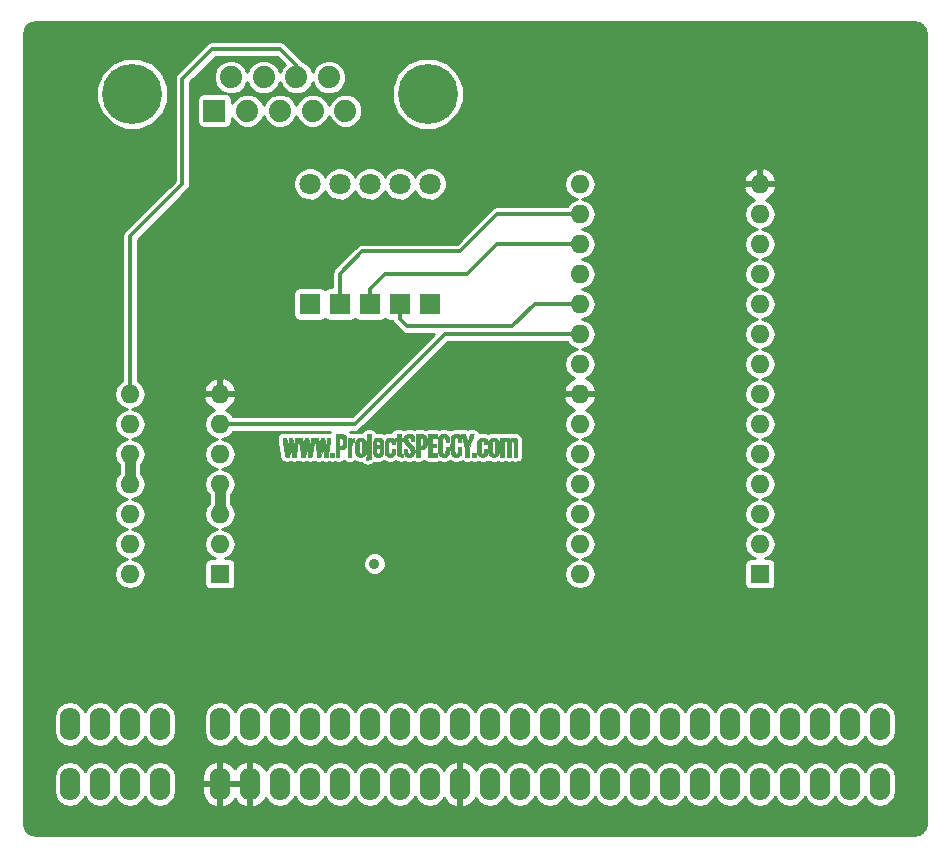
<source format=gtl>
G04 #@! TF.FileFunction,Copper,L1,Top,Signal*
%FSLAX46Y46*%
G04 Gerber Fmt 4.6, Leading zero omitted, Abs format (unit mm)*
G04 Created by KiCad (PCBNEW 4.0.5) date 11/19/17 14:30:07*
%MOMM*%
%LPD*%
G01*
G04 APERTURE LIST*
%ADD10C,0.100000*%
%ADD11C,0.010000*%
%ADD12C,1.800000*%
%ADD13R,1.800000X1.800000*%
%ADD14R,1.879600X1.879600*%
%ADD15C,1.879600*%
%ADD16C,5.080000*%
%ADD17O,1.727200X2.800000*%
%ADD18R,1.600000X1.600000*%
%ADD19O,1.600000X1.600000*%
%ADD20C,0.900000*%
%ADD21C,0.300000*%
%ADD22C,0.900000*%
%ADD23C,0.254000*%
G04 APERTURE END LIST*
D10*
D11*
G36*
X149961600Y-103614205D02*
X149961548Y-103781950D01*
X149961366Y-103926170D01*
X149961007Y-104048741D01*
X149960428Y-104151538D01*
X149959586Y-104236438D01*
X149958434Y-104305316D01*
X149956930Y-104360047D01*
X149955029Y-104402506D01*
X149952688Y-104434570D01*
X149949860Y-104458113D01*
X149946504Y-104475011D01*
X149942574Y-104487140D01*
X149940939Y-104490851D01*
X149914338Y-104533992D01*
X149878560Y-104566380D01*
X149829709Y-104589815D01*
X149763893Y-104606101D01*
X149677217Y-104617040D01*
X149666325Y-104617988D01*
X149567900Y-104626251D01*
X149567900Y-104395687D01*
X149602825Y-104391668D01*
X149637750Y-104387650D01*
X149641019Y-103584375D01*
X149644289Y-102781100D01*
X149961600Y-102781100D01*
X149961600Y-103614205D01*
X149961600Y-103614205D01*
G37*
X149961600Y-103614205D02*
X149961548Y-103781950D01*
X149961366Y-103926170D01*
X149961007Y-104048741D01*
X149960428Y-104151538D01*
X149959586Y-104236438D01*
X149958434Y-104305316D01*
X149956930Y-104360047D01*
X149955029Y-104402506D01*
X149952688Y-104434570D01*
X149949860Y-104458113D01*
X149946504Y-104475011D01*
X149942574Y-104487140D01*
X149940939Y-104490851D01*
X149914338Y-104533992D01*
X149878560Y-104566380D01*
X149829709Y-104589815D01*
X149763893Y-104606101D01*
X149677217Y-104617040D01*
X149666325Y-104617988D01*
X149567900Y-104626251D01*
X149567900Y-104395687D01*
X149602825Y-104391668D01*
X149637750Y-104387650D01*
X149641019Y-103584375D01*
X149644289Y-102781100D01*
X149961600Y-102781100D01*
X149961600Y-103614205D01*
G36*
X149078950Y-102775083D02*
X149146522Y-102775777D01*
X149195075Y-102778127D01*
X149230976Y-102783057D01*
X149260595Y-102791488D01*
X149290302Y-102804345D01*
X149294314Y-102806298D01*
X149376716Y-102859338D01*
X149440976Y-102929158D01*
X149487788Y-103016728D01*
X149516928Y-103118248D01*
X149521676Y-103156244D01*
X149525144Y-103215757D01*
X149527349Y-103297619D01*
X149528309Y-103402664D01*
X149528040Y-103531724D01*
X149527248Y-103625650D01*
X149525964Y-103742355D01*
X149524672Y-103836619D01*
X149523175Y-103911401D01*
X149521279Y-103969657D01*
X149518789Y-104014345D01*
X149515511Y-104048425D01*
X149511249Y-104074854D01*
X149505810Y-104096590D01*
X149498998Y-104116591D01*
X149494100Y-104129168D01*
X149445730Y-104219813D01*
X149380840Y-104291212D01*
X149299662Y-104343207D01*
X149202431Y-104375643D01*
X149107773Y-104387696D01*
X149050631Y-104388798D01*
X148996084Y-104386938D01*
X148954674Y-104382523D01*
X148950109Y-104381636D01*
X148853646Y-104348579D01*
X148770135Y-104294529D01*
X148702179Y-104221691D01*
X148652382Y-104132266D01*
X148650777Y-104128307D01*
X148643118Y-104108084D01*
X148636932Y-104087773D01*
X148632027Y-104064422D01*
X148628210Y-104035076D01*
X148625288Y-103996781D01*
X148623069Y-103946583D01*
X148621358Y-103881529D01*
X148619964Y-103798664D01*
X148618693Y-103695036D01*
X148617951Y-103625650D01*
X148617662Y-103585201D01*
X148932919Y-103585201D01*
X148933041Y-103701561D01*
X148933482Y-103795322D01*
X148934376Y-103869282D01*
X148935858Y-103926243D01*
X148938060Y-103969003D01*
X148941117Y-104000362D01*
X148945161Y-104023120D01*
X148950327Y-104040076D01*
X148955144Y-104050923D01*
X148990590Y-104096857D01*
X149038776Y-104122450D01*
X149072600Y-104126925D01*
X149108910Y-104121068D01*
X149136100Y-104111061D01*
X149162994Y-104089099D01*
X149187334Y-104056042D01*
X149190055Y-104050923D01*
X149196173Y-104036523D01*
X149201068Y-104018473D01*
X149204872Y-103993974D01*
X149207719Y-103960227D01*
X149209743Y-103914431D01*
X149211077Y-103853787D01*
X149211855Y-103775496D01*
X149212210Y-103676756D01*
X149212280Y-103585201D01*
X149211857Y-103456633D01*
X149210600Y-103347172D01*
X149208549Y-103258120D01*
X149205741Y-103190776D01*
X149202215Y-103146440D01*
X149198754Y-103128001D01*
X149170576Y-103076029D01*
X149132052Y-103045951D01*
X149079708Y-103035211D01*
X149072600Y-103035100D01*
X149018432Y-103043767D01*
X148978487Y-103071476D01*
X148949289Y-103120783D01*
X148946445Y-103128001D01*
X148942350Y-103152161D01*
X148938941Y-103200412D01*
X148936256Y-103271455D01*
X148934334Y-103363990D01*
X148933213Y-103476717D01*
X148932919Y-103585201D01*
X148617662Y-103585201D01*
X148616917Y-103481047D01*
X148617101Y-103360983D01*
X148618521Y-103264625D01*
X148621192Y-103191141D01*
X148625133Y-103139699D01*
X148628271Y-103118248D01*
X148657671Y-103015366D01*
X148702529Y-102931636D01*
X148764378Y-102864967D01*
X148844748Y-102813267D01*
X148855601Y-102808021D01*
X148888621Y-102793608D01*
X148918814Y-102784080D01*
X148952784Y-102778463D01*
X148997138Y-102775784D01*
X149058481Y-102775067D01*
X149078950Y-102775083D01*
X149078950Y-102775083D01*
G37*
X149078950Y-102775083D02*
X149146522Y-102775777D01*
X149195075Y-102778127D01*
X149230976Y-102783057D01*
X149260595Y-102791488D01*
X149290302Y-102804345D01*
X149294314Y-102806298D01*
X149376716Y-102859338D01*
X149440976Y-102929158D01*
X149487788Y-103016728D01*
X149516928Y-103118248D01*
X149521676Y-103156244D01*
X149525144Y-103215757D01*
X149527349Y-103297619D01*
X149528309Y-103402664D01*
X149528040Y-103531724D01*
X149527248Y-103625650D01*
X149525964Y-103742355D01*
X149524672Y-103836619D01*
X149523175Y-103911401D01*
X149521279Y-103969657D01*
X149518789Y-104014345D01*
X149515511Y-104048425D01*
X149511249Y-104074854D01*
X149505810Y-104096590D01*
X149498998Y-104116591D01*
X149494100Y-104129168D01*
X149445730Y-104219813D01*
X149380840Y-104291212D01*
X149299662Y-104343207D01*
X149202431Y-104375643D01*
X149107773Y-104387696D01*
X149050631Y-104388798D01*
X148996084Y-104386938D01*
X148954674Y-104382523D01*
X148950109Y-104381636D01*
X148853646Y-104348579D01*
X148770135Y-104294529D01*
X148702179Y-104221691D01*
X148652382Y-104132266D01*
X148650777Y-104128307D01*
X148643118Y-104108084D01*
X148636932Y-104087773D01*
X148632027Y-104064422D01*
X148628210Y-104035076D01*
X148625288Y-103996781D01*
X148623069Y-103946583D01*
X148621358Y-103881529D01*
X148619964Y-103798664D01*
X148618693Y-103695036D01*
X148617951Y-103625650D01*
X148617662Y-103585201D01*
X148932919Y-103585201D01*
X148933041Y-103701561D01*
X148933482Y-103795322D01*
X148934376Y-103869282D01*
X148935858Y-103926243D01*
X148938060Y-103969003D01*
X148941117Y-104000362D01*
X148945161Y-104023120D01*
X148950327Y-104040076D01*
X148955144Y-104050923D01*
X148990590Y-104096857D01*
X149038776Y-104122450D01*
X149072600Y-104126925D01*
X149108910Y-104121068D01*
X149136100Y-104111061D01*
X149162994Y-104089099D01*
X149187334Y-104056042D01*
X149190055Y-104050923D01*
X149196173Y-104036523D01*
X149201068Y-104018473D01*
X149204872Y-103993974D01*
X149207719Y-103960227D01*
X149209743Y-103914431D01*
X149211077Y-103853787D01*
X149211855Y-103775496D01*
X149212210Y-103676756D01*
X149212280Y-103585201D01*
X149211857Y-103456633D01*
X149210600Y-103347172D01*
X149208549Y-103258120D01*
X149205741Y-103190776D01*
X149202215Y-103146440D01*
X149198754Y-103128001D01*
X149170576Y-103076029D01*
X149132052Y-103045951D01*
X149079708Y-103035211D01*
X149072600Y-103035100D01*
X149018432Y-103043767D01*
X148978487Y-103071476D01*
X148949289Y-103120783D01*
X148946445Y-103128001D01*
X148942350Y-103152161D01*
X148938941Y-103200412D01*
X148936256Y-103271455D01*
X148934334Y-103363990D01*
X148933213Y-103476717D01*
X148932919Y-103585201D01*
X148617662Y-103585201D01*
X148616917Y-103481047D01*
X148617101Y-103360983D01*
X148618521Y-103264625D01*
X148621192Y-103191141D01*
X148625133Y-103139699D01*
X148628271Y-103118248D01*
X148657671Y-103015366D01*
X148702529Y-102931636D01*
X148764378Y-102864967D01*
X148844748Y-102813267D01*
X148855601Y-102808021D01*
X148888621Y-102793608D01*
X148918814Y-102784080D01*
X148952784Y-102778463D01*
X148997138Y-102775784D01*
X149058481Y-102775067D01*
X149078950Y-102775083D01*
G36*
X150634680Y-102777032D02*
X150703921Y-102784535D01*
X150758993Y-102799202D01*
X150805371Y-102822708D01*
X150848525Y-102856729D01*
X150865346Y-102872893D01*
X150903082Y-102916499D01*
X150932902Y-102965610D01*
X150955576Y-103023515D01*
X150971875Y-103093502D01*
X150982566Y-103178861D01*
X150988419Y-103282880D01*
X150990204Y-103406575D01*
X150990300Y-103619300D01*
X150406100Y-103619300D01*
X150406100Y-103816780D01*
X150406736Y-103899636D01*
X150408857Y-103961005D01*
X150412781Y-104004773D01*
X150418829Y-104034825D01*
X150425364Y-104051515D01*
X150458698Y-104092095D01*
X150504720Y-104117718D01*
X150555925Y-104126264D01*
X150604807Y-104115617D01*
X150620515Y-104106590D01*
X150648083Y-104079927D01*
X150667259Y-104042317D01*
X150679111Y-103989836D01*
X150684704Y-103918558D01*
X150685500Y-103867357D01*
X150685500Y-103733600D01*
X150994104Y-103733600D01*
X150986961Y-103901875D01*
X150982375Y-103983750D01*
X150975949Y-104046533D01*
X150966776Y-104096514D01*
X150953947Y-104139983D01*
X150951644Y-104146350D01*
X150912429Y-104221785D01*
X150856431Y-104287971D01*
X150789550Y-104338871D01*
X150741455Y-104361463D01*
X150675285Y-104377853D01*
X150595625Y-104387198D01*
X150512667Y-104389111D01*
X150436606Y-104383204D01*
X150394433Y-104374639D01*
X150302737Y-104338707D01*
X150228246Y-104286065D01*
X150168017Y-104214166D01*
X150130562Y-104146350D01*
X150094950Y-104070150D01*
X150094950Y-103581200D01*
X150094979Y-103456879D01*
X150095167Y-103355227D01*
X150095658Y-103273516D01*
X150095807Y-103263292D01*
X150406100Y-103263292D01*
X150406100Y-103378000D01*
X150685500Y-103378000D01*
X150684946Y-103292275D01*
X150680325Y-103199960D01*
X150667133Y-103130049D01*
X150644360Y-103080698D01*
X150610998Y-103050061D01*
X150566038Y-103036295D01*
X150544256Y-103035100D01*
X150493302Y-103040638D01*
X150455679Y-103059000D01*
X150429802Y-103092802D01*
X150414087Y-103144662D01*
X150406948Y-103217199D01*
X150406100Y-103263292D01*
X150095807Y-103263292D01*
X150096600Y-103209013D01*
X150098138Y-103158989D01*
X150100419Y-103120714D01*
X150103590Y-103091457D01*
X150107796Y-103068488D01*
X150113185Y-103049076D01*
X150119901Y-103030492D01*
X150125182Y-103017233D01*
X150168914Y-102938475D01*
X150230446Y-102868819D01*
X150303182Y-102815267D01*
X150326929Y-102803051D01*
X150356538Y-102790974D01*
X150387311Y-102782911D01*
X150425333Y-102778083D01*
X150476691Y-102775710D01*
X150545800Y-102775015D01*
X150634680Y-102777032D01*
X150634680Y-102777032D01*
G37*
X150634680Y-102777032D02*
X150703921Y-102784535D01*
X150758993Y-102799202D01*
X150805371Y-102822708D01*
X150848525Y-102856729D01*
X150865346Y-102872893D01*
X150903082Y-102916499D01*
X150932902Y-102965610D01*
X150955576Y-103023515D01*
X150971875Y-103093502D01*
X150982566Y-103178861D01*
X150988419Y-103282880D01*
X150990204Y-103406575D01*
X150990300Y-103619300D01*
X150406100Y-103619300D01*
X150406100Y-103816780D01*
X150406736Y-103899636D01*
X150408857Y-103961005D01*
X150412781Y-104004773D01*
X150418829Y-104034825D01*
X150425364Y-104051515D01*
X150458698Y-104092095D01*
X150504720Y-104117718D01*
X150555925Y-104126264D01*
X150604807Y-104115617D01*
X150620515Y-104106590D01*
X150648083Y-104079927D01*
X150667259Y-104042317D01*
X150679111Y-103989836D01*
X150684704Y-103918558D01*
X150685500Y-103867357D01*
X150685500Y-103733600D01*
X150994104Y-103733600D01*
X150986961Y-103901875D01*
X150982375Y-103983750D01*
X150975949Y-104046533D01*
X150966776Y-104096514D01*
X150953947Y-104139983D01*
X150951644Y-104146350D01*
X150912429Y-104221785D01*
X150856431Y-104287971D01*
X150789550Y-104338871D01*
X150741455Y-104361463D01*
X150675285Y-104377853D01*
X150595625Y-104387198D01*
X150512667Y-104389111D01*
X150436606Y-104383204D01*
X150394433Y-104374639D01*
X150302737Y-104338707D01*
X150228246Y-104286065D01*
X150168017Y-104214166D01*
X150130562Y-104146350D01*
X150094950Y-104070150D01*
X150094950Y-103581200D01*
X150094979Y-103456879D01*
X150095167Y-103355227D01*
X150095658Y-103273516D01*
X150095807Y-103263292D01*
X150406100Y-103263292D01*
X150406100Y-103378000D01*
X150685500Y-103378000D01*
X150684946Y-103292275D01*
X150680325Y-103199960D01*
X150667133Y-103130049D01*
X150644360Y-103080698D01*
X150610998Y-103050061D01*
X150566038Y-103036295D01*
X150544256Y-103035100D01*
X150493302Y-103040638D01*
X150455679Y-103059000D01*
X150429802Y-103092802D01*
X150414087Y-103144662D01*
X150406948Y-103217199D01*
X150406100Y-103263292D01*
X150095807Y-103263292D01*
X150096600Y-103209013D01*
X150098138Y-103158989D01*
X150100419Y-103120714D01*
X150103590Y-103091457D01*
X150107796Y-103068488D01*
X150113185Y-103049076D01*
X150119901Y-103030492D01*
X150125182Y-103017233D01*
X150168914Y-102938475D01*
X150230446Y-102868819D01*
X150303182Y-102815267D01*
X150326929Y-102803051D01*
X150356538Y-102790974D01*
X150387311Y-102782911D01*
X150425333Y-102778083D01*
X150476691Y-102775710D01*
X150545800Y-102775015D01*
X150634680Y-102777032D01*
G36*
X151561800Y-102775468D02*
X151644135Y-102777224D01*
X151707052Y-102782850D01*
X151756450Y-102794157D01*
X151798228Y-102812955D01*
X151838284Y-102841056D01*
X151872368Y-102870820D01*
X151917889Y-102920206D01*
X151950732Y-102975038D01*
X151972765Y-103040452D01*
X151985856Y-103121584D01*
X151990979Y-103197025D01*
X151996796Y-103339900D01*
X151688800Y-103339900D01*
X151688800Y-103237669D01*
X151684282Y-103158582D01*
X151670229Y-103101057D01*
X151645887Y-103062820D01*
X151626003Y-103048176D01*
X151587653Y-103037346D01*
X151540314Y-103036264D01*
X151496645Y-103044465D01*
X151477476Y-103053644D01*
X151463216Y-103064820D01*
X151451599Y-103078086D01*
X151442379Y-103095958D01*
X151435314Y-103120950D01*
X151430160Y-103155579D01*
X151426673Y-103202360D01*
X151424609Y-103263807D01*
X151423724Y-103342438D01*
X151423776Y-103440766D01*
X151424520Y-103561307D01*
X151424803Y-103597393D01*
X151428450Y-104050550D01*
X151463663Y-104085750D01*
X151492047Y-104108651D01*
X151523784Y-104118929D01*
X151560755Y-104120950D01*
X151609272Y-104115982D01*
X151645896Y-104099334D01*
X151672023Y-104068383D01*
X151689053Y-104020511D01*
X151698384Y-103953096D01*
X151701417Y-103863519D01*
X151701429Y-103857425D01*
X151701500Y-103733600D01*
X151996424Y-103733600D01*
X151991315Y-103914575D01*
X151988871Y-103988041D01*
X151985723Y-104042014D01*
X151980930Y-104082397D01*
X151973551Y-104115096D01*
X151962645Y-104146015D01*
X151949707Y-104175728D01*
X151900136Y-104257806D01*
X151835589Y-104319925D01*
X151757007Y-104361188D01*
X151753994Y-104362250D01*
X151689284Y-104377972D01*
X151611072Y-104386990D01*
X151529461Y-104388938D01*
X151454555Y-104383450D01*
X151410433Y-104374686D01*
X151314687Y-104335704D01*
X151235511Y-104277862D01*
X151174135Y-104202355D01*
X151131792Y-104110378D01*
X151129136Y-104101924D01*
X151122436Y-104078544D01*
X151117047Y-104055163D01*
X151112854Y-104028897D01*
X151109743Y-103996863D01*
X151107600Y-103956178D01*
X151106310Y-103903958D01*
X151105759Y-103837320D01*
X151105832Y-103753381D01*
X151106416Y-103649257D01*
X151107182Y-103548395D01*
X151110950Y-103079550D01*
X151143984Y-103009120D01*
X151193402Y-102924199D01*
X151253754Y-102859581D01*
X151328880Y-102811178D01*
X151330893Y-102810184D01*
X151362937Y-102795273D01*
X151391226Y-102785284D01*
X151422054Y-102779271D01*
X151461711Y-102776288D01*
X151516491Y-102775389D01*
X151561800Y-102775468D01*
X151561800Y-102775468D01*
G37*
X151561800Y-102775468D02*
X151644135Y-102777224D01*
X151707052Y-102782850D01*
X151756450Y-102794157D01*
X151798228Y-102812955D01*
X151838284Y-102841056D01*
X151872368Y-102870820D01*
X151917889Y-102920206D01*
X151950732Y-102975038D01*
X151972765Y-103040452D01*
X151985856Y-103121584D01*
X151990979Y-103197025D01*
X151996796Y-103339900D01*
X151688800Y-103339900D01*
X151688800Y-103237669D01*
X151684282Y-103158582D01*
X151670229Y-103101057D01*
X151645887Y-103062820D01*
X151626003Y-103048176D01*
X151587653Y-103037346D01*
X151540314Y-103036264D01*
X151496645Y-103044465D01*
X151477476Y-103053644D01*
X151463216Y-103064820D01*
X151451599Y-103078086D01*
X151442379Y-103095958D01*
X151435314Y-103120950D01*
X151430160Y-103155579D01*
X151426673Y-103202360D01*
X151424609Y-103263807D01*
X151423724Y-103342438D01*
X151423776Y-103440766D01*
X151424520Y-103561307D01*
X151424803Y-103597393D01*
X151428450Y-104050550D01*
X151463663Y-104085750D01*
X151492047Y-104108651D01*
X151523784Y-104118929D01*
X151560755Y-104120950D01*
X151609272Y-104115982D01*
X151645896Y-104099334D01*
X151672023Y-104068383D01*
X151689053Y-104020511D01*
X151698384Y-103953096D01*
X151701417Y-103863519D01*
X151701429Y-103857425D01*
X151701500Y-103733600D01*
X151996424Y-103733600D01*
X151991315Y-103914575D01*
X151988871Y-103988041D01*
X151985723Y-104042014D01*
X151980930Y-104082397D01*
X151973551Y-104115096D01*
X151962645Y-104146015D01*
X151949707Y-104175728D01*
X151900136Y-104257806D01*
X151835589Y-104319925D01*
X151757007Y-104361188D01*
X151753994Y-104362250D01*
X151689284Y-104377972D01*
X151611072Y-104386990D01*
X151529461Y-104388938D01*
X151454555Y-104383450D01*
X151410433Y-104374686D01*
X151314687Y-104335704D01*
X151235511Y-104277862D01*
X151174135Y-104202355D01*
X151131792Y-104110378D01*
X151129136Y-104101924D01*
X151122436Y-104078544D01*
X151117047Y-104055163D01*
X151112854Y-104028897D01*
X151109743Y-103996863D01*
X151107600Y-103956178D01*
X151106310Y-103903958D01*
X151105759Y-103837320D01*
X151105832Y-103753381D01*
X151106416Y-103649257D01*
X151107182Y-103548395D01*
X151110950Y-103079550D01*
X151143984Y-103009120D01*
X151193402Y-102924199D01*
X151253754Y-102859581D01*
X151328880Y-102811178D01*
X151330893Y-102810184D01*
X151362937Y-102795273D01*
X151391226Y-102785284D01*
X151422054Y-102779271D01*
X151461711Y-102776288D01*
X151516491Y-102775389D01*
X151561800Y-102775468D01*
G36*
X153325257Y-102472219D02*
X153388068Y-102487375D01*
X153441521Y-102512313D01*
X153490726Y-102548309D01*
X153494961Y-102551994D01*
X153538491Y-102594949D01*
X153570255Y-102639202D01*
X153592167Y-102690003D01*
X153606138Y-102752600D01*
X153614080Y-102832243D01*
X153616595Y-102885875D01*
X153622203Y-103047800D01*
X153327100Y-103047800D01*
X153327029Y-102962075D01*
X153321898Y-102875242D01*
X153305985Y-102810257D01*
X153278264Y-102765514D01*
X153237709Y-102739409D01*
X153183296Y-102730338D01*
X153178890Y-102730300D01*
X153118295Y-102739479D01*
X153074471Y-102767306D01*
X153047049Y-102814218D01*
X153035662Y-102880648D01*
X153035278Y-102900470D01*
X153037783Y-102936869D01*
X153046205Y-102971738D01*
X153062514Y-103007894D01*
X153088683Y-103048157D01*
X153126685Y-103095344D01*
X153178490Y-103152273D01*
X153246072Y-103221763D01*
X153292665Y-103268329D01*
X153382463Y-103358733D01*
X153455096Y-103435446D01*
X153512455Y-103501578D01*
X153556427Y-103560236D01*
X153588901Y-103614527D01*
X153611767Y-103667559D01*
X153626914Y-103722439D01*
X153636230Y-103782275D01*
X153641110Y-103841578D01*
X153641245Y-103973852D01*
X153624495Y-104087245D01*
X153590609Y-104182078D01*
X153539332Y-104258668D01*
X153470411Y-104317334D01*
X153383592Y-104358396D01*
X153278622Y-104382171D01*
X153206450Y-104388287D01*
X153147161Y-104389083D01*
X153090352Y-104387122D01*
X153045975Y-104382823D01*
X153036673Y-104381160D01*
X152945813Y-104350759D01*
X152866643Y-104302128D01*
X152802926Y-104238476D01*
X152758425Y-104163017D01*
X152748257Y-104134970D01*
X152738953Y-104091528D01*
X152730822Y-104027742D01*
X152724408Y-103948658D01*
X152721071Y-103882825D01*
X152713810Y-103695500D01*
X153035000Y-103695500D01*
X153035000Y-103866749D01*
X153035172Y-103935777D01*
X153036233Y-103984324D01*
X153039002Y-104017308D01*
X153044296Y-104039647D01*
X153052934Y-104056261D01*
X153065734Y-104072067D01*
X153069925Y-104076740D01*
X153115814Y-104111436D01*
X153167609Y-104125015D01*
X153219277Y-104117914D01*
X153264786Y-104090567D01*
X153288946Y-104060941D01*
X153304527Y-104019077D01*
X153313157Y-103961791D01*
X153314609Y-103898156D01*
X153308652Y-103837244D01*
X153295788Y-103789840D01*
X153281597Y-103767884D01*
X153252094Y-103731054D01*
X153209962Y-103682406D01*
X153157883Y-103624992D01*
X153098537Y-103561869D01*
X153065675Y-103527779D01*
X152976482Y-103434859D01*
X152904228Y-103355967D01*
X152847232Y-103287859D01*
X152803814Y-103227287D01*
X152772292Y-103171005D01*
X152750984Y-103115768D01*
X152738211Y-103058327D01*
X152732289Y-102995438D01*
X152731540Y-102923854D01*
X152732555Y-102884511D01*
X152738241Y-102794227D01*
X152749691Y-102723518D01*
X152768733Y-102666866D01*
X152797191Y-102618755D01*
X152834693Y-102575853D01*
X152883647Y-102533272D01*
X152935583Y-102502942D01*
X152996204Y-102482884D01*
X153071216Y-102471121D01*
X153151111Y-102466147D01*
X153247975Y-102465568D01*
X153325257Y-102472219D01*
X153325257Y-102472219D01*
G37*
X153325257Y-102472219D02*
X153388068Y-102487375D01*
X153441521Y-102512313D01*
X153490726Y-102548309D01*
X153494961Y-102551994D01*
X153538491Y-102594949D01*
X153570255Y-102639202D01*
X153592167Y-102690003D01*
X153606138Y-102752600D01*
X153614080Y-102832243D01*
X153616595Y-102885875D01*
X153622203Y-103047800D01*
X153327100Y-103047800D01*
X153327029Y-102962075D01*
X153321898Y-102875242D01*
X153305985Y-102810257D01*
X153278264Y-102765514D01*
X153237709Y-102739409D01*
X153183296Y-102730338D01*
X153178890Y-102730300D01*
X153118295Y-102739479D01*
X153074471Y-102767306D01*
X153047049Y-102814218D01*
X153035662Y-102880648D01*
X153035278Y-102900470D01*
X153037783Y-102936869D01*
X153046205Y-102971738D01*
X153062514Y-103007894D01*
X153088683Y-103048157D01*
X153126685Y-103095344D01*
X153178490Y-103152273D01*
X153246072Y-103221763D01*
X153292665Y-103268329D01*
X153382463Y-103358733D01*
X153455096Y-103435446D01*
X153512455Y-103501578D01*
X153556427Y-103560236D01*
X153588901Y-103614527D01*
X153611767Y-103667559D01*
X153626914Y-103722439D01*
X153636230Y-103782275D01*
X153641110Y-103841578D01*
X153641245Y-103973852D01*
X153624495Y-104087245D01*
X153590609Y-104182078D01*
X153539332Y-104258668D01*
X153470411Y-104317334D01*
X153383592Y-104358396D01*
X153278622Y-104382171D01*
X153206450Y-104388287D01*
X153147161Y-104389083D01*
X153090352Y-104387122D01*
X153045975Y-104382823D01*
X153036673Y-104381160D01*
X152945813Y-104350759D01*
X152866643Y-104302128D01*
X152802926Y-104238476D01*
X152758425Y-104163017D01*
X152748257Y-104134970D01*
X152738953Y-104091528D01*
X152730822Y-104027742D01*
X152724408Y-103948658D01*
X152721071Y-103882825D01*
X152713810Y-103695500D01*
X153035000Y-103695500D01*
X153035000Y-103866749D01*
X153035172Y-103935777D01*
X153036233Y-103984324D01*
X153039002Y-104017308D01*
X153044296Y-104039647D01*
X153052934Y-104056261D01*
X153065734Y-104072067D01*
X153069925Y-104076740D01*
X153115814Y-104111436D01*
X153167609Y-104125015D01*
X153219277Y-104117914D01*
X153264786Y-104090567D01*
X153288946Y-104060941D01*
X153304527Y-104019077D01*
X153313157Y-103961791D01*
X153314609Y-103898156D01*
X153308652Y-103837244D01*
X153295788Y-103789840D01*
X153281597Y-103767884D01*
X153252094Y-103731054D01*
X153209962Y-103682406D01*
X153157883Y-103624992D01*
X153098537Y-103561869D01*
X153065675Y-103527779D01*
X152976482Y-103434859D01*
X152904228Y-103355967D01*
X152847232Y-103287859D01*
X152803814Y-103227287D01*
X152772292Y-103171005D01*
X152750984Y-103115768D01*
X152738211Y-103058327D01*
X152732289Y-102995438D01*
X152731540Y-102923854D01*
X152732555Y-102884511D01*
X152738241Y-102794227D01*
X152749691Y-102723518D01*
X152768733Y-102666866D01*
X152797191Y-102618755D01*
X152834693Y-102575853D01*
X152883647Y-102533272D01*
X152935583Y-102502942D01*
X152996204Y-102482884D01*
X153071216Y-102471121D01*
X153151111Y-102466147D01*
X153247975Y-102465568D01*
X153325257Y-102472219D01*
G36*
X156186325Y-102470229D02*
X156237972Y-102471576D01*
X156275157Y-102474757D01*
X156303352Y-102480535D01*
X156328023Y-102489675D01*
X156354640Y-102502943D01*
X156356050Y-102503690D01*
X156419561Y-102544832D01*
X156470093Y-102595271D01*
X156508701Y-102657676D01*
X156536444Y-102734717D01*
X156554379Y-102829061D01*
X156563564Y-102943378D01*
X156565348Y-103031925D01*
X156565600Y-103162100D01*
X156260800Y-103162100D01*
X156260780Y-103006525D01*
X156259932Y-102933929D01*
X156257018Y-102881401D01*
X156251450Y-102843650D01*
X156242641Y-102815387D01*
X156238555Y-102806500D01*
X156205143Y-102764573D01*
X156159782Y-102740562D01*
X156108519Y-102734460D01*
X156057401Y-102746257D01*
X156012476Y-102775947D01*
X155988268Y-102806830D01*
X155981843Y-102818762D01*
X155976546Y-102832276D01*
X155972245Y-102849863D01*
X155968809Y-102874012D01*
X155966105Y-102907217D01*
X155964002Y-102951967D01*
X155962368Y-103010753D01*
X155961070Y-103086068D01*
X155959978Y-103180401D01*
X155958960Y-103296244D01*
X155958370Y-103371650D01*
X155957699Y-103487101D01*
X155957461Y-103597003D01*
X155957633Y-103698220D01*
X155958194Y-103787618D01*
X155959121Y-103862062D01*
X155960392Y-103918418D01*
X155961983Y-103953551D01*
X155962579Y-103959981D01*
X155979615Y-104027312D01*
X156012319Y-104074828D01*
X156061205Y-104103100D01*
X156099038Y-104111122D01*
X156148341Y-104112058D01*
X156184674Y-104100472D01*
X156191762Y-104096185D01*
X156215616Y-104076887D01*
X156233435Y-104052111D01*
X156246032Y-104018177D01*
X156254225Y-103971406D01*
X156258829Y-103908117D01*
X156260661Y-103824631D01*
X156260800Y-103784807D01*
X156260800Y-103581200D01*
X156414865Y-103581200D01*
X156568930Y-103581199D01*
X156562243Y-103819325D01*
X156558359Y-103924383D01*
X156552711Y-104008155D01*
X156544438Y-104074738D01*
X156532684Y-104128229D01*
X156516588Y-104172725D01*
X156495293Y-104212324D01*
X156473199Y-104244214D01*
X156420637Y-104296471D01*
X156348279Y-104340938D01*
X156303158Y-104362031D01*
X156263887Y-104375327D01*
X156220956Y-104383044D01*
X156164857Y-104387400D01*
X156145079Y-104388338D01*
X156065285Y-104388874D01*
X155996796Y-104383583D01*
X155960870Y-104376925D01*
X155862456Y-104340080D01*
X155781034Y-104284467D01*
X155716944Y-104210501D01*
X155670528Y-104118594D01*
X155642127Y-104009160D01*
X155638764Y-103986179D01*
X155635500Y-103947190D01*
X155632752Y-103886945D01*
X155630520Y-103809162D01*
X155628804Y-103717560D01*
X155627606Y-103615856D01*
X155626925Y-103507769D01*
X155626763Y-103397018D01*
X155627120Y-103287319D01*
X155627998Y-103182393D01*
X155629395Y-103085956D01*
X155631314Y-103001727D01*
X155633755Y-102933425D01*
X155636719Y-102884768D01*
X155638559Y-102867813D01*
X155664191Y-102753079D01*
X155705446Y-102657799D01*
X155763035Y-102580864D01*
X155837667Y-102521169D01*
X155873450Y-102501374D01*
X155900946Y-102488722D01*
X155927084Y-102479996D01*
X155957393Y-102474476D01*
X155997401Y-102471443D01*
X156052639Y-102470176D01*
X156114750Y-102469950D01*
X156186325Y-102470229D01*
X156186325Y-102470229D01*
G37*
X156186325Y-102470229D02*
X156237972Y-102471576D01*
X156275157Y-102474757D01*
X156303352Y-102480535D01*
X156328023Y-102489675D01*
X156354640Y-102502943D01*
X156356050Y-102503690D01*
X156419561Y-102544832D01*
X156470093Y-102595271D01*
X156508701Y-102657676D01*
X156536444Y-102734717D01*
X156554379Y-102829061D01*
X156563564Y-102943378D01*
X156565348Y-103031925D01*
X156565600Y-103162100D01*
X156260800Y-103162100D01*
X156260780Y-103006525D01*
X156259932Y-102933929D01*
X156257018Y-102881401D01*
X156251450Y-102843650D01*
X156242641Y-102815387D01*
X156238555Y-102806500D01*
X156205143Y-102764573D01*
X156159782Y-102740562D01*
X156108519Y-102734460D01*
X156057401Y-102746257D01*
X156012476Y-102775947D01*
X155988268Y-102806830D01*
X155981843Y-102818762D01*
X155976546Y-102832276D01*
X155972245Y-102849863D01*
X155968809Y-102874012D01*
X155966105Y-102907217D01*
X155964002Y-102951967D01*
X155962368Y-103010753D01*
X155961070Y-103086068D01*
X155959978Y-103180401D01*
X155958960Y-103296244D01*
X155958370Y-103371650D01*
X155957699Y-103487101D01*
X155957461Y-103597003D01*
X155957633Y-103698220D01*
X155958194Y-103787618D01*
X155959121Y-103862062D01*
X155960392Y-103918418D01*
X155961983Y-103953551D01*
X155962579Y-103959981D01*
X155979615Y-104027312D01*
X156012319Y-104074828D01*
X156061205Y-104103100D01*
X156099038Y-104111122D01*
X156148341Y-104112058D01*
X156184674Y-104100472D01*
X156191762Y-104096185D01*
X156215616Y-104076887D01*
X156233435Y-104052111D01*
X156246032Y-104018177D01*
X156254225Y-103971406D01*
X156258829Y-103908117D01*
X156260661Y-103824631D01*
X156260800Y-103784807D01*
X156260800Y-103581200D01*
X156414865Y-103581200D01*
X156568930Y-103581199D01*
X156562243Y-103819325D01*
X156558359Y-103924383D01*
X156552711Y-104008155D01*
X156544438Y-104074738D01*
X156532684Y-104128229D01*
X156516588Y-104172725D01*
X156495293Y-104212324D01*
X156473199Y-104244214D01*
X156420637Y-104296471D01*
X156348279Y-104340938D01*
X156303158Y-104362031D01*
X156263887Y-104375327D01*
X156220956Y-104383044D01*
X156164857Y-104387400D01*
X156145079Y-104388338D01*
X156065285Y-104388874D01*
X155996796Y-104383583D01*
X155960870Y-104376925D01*
X155862456Y-104340080D01*
X155781034Y-104284467D01*
X155716944Y-104210501D01*
X155670528Y-104118594D01*
X155642127Y-104009160D01*
X155638764Y-103986179D01*
X155635500Y-103947190D01*
X155632752Y-103886945D01*
X155630520Y-103809162D01*
X155628804Y-103717560D01*
X155627606Y-103615856D01*
X155626925Y-103507769D01*
X155626763Y-103397018D01*
X155627120Y-103287319D01*
X155627998Y-103182393D01*
X155629395Y-103085956D01*
X155631314Y-103001727D01*
X155633755Y-102933425D01*
X155636719Y-102884768D01*
X155638559Y-102867813D01*
X155664191Y-102753079D01*
X155705446Y-102657799D01*
X155763035Y-102580864D01*
X155837667Y-102521169D01*
X155873450Y-102501374D01*
X155900946Y-102488722D01*
X155927084Y-102479996D01*
X155957393Y-102474476D01*
X155997401Y-102471443D01*
X156052639Y-102470176D01*
X156114750Y-102469950D01*
X156186325Y-102470229D01*
G36*
X157305764Y-102473600D02*
X157373767Y-102491536D01*
X157433340Y-102520272D01*
X157447309Y-102529116D01*
X157500693Y-102573234D01*
X157542099Y-102628345D01*
X157572467Y-102697188D01*
X157592738Y-102782503D01*
X157603851Y-102887029D01*
X157606801Y-102993825D01*
X157607000Y-103162100D01*
X157304119Y-103162100D01*
X157299984Y-102984552D01*
X157298175Y-102914077D01*
X157296001Y-102864277D01*
X157292591Y-102830434D01*
X157287070Y-102807828D01*
X157278567Y-102791740D01*
X157266209Y-102777451D01*
X157260636Y-102771827D01*
X157232708Y-102749184D01*
X157201615Y-102738857D01*
X157162455Y-102736650D01*
X157120065Y-102739319D01*
X157090269Y-102750648D01*
X157060527Y-102775617D01*
X157057969Y-102778159D01*
X157016450Y-102819669D01*
X157012568Y-103394109D01*
X157011779Y-103553948D01*
X157011748Y-103689090D01*
X157012487Y-103800228D01*
X157014008Y-103888053D01*
X157016322Y-103953257D01*
X157019440Y-103996534D01*
X157022785Y-104016782D01*
X157048047Y-104063772D01*
X157088137Y-104095964D01*
X157136968Y-104112546D01*
X157188449Y-104112706D01*
X157236495Y-104095632D01*
X157275015Y-104060511D01*
X157281051Y-104051233D01*
X157289072Y-104033599D01*
X157294844Y-104009363D01*
X157298704Y-103974506D01*
X157300986Y-103925007D01*
X157302028Y-103856848D01*
X157302200Y-103798315D01*
X157302200Y-103581200D01*
X157609296Y-103581200D01*
X157603953Y-103832025D01*
X157601108Y-103934255D01*
X157596773Y-104015170D01*
X157589946Y-104078851D01*
X157579625Y-104129378D01*
X157564809Y-104170830D01*
X157544494Y-104207289D01*
X157517681Y-104242835D01*
X157497344Y-104266214D01*
X157439510Y-104318336D01*
X157371852Y-104354851D01*
X157289929Y-104377509D01*
X157189300Y-104388060D01*
X157187900Y-104388123D01*
X157129702Y-104388973D01*
X157073709Y-104386880D01*
X157030463Y-104382293D01*
X157024473Y-104381158D01*
X156925686Y-104348340D01*
X156842044Y-104295461D01*
X156774495Y-104223522D01*
X156723987Y-104133524D01*
X156692255Y-104030317D01*
X156688625Y-103998480D01*
X156685746Y-103941940D01*
X156683629Y-103861382D01*
X156682283Y-103757492D01*
X156681719Y-103630957D01*
X156681948Y-103482462D01*
X156682474Y-103382617D01*
X156683388Y-103245793D01*
X156684278Y-103131928D01*
X156685268Y-103038582D01*
X156686481Y-102963314D01*
X156688040Y-102903685D01*
X156690068Y-102857253D01*
X156692687Y-102821579D01*
X156696022Y-102794222D01*
X156700195Y-102772742D01*
X156705330Y-102754699D01*
X156711549Y-102737651D01*
X156715507Y-102727739D01*
X156757481Y-102649481D01*
X156814521Y-102579699D01*
X156880697Y-102524842D01*
X156924001Y-102501026D01*
X156966144Y-102485475D01*
X157013075Y-102475184D01*
X157072483Y-102468803D01*
X157123450Y-102466029D01*
X157224077Y-102465438D01*
X157305764Y-102473600D01*
X157305764Y-102473600D01*
G37*
X157305764Y-102473600D02*
X157373767Y-102491536D01*
X157433340Y-102520272D01*
X157447309Y-102529116D01*
X157500693Y-102573234D01*
X157542099Y-102628345D01*
X157572467Y-102697188D01*
X157592738Y-102782503D01*
X157603851Y-102887029D01*
X157606801Y-102993825D01*
X157607000Y-103162100D01*
X157304119Y-103162100D01*
X157299984Y-102984552D01*
X157298175Y-102914077D01*
X157296001Y-102864277D01*
X157292591Y-102830434D01*
X157287070Y-102807828D01*
X157278567Y-102791740D01*
X157266209Y-102777451D01*
X157260636Y-102771827D01*
X157232708Y-102749184D01*
X157201615Y-102738857D01*
X157162455Y-102736650D01*
X157120065Y-102739319D01*
X157090269Y-102750648D01*
X157060527Y-102775617D01*
X157057969Y-102778159D01*
X157016450Y-102819669D01*
X157012568Y-103394109D01*
X157011779Y-103553948D01*
X157011748Y-103689090D01*
X157012487Y-103800228D01*
X157014008Y-103888053D01*
X157016322Y-103953257D01*
X157019440Y-103996534D01*
X157022785Y-104016782D01*
X157048047Y-104063772D01*
X157088137Y-104095964D01*
X157136968Y-104112546D01*
X157188449Y-104112706D01*
X157236495Y-104095632D01*
X157275015Y-104060511D01*
X157281051Y-104051233D01*
X157289072Y-104033599D01*
X157294844Y-104009363D01*
X157298704Y-103974506D01*
X157300986Y-103925007D01*
X157302028Y-103856848D01*
X157302200Y-103798315D01*
X157302200Y-103581200D01*
X157609296Y-103581200D01*
X157603953Y-103832025D01*
X157601108Y-103934255D01*
X157596773Y-104015170D01*
X157589946Y-104078851D01*
X157579625Y-104129378D01*
X157564809Y-104170830D01*
X157544494Y-104207289D01*
X157517681Y-104242835D01*
X157497344Y-104266214D01*
X157439510Y-104318336D01*
X157371852Y-104354851D01*
X157289929Y-104377509D01*
X157189300Y-104388060D01*
X157187900Y-104388123D01*
X157129702Y-104388973D01*
X157073709Y-104386880D01*
X157030463Y-104382293D01*
X157024473Y-104381158D01*
X156925686Y-104348340D01*
X156842044Y-104295461D01*
X156774495Y-104223522D01*
X156723987Y-104133524D01*
X156692255Y-104030317D01*
X156688625Y-103998480D01*
X156685746Y-103941940D01*
X156683629Y-103861382D01*
X156682283Y-103757492D01*
X156681719Y-103630957D01*
X156681948Y-103482462D01*
X156682474Y-103382617D01*
X156683388Y-103245793D01*
X156684278Y-103131928D01*
X156685268Y-103038582D01*
X156686481Y-102963314D01*
X156688040Y-102903685D01*
X156690068Y-102857253D01*
X156692687Y-102821579D01*
X156696022Y-102794222D01*
X156700195Y-102772742D01*
X156705330Y-102754699D01*
X156711549Y-102737651D01*
X156715507Y-102727739D01*
X156757481Y-102649481D01*
X156814521Y-102579699D01*
X156880697Y-102524842D01*
X156924001Y-102501026D01*
X156966144Y-102485475D01*
X157013075Y-102475184D01*
X157072483Y-102468803D01*
X157123450Y-102466029D01*
X157224077Y-102465438D01*
X157305764Y-102473600D01*
G36*
X159452656Y-102775298D02*
X159501228Y-102777004D01*
X159537025Y-102781122D01*
X159566358Y-102788615D01*
X159595535Y-102800447D01*
X159616240Y-102810347D01*
X159684424Y-102853184D01*
X159737647Y-102908665D01*
X159777249Y-102979370D01*
X159804571Y-103067881D01*
X159820954Y-103176779D01*
X159823655Y-103209725D01*
X159832772Y-103339900D01*
X159514451Y-103339900D01*
X159510050Y-103220249D01*
X159507227Y-103162361D01*
X159502906Y-103123592D01*
X159495636Y-103097663D01*
X159483968Y-103078292D01*
X159474861Y-103067849D01*
X159447713Y-103045839D01*
X159414499Y-103036433D01*
X159385180Y-103035100D01*
X159326517Y-103045083D01*
X159283268Y-103075208D01*
X159257221Y-103119696D01*
X159254359Y-103139640D01*
X159251745Y-103181762D01*
X159249463Y-103242839D01*
X159247597Y-103319649D01*
X159246233Y-103408969D01*
X159245453Y-103507578D01*
X159245300Y-103576084D01*
X159245507Y-103697765D01*
X159246195Y-103796561D01*
X159247459Y-103874985D01*
X159249396Y-103935550D01*
X159252105Y-103980768D01*
X159255680Y-104013153D01*
X159260219Y-104035216D01*
X159263349Y-104044314D01*
X159292927Y-104086516D01*
X159336322Y-104114705D01*
X159386214Y-104126512D01*
X159435284Y-104119566D01*
X159458446Y-104107479D01*
X159485867Y-104083159D01*
X159504890Y-104052023D01*
X159516827Y-104009443D01*
X159522993Y-103950791D01*
X159524700Y-103873930D01*
X159524700Y-103733600D01*
X159829500Y-103733600D01*
X159829403Y-103819325D01*
X159826095Y-103914545D01*
X159817024Y-104007032D01*
X159803148Y-104090146D01*
X159785428Y-104157251D01*
X159777559Y-104177936D01*
X159736676Y-104244918D01*
X159677942Y-104304332D01*
X159608900Y-104349210D01*
X159577970Y-104362287D01*
X159524106Y-104375542D01*
X159455167Y-104384631D01*
X159381228Y-104388933D01*
X159312364Y-104387825D01*
X159263165Y-104381713D01*
X159163901Y-104349028D01*
X159081274Y-104297263D01*
X159015835Y-104226993D01*
X158968135Y-104138797D01*
X158940780Y-104044326D01*
X158936048Y-104005989D01*
X158932570Y-103945522D01*
X158930333Y-103862223D01*
X158929322Y-103755392D01*
X158929523Y-103624325D01*
X158930251Y-103530400D01*
X158931451Y-103412899D01*
X158932660Y-103317866D01*
X158934072Y-103242367D01*
X158935877Y-103183470D01*
X158938268Y-103138243D01*
X158941436Y-103103752D01*
X158945574Y-103077066D01*
X158950874Y-103055253D01*
X158957526Y-103035378D01*
X158963675Y-103019593D01*
X159008452Y-102939332D01*
X159072107Y-102868522D01*
X159148254Y-102814000D01*
X159162750Y-102806465D01*
X159192305Y-102793178D01*
X159220756Y-102784269D01*
X159254244Y-102778868D01*
X159298908Y-102776109D01*
X159360889Y-102775123D01*
X159385000Y-102775040D01*
X159452656Y-102775298D01*
X159452656Y-102775298D01*
G37*
X159452656Y-102775298D02*
X159501228Y-102777004D01*
X159537025Y-102781122D01*
X159566358Y-102788615D01*
X159595535Y-102800447D01*
X159616240Y-102810347D01*
X159684424Y-102853184D01*
X159737647Y-102908665D01*
X159777249Y-102979370D01*
X159804571Y-103067881D01*
X159820954Y-103176779D01*
X159823655Y-103209725D01*
X159832772Y-103339900D01*
X159514451Y-103339900D01*
X159510050Y-103220249D01*
X159507227Y-103162361D01*
X159502906Y-103123592D01*
X159495636Y-103097663D01*
X159483968Y-103078292D01*
X159474861Y-103067849D01*
X159447713Y-103045839D01*
X159414499Y-103036433D01*
X159385180Y-103035100D01*
X159326517Y-103045083D01*
X159283268Y-103075208D01*
X159257221Y-103119696D01*
X159254359Y-103139640D01*
X159251745Y-103181762D01*
X159249463Y-103242839D01*
X159247597Y-103319649D01*
X159246233Y-103408969D01*
X159245453Y-103507578D01*
X159245300Y-103576084D01*
X159245507Y-103697765D01*
X159246195Y-103796561D01*
X159247459Y-103874985D01*
X159249396Y-103935550D01*
X159252105Y-103980768D01*
X159255680Y-104013153D01*
X159260219Y-104035216D01*
X159263349Y-104044314D01*
X159292927Y-104086516D01*
X159336322Y-104114705D01*
X159386214Y-104126512D01*
X159435284Y-104119566D01*
X159458446Y-104107479D01*
X159485867Y-104083159D01*
X159504890Y-104052023D01*
X159516827Y-104009443D01*
X159522993Y-103950791D01*
X159524700Y-103873930D01*
X159524700Y-103733600D01*
X159829500Y-103733600D01*
X159829403Y-103819325D01*
X159826095Y-103914545D01*
X159817024Y-104007032D01*
X159803148Y-104090146D01*
X159785428Y-104157251D01*
X159777559Y-104177936D01*
X159736676Y-104244918D01*
X159677942Y-104304332D01*
X159608900Y-104349210D01*
X159577970Y-104362287D01*
X159524106Y-104375542D01*
X159455167Y-104384631D01*
X159381228Y-104388933D01*
X159312364Y-104387825D01*
X159263165Y-104381713D01*
X159163901Y-104349028D01*
X159081274Y-104297263D01*
X159015835Y-104226993D01*
X158968135Y-104138797D01*
X158940780Y-104044326D01*
X158936048Y-104005989D01*
X158932570Y-103945522D01*
X158930333Y-103862223D01*
X158929322Y-103755392D01*
X158929523Y-103624325D01*
X158930251Y-103530400D01*
X158931451Y-103412899D01*
X158932660Y-103317866D01*
X158934072Y-103242367D01*
X158935877Y-103183470D01*
X158938268Y-103138243D01*
X158941436Y-103103752D01*
X158945574Y-103077066D01*
X158950874Y-103055253D01*
X158957526Y-103035378D01*
X158963675Y-103019593D01*
X159008452Y-102939332D01*
X159072107Y-102868522D01*
X159148254Y-102814000D01*
X159162750Y-102806465D01*
X159192305Y-102793178D01*
X159220756Y-102784269D01*
X159254244Y-102778868D01*
X159298908Y-102776109D01*
X159360889Y-102775123D01*
X159385000Y-102775040D01*
X159452656Y-102775298D01*
G36*
X160480281Y-102785619D02*
X160575620Y-102819296D01*
X160653828Y-102871693D01*
X160714810Y-102942731D01*
X160758471Y-103032328D01*
X160780863Y-103117318D01*
X160785860Y-103158894D01*
X160789784Y-103220917D01*
X160792660Y-103299271D01*
X160794515Y-103389839D01*
X160795374Y-103488503D01*
X160795264Y-103591148D01*
X160794209Y-103693656D01*
X160792237Y-103791911D01*
X160789373Y-103881796D01*
X160785644Y-103959193D01*
X160781073Y-104019987D01*
X160775689Y-104060061D01*
X160774909Y-104063628D01*
X160740428Y-104165497D01*
X160689460Y-104248102D01*
X160621847Y-104311570D01*
X160537431Y-104356028D01*
X160436054Y-104381604D01*
X160373232Y-104387657D01*
X160316118Y-104388793D01*
X160261744Y-104387006D01*
X160220528Y-104382687D01*
X160215665Y-104381748D01*
X160116602Y-104348858D01*
X160033733Y-104296569D01*
X159967894Y-104225709D01*
X159919920Y-104137110D01*
X159897578Y-104065672D01*
X159891908Y-104027488D01*
X159887282Y-103968249D01*
X159883691Y-103891959D01*
X159881126Y-103802619D01*
X159879575Y-103704230D01*
X159879031Y-103600795D01*
X159879125Y-103578851D01*
X160197819Y-103578851D01*
X160197938Y-103696131D01*
X160198368Y-103790786D01*
X160199242Y-103865591D01*
X160200688Y-103923321D01*
X160202839Y-103966752D01*
X160205824Y-103998658D01*
X160209775Y-104021814D01*
X160214821Y-104038995D01*
X160220044Y-104050923D01*
X160243065Y-104084774D01*
X160270343Y-104109638D01*
X160274000Y-104111745D01*
X160315699Y-104122503D01*
X160364884Y-104120346D01*
X160409360Y-104106628D01*
X160427314Y-104094722D01*
X160447276Y-104067469D01*
X160463299Y-104030583D01*
X160464357Y-104026971D01*
X160468018Y-104000896D01*
X160471062Y-103953786D01*
X160473490Y-103889432D01*
X160475307Y-103811625D01*
X160476516Y-103724154D01*
X160477118Y-103630811D01*
X160477118Y-103535386D01*
X160476518Y-103441670D01*
X160475322Y-103353454D01*
X160473531Y-103274526D01*
X160471150Y-103208680D01*
X160468181Y-103159704D01*
X160464626Y-103131390D01*
X160463654Y-103128001D01*
X160435445Y-103076003D01*
X160396878Y-103045913D01*
X160344522Y-103035203D01*
X160337680Y-103035100D01*
X160279017Y-103045083D01*
X160235768Y-103075208D01*
X160209721Y-103119696D01*
X160206864Y-103139633D01*
X160204256Y-103181768D01*
X160201980Y-103242902D01*
X160200120Y-103319833D01*
X160198757Y-103409360D01*
X160197976Y-103508284D01*
X160197819Y-103578851D01*
X159879125Y-103578851D01*
X159879482Y-103496314D01*
X159880920Y-103394791D01*
X159883334Y-103300226D01*
X159886714Y-103216623D01*
X159891052Y-103147981D01*
X159896336Y-103098304D01*
X159899982Y-103079168D01*
X159936735Y-102980238D01*
X159990446Y-102900174D01*
X160060939Y-102839092D01*
X160148038Y-102797110D01*
X160251566Y-102774342D01*
X160367909Y-102770743D01*
X160480281Y-102785619D01*
X160480281Y-102785619D01*
G37*
X160480281Y-102785619D02*
X160575620Y-102819296D01*
X160653828Y-102871693D01*
X160714810Y-102942731D01*
X160758471Y-103032328D01*
X160780863Y-103117318D01*
X160785860Y-103158894D01*
X160789784Y-103220917D01*
X160792660Y-103299271D01*
X160794515Y-103389839D01*
X160795374Y-103488503D01*
X160795264Y-103591148D01*
X160794209Y-103693656D01*
X160792237Y-103791911D01*
X160789373Y-103881796D01*
X160785644Y-103959193D01*
X160781073Y-104019987D01*
X160775689Y-104060061D01*
X160774909Y-104063628D01*
X160740428Y-104165497D01*
X160689460Y-104248102D01*
X160621847Y-104311570D01*
X160537431Y-104356028D01*
X160436054Y-104381604D01*
X160373232Y-104387657D01*
X160316118Y-104388793D01*
X160261744Y-104387006D01*
X160220528Y-104382687D01*
X160215665Y-104381748D01*
X160116602Y-104348858D01*
X160033733Y-104296569D01*
X159967894Y-104225709D01*
X159919920Y-104137110D01*
X159897578Y-104065672D01*
X159891908Y-104027488D01*
X159887282Y-103968249D01*
X159883691Y-103891959D01*
X159881126Y-103802619D01*
X159879575Y-103704230D01*
X159879031Y-103600795D01*
X159879125Y-103578851D01*
X160197819Y-103578851D01*
X160197938Y-103696131D01*
X160198368Y-103790786D01*
X160199242Y-103865591D01*
X160200688Y-103923321D01*
X160202839Y-103966752D01*
X160205824Y-103998658D01*
X160209775Y-104021814D01*
X160214821Y-104038995D01*
X160220044Y-104050923D01*
X160243065Y-104084774D01*
X160270343Y-104109638D01*
X160274000Y-104111745D01*
X160315699Y-104122503D01*
X160364884Y-104120346D01*
X160409360Y-104106628D01*
X160427314Y-104094722D01*
X160447276Y-104067469D01*
X160463299Y-104030583D01*
X160464357Y-104026971D01*
X160468018Y-104000896D01*
X160471062Y-103953786D01*
X160473490Y-103889432D01*
X160475307Y-103811625D01*
X160476516Y-103724154D01*
X160477118Y-103630811D01*
X160477118Y-103535386D01*
X160476518Y-103441670D01*
X160475322Y-103353454D01*
X160473531Y-103274526D01*
X160471150Y-103208680D01*
X160468181Y-103159704D01*
X160464626Y-103131390D01*
X160463654Y-103128001D01*
X160435445Y-103076003D01*
X160396878Y-103045913D01*
X160344522Y-103035203D01*
X160337680Y-103035100D01*
X160279017Y-103045083D01*
X160235768Y-103075208D01*
X160209721Y-103119696D01*
X160206864Y-103139633D01*
X160204256Y-103181768D01*
X160201980Y-103242902D01*
X160200120Y-103319833D01*
X160198757Y-103409360D01*
X160197976Y-103508284D01*
X160197819Y-103578851D01*
X159879125Y-103578851D01*
X159879482Y-103496314D01*
X159880920Y-103394791D01*
X159883334Y-103300226D01*
X159886714Y-103216623D01*
X159891052Y-103147981D01*
X159896336Y-103098304D01*
X159899982Y-103079168D01*
X159936735Y-102980238D01*
X159990446Y-102900174D01*
X160060939Y-102839092D01*
X160148038Y-102797110D01*
X160251566Y-102774342D01*
X160367909Y-102770743D01*
X160480281Y-102785619D01*
G36*
X142693128Y-102781265D02*
X142737668Y-102782258D01*
X142765128Y-102784827D01*
X142779668Y-102789716D01*
X142785450Y-102797672D01*
X142786632Y-102809441D01*
X142786637Y-102809675D01*
X142788184Y-102828849D01*
X142792324Y-102870051D01*
X142798710Y-102930077D01*
X142806991Y-103005725D01*
X142816819Y-103093793D01*
X142827845Y-103191079D01*
X142835443Y-103257350D01*
X142849580Y-103377753D01*
X142861493Y-103473924D01*
X142871342Y-103546918D01*
X142879290Y-103597791D01*
X142885498Y-103627597D01*
X142890126Y-103637391D01*
X142892707Y-103632000D01*
X142896970Y-103608728D01*
X142904793Y-103563822D01*
X142915595Y-103500705D01*
X142928794Y-103422802D01*
X142943807Y-103333539D01*
X142960055Y-103236339D01*
X142968183Y-103187500D01*
X143034664Y-102787450D01*
X143151321Y-102783803D01*
X143206244Y-102782411D01*
X143240904Y-102783110D01*
X143260417Y-102786955D01*
X143269898Y-102794999D01*
X143274464Y-102808295D01*
X143274675Y-102809203D01*
X143278404Y-102828714D01*
X143285728Y-102869923D01*
X143296070Y-102929470D01*
X143308851Y-103003998D01*
X143323494Y-103090148D01*
X143339420Y-103184563D01*
X143345243Y-103219250D01*
X143361575Y-103316325D01*
X143376910Y-103406808D01*
X143390651Y-103487240D01*
X143402205Y-103554159D01*
X143410975Y-103604107D01*
X143416367Y-103633622D01*
X143417317Y-103638350D01*
X143420868Y-103637061D01*
X143426606Y-103611652D01*
X143434364Y-103563291D01*
X143443975Y-103493147D01*
X143455272Y-103402391D01*
X143468089Y-103292193D01*
X143473414Y-103244650D01*
X143484742Y-103142246D01*
X143495155Y-103047595D01*
X143504323Y-102963729D01*
X143511918Y-102893680D01*
X143517609Y-102840481D01*
X143521069Y-102807164D01*
X143522004Y-102796975D01*
X143529875Y-102789485D01*
X143554623Y-102784559D01*
X143599120Y-102781873D01*
X143662400Y-102781100D01*
X143723537Y-102781391D01*
X143763667Y-102782800D01*
X143787181Y-102786123D01*
X143798471Y-102792160D01*
X143801927Y-102801711D01*
X143802100Y-102806515D01*
X143800256Y-102823347D01*
X143794945Y-102863039D01*
X143786493Y-102923335D01*
X143775228Y-103001980D01*
X143761476Y-103096719D01*
X143745566Y-103205296D01*
X143727825Y-103325457D01*
X143708580Y-103454945D01*
X143688158Y-103591507D01*
X143687800Y-103593899D01*
X143667415Y-103729893D01*
X143648194Y-103858322D01*
X143630461Y-103977004D01*
X143614541Y-104083755D01*
X143600759Y-104176394D01*
X143589440Y-104252737D01*
X143580907Y-104310601D01*
X143575487Y-104347804D01*
X143573503Y-104362164D01*
X143573500Y-104362234D01*
X143561641Y-104364754D01*
X143529426Y-104366802D01*
X143481898Y-104368157D01*
X143429145Y-104368600D01*
X143284791Y-104368600D01*
X143258482Y-104200325D01*
X143248200Y-104134169D01*
X143235221Y-104050073D01*
X143220647Y-103955212D01*
X143205581Y-103856760D01*
X143191125Y-103761892D01*
X143190203Y-103755825D01*
X143177700Y-103675549D01*
X143166043Y-103604446D01*
X143155868Y-103546105D01*
X143147812Y-103504114D01*
X143142510Y-103482062D01*
X143141198Y-103479600D01*
X143137547Y-103491662D01*
X143130292Y-103525970D01*
X143119951Y-103579708D01*
X143107042Y-103650058D01*
X143092083Y-103734203D01*
X143075590Y-103829326D01*
X143059511Y-103924100D01*
X142984858Y-104368600D01*
X142841029Y-104368600D01*
X142784003Y-104367762D01*
X142737672Y-104365486D01*
X142707088Y-104362130D01*
X142697200Y-104358436D01*
X142695343Y-104344382D01*
X142689994Y-104307428D01*
X142681484Y-104249782D01*
X142670144Y-104173655D01*
X142656304Y-104081257D01*
X142640296Y-103974798D01*
X142622451Y-103856486D01*
X142603099Y-103728532D01*
X142582900Y-103595306D01*
X142562329Y-103459293D01*
X142542946Y-103330169D01*
X142525087Y-103210224D01*
X142509084Y-103101747D01*
X142495271Y-103007027D01*
X142483983Y-102928353D01*
X142475552Y-102868015D01*
X142470315Y-102828302D01*
X142468600Y-102811720D01*
X142468600Y-102781100D01*
X142627350Y-102781100D01*
X142693128Y-102781265D01*
X142693128Y-102781265D01*
G37*
X142693128Y-102781265D02*
X142737668Y-102782258D01*
X142765128Y-102784827D01*
X142779668Y-102789716D01*
X142785450Y-102797672D01*
X142786632Y-102809441D01*
X142786637Y-102809675D01*
X142788184Y-102828849D01*
X142792324Y-102870051D01*
X142798710Y-102930077D01*
X142806991Y-103005725D01*
X142816819Y-103093793D01*
X142827845Y-103191079D01*
X142835443Y-103257350D01*
X142849580Y-103377753D01*
X142861493Y-103473924D01*
X142871342Y-103546918D01*
X142879290Y-103597791D01*
X142885498Y-103627597D01*
X142890126Y-103637391D01*
X142892707Y-103632000D01*
X142896970Y-103608728D01*
X142904793Y-103563822D01*
X142915595Y-103500705D01*
X142928794Y-103422802D01*
X142943807Y-103333539D01*
X142960055Y-103236339D01*
X142968183Y-103187500D01*
X143034664Y-102787450D01*
X143151321Y-102783803D01*
X143206244Y-102782411D01*
X143240904Y-102783110D01*
X143260417Y-102786955D01*
X143269898Y-102794999D01*
X143274464Y-102808295D01*
X143274675Y-102809203D01*
X143278404Y-102828714D01*
X143285728Y-102869923D01*
X143296070Y-102929470D01*
X143308851Y-103003998D01*
X143323494Y-103090148D01*
X143339420Y-103184563D01*
X143345243Y-103219250D01*
X143361575Y-103316325D01*
X143376910Y-103406808D01*
X143390651Y-103487240D01*
X143402205Y-103554159D01*
X143410975Y-103604107D01*
X143416367Y-103633622D01*
X143417317Y-103638350D01*
X143420868Y-103637061D01*
X143426606Y-103611652D01*
X143434364Y-103563291D01*
X143443975Y-103493147D01*
X143455272Y-103402391D01*
X143468089Y-103292193D01*
X143473414Y-103244650D01*
X143484742Y-103142246D01*
X143495155Y-103047595D01*
X143504323Y-102963729D01*
X143511918Y-102893680D01*
X143517609Y-102840481D01*
X143521069Y-102807164D01*
X143522004Y-102796975D01*
X143529875Y-102789485D01*
X143554623Y-102784559D01*
X143599120Y-102781873D01*
X143662400Y-102781100D01*
X143723537Y-102781391D01*
X143763667Y-102782800D01*
X143787181Y-102786123D01*
X143798471Y-102792160D01*
X143801927Y-102801711D01*
X143802100Y-102806515D01*
X143800256Y-102823347D01*
X143794945Y-102863039D01*
X143786493Y-102923335D01*
X143775228Y-103001980D01*
X143761476Y-103096719D01*
X143745566Y-103205296D01*
X143727825Y-103325457D01*
X143708580Y-103454945D01*
X143688158Y-103591507D01*
X143687800Y-103593899D01*
X143667415Y-103729893D01*
X143648194Y-103858322D01*
X143630461Y-103977004D01*
X143614541Y-104083755D01*
X143600759Y-104176394D01*
X143589440Y-104252737D01*
X143580907Y-104310601D01*
X143575487Y-104347804D01*
X143573503Y-104362164D01*
X143573500Y-104362234D01*
X143561641Y-104364754D01*
X143529426Y-104366802D01*
X143481898Y-104368157D01*
X143429145Y-104368600D01*
X143284791Y-104368600D01*
X143258482Y-104200325D01*
X143248200Y-104134169D01*
X143235221Y-104050073D01*
X143220647Y-103955212D01*
X143205581Y-103856760D01*
X143191125Y-103761892D01*
X143190203Y-103755825D01*
X143177700Y-103675549D01*
X143166043Y-103604446D01*
X143155868Y-103546105D01*
X143147812Y-103504114D01*
X143142510Y-103482062D01*
X143141198Y-103479600D01*
X143137547Y-103491662D01*
X143130292Y-103525970D01*
X143119951Y-103579708D01*
X143107042Y-103650058D01*
X143092083Y-103734203D01*
X143075590Y-103829326D01*
X143059511Y-103924100D01*
X142984858Y-104368600D01*
X142841029Y-104368600D01*
X142784003Y-104367762D01*
X142737672Y-104365486D01*
X142707088Y-104362130D01*
X142697200Y-104358436D01*
X142695343Y-104344382D01*
X142689994Y-104307428D01*
X142681484Y-104249782D01*
X142670144Y-104173655D01*
X142656304Y-104081257D01*
X142640296Y-103974798D01*
X142622451Y-103856486D01*
X142603099Y-103728532D01*
X142582900Y-103595306D01*
X142562329Y-103459293D01*
X142542946Y-103330169D01*
X142525087Y-103210224D01*
X142509084Y-103101747D01*
X142495271Y-103007027D01*
X142483983Y-102928353D01*
X142475552Y-102868015D01*
X142470315Y-102828302D01*
X142468600Y-102811720D01*
X142468600Y-102781100D01*
X142627350Y-102781100D01*
X142693128Y-102781265D01*
G36*
X144188248Y-103228775D02*
X144199636Y-103332437D01*
X144210238Y-103427800D01*
X144219727Y-103511996D01*
X144227773Y-103582158D01*
X144234048Y-103635418D01*
X144238223Y-103668910D01*
X144239923Y-103679792D01*
X144242555Y-103668511D01*
X144248819Y-103634935D01*
X144258234Y-103581832D01*
X144270322Y-103511972D01*
X144284604Y-103428125D01*
X144300599Y-103333059D01*
X144317403Y-103232117D01*
X144392105Y-102781100D01*
X144508996Y-102781100D01*
X144565113Y-102781725D01*
X144600755Y-102784192D01*
X144620832Y-102789384D01*
X144630252Y-102798188D01*
X144632254Y-102803325D01*
X144635795Y-102820889D01*
X144642880Y-102860372D01*
X144652969Y-102918621D01*
X144665526Y-102992484D01*
X144680013Y-103078809D01*
X144695893Y-103174443D01*
X144705889Y-103235125D01*
X144722278Y-103333621D01*
X144737657Y-103423606D01*
X144751492Y-103502143D01*
X144763250Y-103566293D01*
X144772396Y-103613121D01*
X144778396Y-103639687D01*
X144780339Y-103644700D01*
X144783383Y-103632568D01*
X144788627Y-103598185D01*
X144795697Y-103544569D01*
X144804219Y-103474739D01*
X144813817Y-103391711D01*
X144824119Y-103298505D01*
X144829544Y-103247825D01*
X144840145Y-103148572D01*
X144850187Y-103056159D01*
X144859289Y-102973966D01*
X144867072Y-102905376D01*
X144873154Y-102853770D01*
X144877154Y-102822528D01*
X144878172Y-102816025D01*
X144884775Y-102781100D01*
X145022887Y-102781100D01*
X145085227Y-102781678D01*
X145126165Y-102783773D01*
X145149679Y-102787921D01*
X145159750Y-102794660D01*
X145161000Y-102799764D01*
X145159163Y-102815359D01*
X145153872Y-102853845D01*
X145145450Y-102912993D01*
X145134225Y-102990577D01*
X145120520Y-103084369D01*
X145104662Y-103192141D01*
X145086976Y-103311667D01*
X145067788Y-103440720D01*
X145047423Y-103577071D01*
X145046700Y-103581901D01*
X145026319Y-103718218D01*
X145007102Y-103847118D01*
X144989372Y-103966399D01*
X144973454Y-104073861D01*
X144959673Y-104167303D01*
X144948353Y-104244526D01*
X144939818Y-104303329D01*
X144934393Y-104341510D01*
X144932403Y-104356870D01*
X144932400Y-104356987D01*
X144920541Y-104361578D01*
X144888321Y-104365312D01*
X144840776Y-104367785D01*
X144787653Y-104368600D01*
X144642907Y-104368600D01*
X144629560Y-104289225D01*
X144624109Y-104255429D01*
X144615567Y-104200742D01*
X144604582Y-104129393D01*
X144591802Y-104045613D01*
X144577875Y-103953633D01*
X144563886Y-103860600D01*
X144549885Y-103768408D01*
X144536661Y-103683689D01*
X144524784Y-103609918D01*
X144514826Y-103550573D01*
X144507358Y-103509127D01*
X144502952Y-103489058D01*
X144502747Y-103488476D01*
X144498615Y-103494902D01*
X144490940Y-103524165D01*
X144480167Y-103574016D01*
X144466741Y-103642206D01*
X144451108Y-103726488D01*
X144433712Y-103824612D01*
X144417892Y-103917101D01*
X144341850Y-104368599D01*
X144198975Y-104368599D01*
X144142151Y-104368181D01*
X144096040Y-104367046D01*
X144065712Y-104365372D01*
X144056100Y-104363559D01*
X144054255Y-104350221D01*
X144048986Y-104314402D01*
X144040692Y-104258735D01*
X144029771Y-104185850D01*
X144016621Y-104098377D01*
X144001641Y-103998949D01*
X143985229Y-103890196D01*
X143967784Y-103774748D01*
X143949703Y-103655237D01*
X143931387Y-103534293D01*
X143913232Y-103414549D01*
X143895637Y-103298633D01*
X143879002Y-103189178D01*
X143863723Y-103088815D01*
X143850200Y-103000174D01*
X143838832Y-102925886D01*
X143830015Y-102868582D01*
X143824150Y-102830893D01*
X143821742Y-102816025D01*
X143815435Y-102781100D01*
X143977393Y-102781100D01*
X144139351Y-102781099D01*
X144188248Y-103228775D01*
X144188248Y-103228775D01*
G37*
X144188248Y-103228775D02*
X144199636Y-103332437D01*
X144210238Y-103427800D01*
X144219727Y-103511996D01*
X144227773Y-103582158D01*
X144234048Y-103635418D01*
X144238223Y-103668910D01*
X144239923Y-103679792D01*
X144242555Y-103668511D01*
X144248819Y-103634935D01*
X144258234Y-103581832D01*
X144270322Y-103511972D01*
X144284604Y-103428125D01*
X144300599Y-103333059D01*
X144317403Y-103232117D01*
X144392105Y-102781100D01*
X144508996Y-102781100D01*
X144565113Y-102781725D01*
X144600755Y-102784192D01*
X144620832Y-102789384D01*
X144630252Y-102798188D01*
X144632254Y-102803325D01*
X144635795Y-102820889D01*
X144642880Y-102860372D01*
X144652969Y-102918621D01*
X144665526Y-102992484D01*
X144680013Y-103078809D01*
X144695893Y-103174443D01*
X144705889Y-103235125D01*
X144722278Y-103333621D01*
X144737657Y-103423606D01*
X144751492Y-103502143D01*
X144763250Y-103566293D01*
X144772396Y-103613121D01*
X144778396Y-103639687D01*
X144780339Y-103644700D01*
X144783383Y-103632568D01*
X144788627Y-103598185D01*
X144795697Y-103544569D01*
X144804219Y-103474739D01*
X144813817Y-103391711D01*
X144824119Y-103298505D01*
X144829544Y-103247825D01*
X144840145Y-103148572D01*
X144850187Y-103056159D01*
X144859289Y-102973966D01*
X144867072Y-102905376D01*
X144873154Y-102853770D01*
X144877154Y-102822528D01*
X144878172Y-102816025D01*
X144884775Y-102781100D01*
X145022887Y-102781100D01*
X145085227Y-102781678D01*
X145126165Y-102783773D01*
X145149679Y-102787921D01*
X145159750Y-102794660D01*
X145161000Y-102799764D01*
X145159163Y-102815359D01*
X145153872Y-102853845D01*
X145145450Y-102912993D01*
X145134225Y-102990577D01*
X145120520Y-103084369D01*
X145104662Y-103192141D01*
X145086976Y-103311667D01*
X145067788Y-103440720D01*
X145047423Y-103577071D01*
X145046700Y-103581901D01*
X145026319Y-103718218D01*
X145007102Y-103847118D01*
X144989372Y-103966399D01*
X144973454Y-104073861D01*
X144959673Y-104167303D01*
X144948353Y-104244526D01*
X144939818Y-104303329D01*
X144934393Y-104341510D01*
X144932403Y-104356870D01*
X144932400Y-104356987D01*
X144920541Y-104361578D01*
X144888321Y-104365312D01*
X144840776Y-104367785D01*
X144787653Y-104368600D01*
X144642907Y-104368600D01*
X144629560Y-104289225D01*
X144624109Y-104255429D01*
X144615567Y-104200742D01*
X144604582Y-104129393D01*
X144591802Y-104045613D01*
X144577875Y-103953633D01*
X144563886Y-103860600D01*
X144549885Y-103768408D01*
X144536661Y-103683689D01*
X144524784Y-103609918D01*
X144514826Y-103550573D01*
X144507358Y-103509127D01*
X144502952Y-103489058D01*
X144502747Y-103488476D01*
X144498615Y-103494902D01*
X144490940Y-103524165D01*
X144480167Y-103574016D01*
X144466741Y-103642206D01*
X144451108Y-103726488D01*
X144433712Y-103824612D01*
X144417892Y-103917101D01*
X144341850Y-104368599D01*
X144198975Y-104368599D01*
X144142151Y-104368181D01*
X144096040Y-104367046D01*
X144065712Y-104365372D01*
X144056100Y-104363559D01*
X144054255Y-104350221D01*
X144048986Y-104314402D01*
X144040692Y-104258735D01*
X144029771Y-104185850D01*
X144016621Y-104098377D01*
X144001641Y-103998949D01*
X143985229Y-103890196D01*
X143967784Y-103774748D01*
X143949703Y-103655237D01*
X143931387Y-103534293D01*
X143913232Y-103414549D01*
X143895637Y-103298633D01*
X143879002Y-103189178D01*
X143863723Y-103088815D01*
X143850200Y-103000174D01*
X143838832Y-102925886D01*
X143830015Y-102868582D01*
X143824150Y-102830893D01*
X143821742Y-102816025D01*
X143815435Y-102781100D01*
X143977393Y-102781100D01*
X144139351Y-102781099D01*
X144188248Y-103228775D01*
G36*
X145334751Y-102783890D02*
X145497098Y-102787450D01*
X145543610Y-103206550D01*
X145554929Y-103308252D01*
X145565525Y-103402913D01*
X145575033Y-103487306D01*
X145583086Y-103558201D01*
X145589318Y-103612371D01*
X145593363Y-103646588D01*
X145594635Y-103656523D01*
X145597644Y-103651648D01*
X145604233Y-103624244D01*
X145613920Y-103576853D01*
X145626222Y-103512020D01*
X145640658Y-103432288D01*
X145656746Y-103340200D01*
X145674003Y-103238300D01*
X145674679Y-103234248D01*
X145750208Y-102781099D01*
X145867778Y-102781099D01*
X145985349Y-102781100D01*
X145992926Y-102822375D01*
X145996859Y-102844827D01*
X146004424Y-102888939D01*
X146015044Y-102951323D01*
X146028146Y-103028589D01*
X146043153Y-103117349D01*
X146059491Y-103214213D01*
X146067823Y-103263700D01*
X146086898Y-103374766D01*
X146103689Y-103467895D01*
X146117915Y-103541703D01*
X146129294Y-103594807D01*
X146137544Y-103625823D01*
X146142383Y-103633368D01*
X146142902Y-103632000D01*
X146146161Y-103611583D01*
X146151587Y-103569364D01*
X146158781Y-103508809D01*
X146167342Y-103433386D01*
X146176872Y-103346562D01*
X146186971Y-103251804D01*
X146189714Y-103225600D01*
X146199878Y-103129118D01*
X146209525Y-103039469D01*
X146218261Y-102960157D01*
X146225695Y-102894686D01*
X146231433Y-102846559D01*
X146235082Y-102819281D01*
X146235642Y-102816025D01*
X146242518Y-102781100D01*
X146381209Y-102781100D01*
X146437154Y-102781913D01*
X146482339Y-102784118D01*
X146511610Y-102787361D01*
X146520125Y-102790625D01*
X146518341Y-102804539D01*
X146513119Y-102841411D01*
X146504776Y-102899078D01*
X146493631Y-102975378D01*
X146480002Y-103068148D01*
X146464206Y-103175224D01*
X146446562Y-103294445D01*
X146427386Y-103423648D01*
X146406998Y-103560669D01*
X146403465Y-103584375D01*
X146286579Y-104368600D01*
X146001218Y-104368600D01*
X145993980Y-104333675D01*
X145990918Y-104315772D01*
X145984577Y-104276405D01*
X145975520Y-104219217D01*
X145964313Y-104147851D01*
X145951520Y-104065950D01*
X145937705Y-103977157D01*
X145923432Y-103885115D01*
X145909266Y-103793468D01*
X145895771Y-103705857D01*
X145883511Y-103625928D01*
X145873052Y-103557321D01*
X145864956Y-103503682D01*
X145859790Y-103468653D01*
X145858287Y-103457735D01*
X145855944Y-103467488D01*
X145849804Y-103499583D01*
X145840350Y-103551327D01*
X145828062Y-103620028D01*
X145813423Y-103702989D01*
X145796914Y-103797518D01*
X145779017Y-103900921D01*
X145778306Y-103905050D01*
X145699538Y-104362250D01*
X145558367Y-104365830D01*
X145417196Y-104369411D01*
X145410077Y-104334080D01*
X145406909Y-104315242D01*
X145400334Y-104273658D01*
X145390716Y-104211700D01*
X145378419Y-104131743D01*
X145363804Y-104036159D01*
X145347236Y-103927321D01*
X145329077Y-103807601D01*
X145309691Y-103679374D01*
X145294888Y-103581200D01*
X145274811Y-103448001D01*
X145255694Y-103321380D01*
X145237902Y-103203735D01*
X145221800Y-103097468D01*
X145207751Y-103004978D01*
X145196120Y-102928664D01*
X145187272Y-102870927D01*
X145181571Y-102834167D01*
X145179611Y-102821990D01*
X145172404Y-102780331D01*
X145334751Y-102783890D01*
X145334751Y-102783890D01*
G37*
X145334751Y-102783890D02*
X145497098Y-102787450D01*
X145543610Y-103206550D01*
X145554929Y-103308252D01*
X145565525Y-103402913D01*
X145575033Y-103487306D01*
X145583086Y-103558201D01*
X145589318Y-103612371D01*
X145593363Y-103646588D01*
X145594635Y-103656523D01*
X145597644Y-103651648D01*
X145604233Y-103624244D01*
X145613920Y-103576853D01*
X145626222Y-103512020D01*
X145640658Y-103432288D01*
X145656746Y-103340200D01*
X145674003Y-103238300D01*
X145674679Y-103234248D01*
X145750208Y-102781099D01*
X145867778Y-102781099D01*
X145985349Y-102781100D01*
X145992926Y-102822375D01*
X145996859Y-102844827D01*
X146004424Y-102888939D01*
X146015044Y-102951323D01*
X146028146Y-103028589D01*
X146043153Y-103117349D01*
X146059491Y-103214213D01*
X146067823Y-103263700D01*
X146086898Y-103374766D01*
X146103689Y-103467895D01*
X146117915Y-103541703D01*
X146129294Y-103594807D01*
X146137544Y-103625823D01*
X146142383Y-103633368D01*
X146142902Y-103632000D01*
X146146161Y-103611583D01*
X146151587Y-103569364D01*
X146158781Y-103508809D01*
X146167342Y-103433386D01*
X146176872Y-103346562D01*
X146186971Y-103251804D01*
X146189714Y-103225600D01*
X146199878Y-103129118D01*
X146209525Y-103039469D01*
X146218261Y-102960157D01*
X146225695Y-102894686D01*
X146231433Y-102846559D01*
X146235082Y-102819281D01*
X146235642Y-102816025D01*
X146242518Y-102781100D01*
X146381209Y-102781100D01*
X146437154Y-102781913D01*
X146482339Y-102784118D01*
X146511610Y-102787361D01*
X146520125Y-102790625D01*
X146518341Y-102804539D01*
X146513119Y-102841411D01*
X146504776Y-102899078D01*
X146493631Y-102975378D01*
X146480002Y-103068148D01*
X146464206Y-103175224D01*
X146446562Y-103294445D01*
X146427386Y-103423648D01*
X146406998Y-103560669D01*
X146403465Y-103584375D01*
X146286579Y-104368600D01*
X146001218Y-104368600D01*
X145993980Y-104333675D01*
X145990918Y-104315772D01*
X145984577Y-104276405D01*
X145975520Y-104219217D01*
X145964313Y-104147851D01*
X145951520Y-104065950D01*
X145937705Y-103977157D01*
X145923432Y-103885115D01*
X145909266Y-103793468D01*
X145895771Y-103705857D01*
X145883511Y-103625928D01*
X145873052Y-103557321D01*
X145864956Y-103503682D01*
X145859790Y-103468653D01*
X145858287Y-103457735D01*
X145855944Y-103467488D01*
X145849804Y-103499583D01*
X145840350Y-103551327D01*
X145828062Y-103620028D01*
X145813423Y-103702989D01*
X145796914Y-103797518D01*
X145779017Y-103900921D01*
X145778306Y-103905050D01*
X145699538Y-104362250D01*
X145558367Y-104365830D01*
X145417196Y-104369411D01*
X145410077Y-104334080D01*
X145406909Y-104315242D01*
X145400334Y-104273658D01*
X145390716Y-104211700D01*
X145378419Y-104131743D01*
X145363804Y-104036159D01*
X145347236Y-103927321D01*
X145329077Y-103807601D01*
X145309691Y-103679374D01*
X145294888Y-103581200D01*
X145274811Y-103448001D01*
X145255694Y-103321380D01*
X145237902Y-103203735D01*
X145221800Y-103097468D01*
X145207751Y-103004978D01*
X145196120Y-102928664D01*
X145187272Y-102870927D01*
X145181571Y-102834167D01*
X145179611Y-102821990D01*
X145172404Y-102780331D01*
X145334751Y-102783890D01*
G36*
X146824700Y-104368600D02*
X146507200Y-104368600D01*
X146507200Y-104051100D01*
X146824700Y-104051100D01*
X146824700Y-104368600D01*
X146824700Y-104368600D01*
G37*
X146824700Y-104368600D02*
X146507200Y-104368600D01*
X146507200Y-104051100D01*
X146824700Y-104051100D01*
X146824700Y-104368600D01*
G36*
X147266025Y-102479050D02*
X147381248Y-102481555D01*
X147474395Y-102485268D01*
X147548783Y-102490954D01*
X147607734Y-102499378D01*
X147654565Y-102511306D01*
X147692596Y-102527501D01*
X147725146Y-102548729D01*
X147755535Y-102575756D01*
X147775376Y-102596442D01*
X147802985Y-102628812D01*
X147824881Y-102661603D01*
X147841708Y-102698190D01*
X147854110Y-102741945D01*
X147862730Y-102796243D01*
X147868213Y-102864457D01*
X147871202Y-102949961D01*
X147872342Y-103056129D01*
X147872424Y-103104950D01*
X147871808Y-103220563D01*
X147869553Y-103314146D01*
X147865048Y-103389047D01*
X147857684Y-103448613D01*
X147846850Y-103496194D01*
X147831936Y-103535137D01*
X147812332Y-103568791D01*
X147787427Y-103600505D01*
X147780733Y-103608044D01*
X147725712Y-103657754D01*
X147660946Y-103693946D01*
X147582749Y-103717823D01*
X147487437Y-103730585D01*
X147395574Y-103733599D01*
X147281900Y-103733600D01*
X147281900Y-104368600D01*
X146951700Y-104368600D01*
X146951700Y-102755700D01*
X147281900Y-102755700D01*
X147281900Y-103479600D01*
X147354925Y-103479580D01*
X147414782Y-103474454D01*
X147465039Y-103460714D01*
X147472400Y-103457355D01*
X147496327Y-103442790D01*
X147514625Y-103423830D01*
X147528037Y-103397126D01*
X147537307Y-103359328D01*
X147543176Y-103307087D01*
X147546391Y-103237053D01*
X147547693Y-103145878D01*
X147547812Y-103117650D01*
X147547392Y-103012169D01*
X147544598Y-102929349D01*
X147538129Y-102866473D01*
X147526681Y-102820821D01*
X147508952Y-102789679D01*
X147483641Y-102770328D01*
X147449444Y-102760051D01*
X147405059Y-102756131D01*
X147374324Y-102755700D01*
X147281900Y-102755700D01*
X146951700Y-102755700D01*
X146951700Y-102473730D01*
X147266025Y-102479050D01*
X147266025Y-102479050D01*
G37*
X147266025Y-102479050D02*
X147381248Y-102481555D01*
X147474395Y-102485268D01*
X147548783Y-102490954D01*
X147607734Y-102499378D01*
X147654565Y-102511306D01*
X147692596Y-102527501D01*
X147725146Y-102548729D01*
X147755535Y-102575756D01*
X147775376Y-102596442D01*
X147802985Y-102628812D01*
X147824881Y-102661603D01*
X147841708Y-102698190D01*
X147854110Y-102741945D01*
X147862730Y-102796243D01*
X147868213Y-102864457D01*
X147871202Y-102949961D01*
X147872342Y-103056129D01*
X147872424Y-103104950D01*
X147871808Y-103220563D01*
X147869553Y-103314146D01*
X147865048Y-103389047D01*
X147857684Y-103448613D01*
X147846850Y-103496194D01*
X147831936Y-103535137D01*
X147812332Y-103568791D01*
X147787427Y-103600505D01*
X147780733Y-103608044D01*
X147725712Y-103657754D01*
X147660946Y-103693946D01*
X147582749Y-103717823D01*
X147487437Y-103730585D01*
X147395574Y-103733599D01*
X147281900Y-103733600D01*
X147281900Y-104368600D01*
X146951700Y-104368600D01*
X146951700Y-102755700D01*
X147281900Y-102755700D01*
X147281900Y-103479600D01*
X147354925Y-103479580D01*
X147414782Y-103474454D01*
X147465039Y-103460714D01*
X147472400Y-103457355D01*
X147496327Y-103442790D01*
X147514625Y-103423830D01*
X147528037Y-103397126D01*
X147537307Y-103359328D01*
X147543176Y-103307087D01*
X147546391Y-103237053D01*
X147547693Y-103145878D01*
X147547812Y-103117650D01*
X147547392Y-103012169D01*
X147544598Y-102929349D01*
X147538129Y-102866473D01*
X147526681Y-102820821D01*
X147508952Y-102789679D01*
X147483641Y-102770328D01*
X147449444Y-102760051D01*
X147405059Y-102756131D01*
X147374324Y-102755700D01*
X147281900Y-102755700D01*
X146951700Y-102755700D01*
X146951700Y-102473730D01*
X147266025Y-102479050D01*
G36*
X148297900Y-102924556D02*
X148326850Y-102881596D01*
X148366152Y-102839093D01*
X148417364Y-102804916D01*
X148471067Y-102784586D01*
X148497925Y-102781308D01*
X148539200Y-102781100D01*
X148539200Y-103149400D01*
X148468719Y-103149400D01*
X148398136Y-103156608D01*
X148347756Y-103178499D01*
X148316781Y-103215467D01*
X148311976Y-103227109D01*
X148307929Y-103251723D01*
X148304573Y-103300498D01*
X148301905Y-103373658D01*
X148299919Y-103471429D01*
X148298609Y-103594036D01*
X148297970Y-103741706D01*
X148297900Y-103818045D01*
X148297900Y-104368600D01*
X147980400Y-104368600D01*
X147980400Y-102781100D01*
X148297900Y-102781100D01*
X148297900Y-102924556D01*
X148297900Y-102924556D01*
G37*
X148297900Y-102924556D02*
X148326850Y-102881596D01*
X148366152Y-102839093D01*
X148417364Y-102804916D01*
X148471067Y-102784586D01*
X148497925Y-102781308D01*
X148539200Y-102781100D01*
X148539200Y-103149400D01*
X148468719Y-103149400D01*
X148398136Y-103156608D01*
X148347756Y-103178499D01*
X148316781Y-103215467D01*
X148311976Y-103227109D01*
X148307929Y-103251723D01*
X148304573Y-103300498D01*
X148301905Y-103373658D01*
X148299919Y-103471429D01*
X148298609Y-103594036D01*
X148297970Y-103741706D01*
X148297900Y-103818045D01*
X148297900Y-104368600D01*
X147980400Y-104368600D01*
X147980400Y-102781100D01*
X148297900Y-102781100D01*
X148297900Y-102924556D01*
G36*
X152450800Y-102781100D02*
X152641300Y-102781100D01*
X152641300Y-103035100D01*
X152450800Y-103035100D01*
X152450800Y-103547022D01*
X152450950Y-103679634D01*
X152451446Y-103789006D01*
X152452360Y-103877292D01*
X152453759Y-103946653D01*
X152455715Y-103999243D01*
X152458297Y-104037221D01*
X152461575Y-104062743D01*
X152465619Y-104077968D01*
X152468143Y-104082663D01*
X152488228Y-104098205D01*
X152524202Y-104107811D01*
X152563393Y-104112017D01*
X152641300Y-104117652D01*
X152641300Y-104368600D01*
X152517475Y-104367742D01*
X152455501Y-104365602D01*
X152395423Y-104360613D01*
X152346938Y-104353683D01*
X152332276Y-104350389D01*
X152266362Y-104326036D01*
X152218048Y-104290583D01*
X152180097Y-104238250D01*
X152171400Y-104221889D01*
X152139650Y-104159050D01*
X152131852Y-103035100D01*
X152019000Y-103035100D01*
X152019000Y-102781100D01*
X152133300Y-102781100D01*
X152133300Y-102476300D01*
X152450800Y-102476300D01*
X152450800Y-102781100D01*
X152450800Y-102781100D01*
G37*
X152450800Y-102781100D02*
X152641300Y-102781100D01*
X152641300Y-103035100D01*
X152450800Y-103035100D01*
X152450800Y-103547022D01*
X152450950Y-103679634D01*
X152451446Y-103789006D01*
X152452360Y-103877292D01*
X152453759Y-103946653D01*
X152455715Y-103999243D01*
X152458297Y-104037221D01*
X152461575Y-104062743D01*
X152465619Y-104077968D01*
X152468143Y-104082663D01*
X152488228Y-104098205D01*
X152524202Y-104107811D01*
X152563393Y-104112017D01*
X152641300Y-104117652D01*
X152641300Y-104368600D01*
X152517475Y-104367742D01*
X152455501Y-104365602D01*
X152395423Y-104360613D01*
X152346938Y-104353683D01*
X152332276Y-104350389D01*
X152266362Y-104326036D01*
X152218048Y-104290583D01*
X152180097Y-104238250D01*
X152171400Y-104221889D01*
X152139650Y-104159050D01*
X152131852Y-103035100D01*
X152019000Y-103035100D01*
X152019000Y-102781100D01*
X152133300Y-102781100D01*
X152133300Y-102476300D01*
X152450800Y-102476300D01*
X152450800Y-102781100D01*
G36*
X154066875Y-102479058D02*
X154181220Y-102481666D01*
X154273514Y-102485572D01*
X154347101Y-102491508D01*
X154405323Y-102500206D01*
X154451523Y-102512399D01*
X154489043Y-102528819D01*
X154521228Y-102550198D01*
X154551419Y-102577267D01*
X154561293Y-102587343D01*
X154593960Y-102625306D01*
X154620025Y-102665805D01*
X154640082Y-102711996D01*
X154654725Y-102767032D01*
X154664545Y-102834070D01*
X154670137Y-102916263D01*
X154672094Y-103016767D01*
X154671009Y-103138737D01*
X154670440Y-103167827D01*
X154667780Y-103269883D01*
X154664116Y-103350515D01*
X154658746Y-103413696D01*
X154650965Y-103463399D01*
X154640070Y-103503599D01*
X154625357Y-103538269D01*
X154606123Y-103571382D01*
X154596402Y-103585965D01*
X154552062Y-103637262D01*
X154496301Y-103676121D01*
X154425920Y-103703790D01*
X154337720Y-103721517D01*
X154228502Y-103730552D01*
X154225625Y-103730671D01*
X154076400Y-103736730D01*
X154076400Y-104368600D01*
X153758900Y-104368600D01*
X153758900Y-102755700D01*
X154076400Y-102755700D01*
X154076400Y-103479600D01*
X154146657Y-103479600D01*
X154195967Y-103476096D01*
X154242629Y-103467182D01*
X154261414Y-103461007D01*
X154287042Y-103447912D01*
X154306749Y-103430570D01*
X154321293Y-103405745D01*
X154331427Y-103370200D01*
X154337910Y-103320699D01*
X154341497Y-103254006D01*
X154342942Y-103166883D01*
X154343100Y-103111299D01*
X154342453Y-103006943D01*
X154339602Y-102925222D01*
X154333176Y-102863383D01*
X154321806Y-102818676D01*
X154304123Y-102788348D01*
X154278757Y-102769648D01*
X154244339Y-102759824D01*
X154199499Y-102756124D01*
X154166134Y-102755700D01*
X154076400Y-102755700D01*
X153758900Y-102755700D01*
X153758900Y-102473694D01*
X154066875Y-102479058D01*
X154066875Y-102479058D01*
G37*
X154066875Y-102479058D02*
X154181220Y-102481666D01*
X154273514Y-102485572D01*
X154347101Y-102491508D01*
X154405323Y-102500206D01*
X154451523Y-102512399D01*
X154489043Y-102528819D01*
X154521228Y-102550198D01*
X154551419Y-102577267D01*
X154561293Y-102587343D01*
X154593960Y-102625306D01*
X154620025Y-102665805D01*
X154640082Y-102711996D01*
X154654725Y-102767032D01*
X154664545Y-102834070D01*
X154670137Y-102916263D01*
X154672094Y-103016767D01*
X154671009Y-103138737D01*
X154670440Y-103167827D01*
X154667780Y-103269883D01*
X154664116Y-103350515D01*
X154658746Y-103413696D01*
X154650965Y-103463399D01*
X154640070Y-103503599D01*
X154625357Y-103538269D01*
X154606123Y-103571382D01*
X154596402Y-103585965D01*
X154552062Y-103637262D01*
X154496301Y-103676121D01*
X154425920Y-103703790D01*
X154337720Y-103721517D01*
X154228502Y-103730552D01*
X154225625Y-103730671D01*
X154076400Y-103736730D01*
X154076400Y-104368600D01*
X153758900Y-104368600D01*
X153758900Y-102755700D01*
X154076400Y-102755700D01*
X154076400Y-103479600D01*
X154146657Y-103479600D01*
X154195967Y-103476096D01*
X154242629Y-103467182D01*
X154261414Y-103461007D01*
X154287042Y-103447912D01*
X154306749Y-103430570D01*
X154321293Y-103405745D01*
X154331427Y-103370200D01*
X154337910Y-103320699D01*
X154341497Y-103254006D01*
X154342942Y-103166883D01*
X154343100Y-103111299D01*
X154342453Y-103006943D01*
X154339602Y-102925222D01*
X154333176Y-102863383D01*
X154321806Y-102818676D01*
X154304123Y-102788348D01*
X154278757Y-102769648D01*
X154244339Y-102759824D01*
X154199499Y-102756124D01*
X154166134Y-102755700D01*
X154076400Y-102755700D01*
X153758900Y-102755700D01*
X153758900Y-102473694D01*
X154066875Y-102479058D01*
G36*
X155549600Y-102755700D02*
X155105100Y-102755700D01*
X155105100Y-103276400D01*
X155422600Y-103276400D01*
X155422600Y-103543100D01*
X155105100Y-103543100D01*
X155105100Y-104101900D01*
X155549600Y-104101900D01*
X155549600Y-104368600D01*
X154774900Y-104368600D01*
X154774900Y-102476300D01*
X155549600Y-102476300D01*
X155549600Y-102755700D01*
X155549600Y-102755700D01*
G37*
X155549600Y-102755700D02*
X155105100Y-102755700D01*
X155105100Y-103276400D01*
X155422600Y-103276400D01*
X155422600Y-103543100D01*
X155105100Y-103543100D01*
X155105100Y-104101900D01*
X155549600Y-104101900D01*
X155549600Y-104368600D01*
X154774900Y-104368600D01*
X154774900Y-102476300D01*
X155549600Y-102476300D01*
X155549600Y-102755700D01*
G36*
X158544569Y-102476574D02*
X158588917Y-102477775D01*
X158615631Y-102480473D01*
X158628596Y-102485235D01*
X158631692Y-102492631D01*
X158630442Y-102498525D01*
X158625468Y-102514897D01*
X158613945Y-102553097D01*
X158596628Y-102610624D01*
X158574266Y-102684977D01*
X158547612Y-102773657D01*
X158517418Y-102874161D01*
X158484436Y-102983989D01*
X158451937Y-103092250D01*
X158280400Y-103663750D01*
X158280100Y-104368600D01*
X157949900Y-104368600D01*
X157949900Y-103639357D01*
X157778450Y-103071343D01*
X157743682Y-102955876D01*
X157711277Y-102847714D01*
X157681960Y-102749312D01*
X157656453Y-102663127D01*
X157635482Y-102591614D01*
X157619771Y-102537229D01*
X157610042Y-102502429D01*
X157607000Y-102489814D01*
X157619567Y-102483565D01*
X157656877Y-102479212D01*
X157718338Y-102476804D01*
X157776103Y-102476300D01*
X157945207Y-102476300D01*
X158032037Y-102803325D01*
X158055479Y-102891088D01*
X158077128Y-102971138D01*
X158096044Y-103040077D01*
X158111286Y-103094511D01*
X158121916Y-103131045D01*
X158126915Y-103146139D01*
X158132301Y-103139076D01*
X158142992Y-103110626D01*
X158157982Y-103064005D01*
X158176261Y-103002429D01*
X158196823Y-102929113D01*
X158208516Y-102885789D01*
X158231067Y-102801327D01*
X158252604Y-102721039D01*
X158271864Y-102649598D01*
X158287588Y-102591675D01*
X158298514Y-102551944D01*
X158301035Y-102542974D01*
X158320002Y-102476299D01*
X158478706Y-102476299D01*
X158544569Y-102476574D01*
X158544569Y-102476574D01*
G37*
X158544569Y-102476574D02*
X158588917Y-102477775D01*
X158615631Y-102480473D01*
X158628596Y-102485235D01*
X158631692Y-102492631D01*
X158630442Y-102498525D01*
X158625468Y-102514897D01*
X158613945Y-102553097D01*
X158596628Y-102610624D01*
X158574266Y-102684977D01*
X158547612Y-102773657D01*
X158517418Y-102874161D01*
X158484436Y-102983989D01*
X158451937Y-103092250D01*
X158280400Y-103663750D01*
X158280100Y-104368600D01*
X157949900Y-104368600D01*
X157949900Y-103639357D01*
X157778450Y-103071343D01*
X157743682Y-102955876D01*
X157711277Y-102847714D01*
X157681960Y-102749312D01*
X157656453Y-102663127D01*
X157635482Y-102591614D01*
X157619771Y-102537229D01*
X157610042Y-102502429D01*
X157607000Y-102489814D01*
X157619567Y-102483565D01*
X157656877Y-102479212D01*
X157718338Y-102476804D01*
X157776103Y-102476300D01*
X157945207Y-102476300D01*
X158032037Y-102803325D01*
X158055479Y-102891088D01*
X158077128Y-102971138D01*
X158096044Y-103040077D01*
X158111286Y-103094511D01*
X158121916Y-103131045D01*
X158126915Y-103146139D01*
X158132301Y-103139076D01*
X158142992Y-103110626D01*
X158157982Y-103064005D01*
X158176261Y-103002429D01*
X158196823Y-102929113D01*
X158208516Y-102885789D01*
X158231067Y-102801327D01*
X158252604Y-102721039D01*
X158271864Y-102649598D01*
X158287588Y-102591675D01*
X158298514Y-102551944D01*
X158301035Y-102542974D01*
X158320002Y-102476299D01*
X158478706Y-102476299D01*
X158544569Y-102476574D01*
G36*
X158838900Y-104368600D02*
X158521400Y-104368600D01*
X158521400Y-104051100D01*
X158838900Y-104051100D01*
X158838900Y-104368600D01*
X158838900Y-104368600D01*
G37*
X158838900Y-104368600D02*
X158521400Y-104368600D01*
X158521400Y-104051100D01*
X158838900Y-104051100D01*
X158838900Y-104368600D01*
G36*
X161577747Y-102777018D02*
X161645022Y-102803402D01*
X161696649Y-102848345D01*
X161716913Y-102877702D01*
X161749768Y-102933764D01*
X161787341Y-102881897D01*
X161842855Y-102826466D01*
X161915175Y-102789054D01*
X162002397Y-102770498D01*
X162044815Y-102768524D01*
X162134059Y-102777964D01*
X162206740Y-102806637D01*
X162263016Y-102854657D01*
X162303049Y-102922141D01*
X162317576Y-102965250D01*
X162321080Y-102991809D01*
X162324083Y-103043356D01*
X162326578Y-103119479D01*
X162328557Y-103219771D01*
X162330011Y-103343823D01*
X162330934Y-103491226D01*
X162331318Y-103661571D01*
X162331329Y-103692325D01*
X162331400Y-104368600D01*
X162026600Y-104368600D01*
X162026529Y-103762175D01*
X162026211Y-103603522D01*
X162025311Y-103465055D01*
X162023845Y-103347653D01*
X162021832Y-103252193D01*
X162019291Y-103179554D01*
X162016239Y-103130613D01*
X162012952Y-103107110D01*
X161989000Y-103062441D01*
X161949719Y-103035498D01*
X161900045Y-103028694D01*
X161866540Y-103035532D01*
X161848829Y-103041555D01*
X161833900Y-103048348D01*
X161821514Y-103057986D01*
X161811433Y-103072546D01*
X161803422Y-103094102D01*
X161797241Y-103124732D01*
X161792654Y-103166510D01*
X161789423Y-103221511D01*
X161787311Y-103291813D01*
X161786080Y-103379490D01*
X161785493Y-103486619D01*
X161785311Y-103615274D01*
X161785300Y-103745669D01*
X161785300Y-104368600D01*
X161467800Y-104368600D01*
X161467612Y-103743125D01*
X161467540Y-103595293D01*
X161467283Y-103470749D01*
X161466631Y-103367382D01*
X161465379Y-103283079D01*
X161463319Y-103215728D01*
X161460244Y-103163218D01*
X161455945Y-103123437D01*
X161450216Y-103094272D01*
X161442850Y-103073612D01*
X161433639Y-103059344D01*
X161422375Y-103049358D01*
X161408852Y-103041541D01*
X161398215Y-103036365D01*
X161369848Y-103025988D01*
X161342603Y-103026688D01*
X161309687Y-103036365D01*
X161272362Y-103054021D01*
X161251033Y-103079331D01*
X161243091Y-103098600D01*
X161239194Y-103118839D01*
X161235905Y-103155724D01*
X161233193Y-103210551D01*
X161231025Y-103284616D01*
X161229371Y-103379217D01*
X161228200Y-103495649D01*
X161227479Y-103635209D01*
X161227216Y-103755825D01*
X161226500Y-104368600D01*
X160909000Y-104368600D01*
X160909000Y-102781100D01*
X161226500Y-102781100D01*
X161226500Y-102924610D01*
X161263458Y-102873590D01*
X161318492Y-102818292D01*
X161388646Y-102783346D01*
X161473727Y-102768840D01*
X161493200Y-102768400D01*
X161577747Y-102777018D01*
X161577747Y-102777018D01*
G37*
X161577747Y-102777018D02*
X161645022Y-102803402D01*
X161696649Y-102848345D01*
X161716913Y-102877702D01*
X161749768Y-102933764D01*
X161787341Y-102881897D01*
X161842855Y-102826466D01*
X161915175Y-102789054D01*
X162002397Y-102770498D01*
X162044815Y-102768524D01*
X162134059Y-102777964D01*
X162206740Y-102806637D01*
X162263016Y-102854657D01*
X162303049Y-102922141D01*
X162317576Y-102965250D01*
X162321080Y-102991809D01*
X162324083Y-103043356D01*
X162326578Y-103119479D01*
X162328557Y-103219771D01*
X162330011Y-103343823D01*
X162330934Y-103491226D01*
X162331318Y-103661571D01*
X162331329Y-103692325D01*
X162331400Y-104368600D01*
X162026600Y-104368600D01*
X162026529Y-103762175D01*
X162026211Y-103603522D01*
X162025311Y-103465055D01*
X162023845Y-103347653D01*
X162021832Y-103252193D01*
X162019291Y-103179554D01*
X162016239Y-103130613D01*
X162012952Y-103107110D01*
X161989000Y-103062441D01*
X161949719Y-103035498D01*
X161900045Y-103028694D01*
X161866540Y-103035532D01*
X161848829Y-103041555D01*
X161833900Y-103048348D01*
X161821514Y-103057986D01*
X161811433Y-103072546D01*
X161803422Y-103094102D01*
X161797241Y-103124732D01*
X161792654Y-103166510D01*
X161789423Y-103221511D01*
X161787311Y-103291813D01*
X161786080Y-103379490D01*
X161785493Y-103486619D01*
X161785311Y-103615274D01*
X161785300Y-103745669D01*
X161785300Y-104368600D01*
X161467800Y-104368600D01*
X161467612Y-103743125D01*
X161467540Y-103595293D01*
X161467283Y-103470749D01*
X161466631Y-103367382D01*
X161465379Y-103283079D01*
X161463319Y-103215728D01*
X161460244Y-103163218D01*
X161455945Y-103123437D01*
X161450216Y-103094272D01*
X161442850Y-103073612D01*
X161433639Y-103059344D01*
X161422375Y-103049358D01*
X161408852Y-103041541D01*
X161398215Y-103036365D01*
X161369848Y-103025988D01*
X161342603Y-103026688D01*
X161309687Y-103036365D01*
X161272362Y-103054021D01*
X161251033Y-103079331D01*
X161243091Y-103098600D01*
X161239194Y-103118839D01*
X161235905Y-103155724D01*
X161233193Y-103210551D01*
X161231025Y-103284616D01*
X161229371Y-103379217D01*
X161228200Y-103495649D01*
X161227479Y-103635209D01*
X161227216Y-103755825D01*
X161226500Y-104368600D01*
X160909000Y-104368600D01*
X160909000Y-102781100D01*
X161226500Y-102781100D01*
X161226500Y-102924610D01*
X161263458Y-102873590D01*
X161318492Y-102818292D01*
X161388646Y-102783346D01*
X161473727Y-102768840D01*
X161493200Y-102768400D01*
X161577747Y-102777018D01*
G36*
X149961600Y-102730300D02*
X149644100Y-102730300D01*
X149644100Y-102476300D01*
X149961600Y-102476300D01*
X149961600Y-102730300D01*
X149961600Y-102730300D01*
G37*
X149961600Y-102730300D02*
X149644100Y-102730300D01*
X149644100Y-102476300D01*
X149961600Y-102476300D01*
X149961600Y-102730300D01*
D12*
X154940000Y-81280000D03*
D13*
X154940000Y-91440000D03*
D12*
X152400000Y-81280000D03*
D13*
X152400000Y-91440000D03*
D12*
X149860000Y-81280000D03*
D13*
X149860000Y-91440000D03*
D12*
X147320000Y-81280000D03*
D13*
X147320000Y-91440000D03*
D12*
X144780000Y-81280000D03*
D13*
X144780000Y-91440000D03*
D14*
X136700260Y-75079860D03*
D15*
X139471400Y-75079860D03*
X142240000Y-75079860D03*
X145008600Y-75079860D03*
X147779740Y-75079860D03*
X138092180Y-72240140D03*
X140860780Y-72240140D03*
X143619220Y-72240140D03*
X146387820Y-72240140D03*
D16*
X129740660Y-73660000D03*
X154739340Y-73660000D03*
D17*
X193040000Y-132080000D03*
X190500000Y-132080000D03*
X187960000Y-132080000D03*
X185420000Y-132080000D03*
X182880000Y-132080000D03*
X180340000Y-132080000D03*
X177800000Y-132080000D03*
X175260000Y-132080000D03*
X193040000Y-127000000D03*
X190500000Y-127000000D03*
X187960000Y-127000000D03*
X185420000Y-127000000D03*
X182880000Y-127000000D03*
X180340000Y-127000000D03*
X177800000Y-127000000D03*
X175260000Y-127000000D03*
X124460000Y-127000000D03*
X124460000Y-132080000D03*
X127000000Y-127000000D03*
X127000000Y-132080000D03*
X129540000Y-127000000D03*
X129540000Y-132080000D03*
X132080000Y-127000000D03*
X132080000Y-132080000D03*
X137160000Y-127000000D03*
X137160000Y-132080000D03*
X139700000Y-127000000D03*
X139700000Y-132080000D03*
X142240000Y-127000000D03*
X142240000Y-132080000D03*
X144780000Y-127000000D03*
X144780000Y-132080000D03*
X147320000Y-127000000D03*
X147320000Y-132080000D03*
X149860000Y-127000000D03*
X149860000Y-132080000D03*
X152400000Y-127000000D03*
X152400000Y-132080000D03*
X154940000Y-127000000D03*
X154940000Y-132080000D03*
X157480000Y-127000000D03*
X157480000Y-132080000D03*
X160020000Y-127000000D03*
X160020000Y-132080000D03*
X162560000Y-127000000D03*
X162560000Y-132080000D03*
X165100000Y-127000000D03*
X165100000Y-132080000D03*
X167640000Y-127000000D03*
X167640000Y-132080000D03*
X170180000Y-127000000D03*
X170180000Y-132080000D03*
X172720000Y-127000000D03*
X172720000Y-132080000D03*
D18*
X137160000Y-114300000D03*
D19*
X129540000Y-99060000D03*
X137160000Y-111760000D03*
X129540000Y-101600000D03*
X137160000Y-109220000D03*
X129540000Y-104140000D03*
X137160000Y-106680000D03*
X129540000Y-106680000D03*
X137160000Y-104140000D03*
X129540000Y-109220000D03*
X137160000Y-101600000D03*
X129540000Y-111760000D03*
X137160000Y-99060000D03*
X129540000Y-114300000D03*
D18*
X182880000Y-114300000D03*
D19*
X167640000Y-81280000D03*
X182880000Y-111760000D03*
X167640000Y-83820000D03*
X182880000Y-109220000D03*
X167640000Y-86360000D03*
X182880000Y-106680000D03*
X167640000Y-88900000D03*
X182880000Y-104140000D03*
X167640000Y-91440000D03*
X182880000Y-101600000D03*
X167640000Y-93980000D03*
X182880000Y-99060000D03*
X167640000Y-96520000D03*
X182880000Y-96520000D03*
X167640000Y-99060000D03*
X182880000Y-93980000D03*
X167640000Y-101600000D03*
X182880000Y-91440000D03*
X167640000Y-104140000D03*
X182880000Y-88900000D03*
X167640000Y-106680000D03*
X182880000Y-86360000D03*
X167640000Y-109220000D03*
X182880000Y-83820000D03*
X167640000Y-111760000D03*
X182880000Y-81280000D03*
X167640000Y-114300000D03*
D20*
X150230000Y-113445000D03*
D21*
X152400000Y-91440000D02*
X152400000Y-92710000D01*
X152400000Y-92710000D02*
X153035000Y-93345000D01*
X163830000Y-91440000D02*
X167640000Y-91440000D01*
X161925000Y-93345000D02*
X163830000Y-91440000D01*
X153035000Y-93345000D02*
X161925000Y-93345000D01*
X167640000Y-86360000D02*
X160655000Y-86360000D01*
X149860000Y-90170000D02*
X149860000Y-91440000D01*
X151130000Y-88900000D02*
X149860000Y-90170000D01*
X158115000Y-88900000D02*
X151130000Y-88900000D01*
X160655000Y-86360000D02*
X158115000Y-88900000D01*
X167640000Y-83820000D02*
X160655000Y-83820000D01*
X147320000Y-88900000D02*
X147320000Y-91440000D01*
X149225000Y-86995000D02*
X147320000Y-88900000D01*
X157480000Y-86995000D02*
X149225000Y-86995000D01*
X160655000Y-83820000D02*
X157480000Y-86995000D01*
X143619220Y-72240140D02*
X143619220Y-71229220D01*
X129540000Y-85725000D02*
X129540000Y-99060000D01*
X133985000Y-81280000D02*
X129540000Y-85725000D01*
X133985000Y-72390000D02*
X133985000Y-81280000D01*
X136525000Y-69850000D02*
X133985000Y-72390000D01*
X142240000Y-69850000D02*
X136525000Y-69850000D01*
X143619220Y-71229220D02*
X142240000Y-69850000D01*
D22*
X129540000Y-106680000D02*
X129540000Y-104140000D01*
D21*
X167640000Y-93980000D02*
X156210000Y-93980000D01*
X148590000Y-101600000D02*
X137160000Y-101600000D01*
X156210000Y-93980000D02*
X148590000Y-101600000D01*
D22*
X137160000Y-109220000D02*
X137160000Y-106680000D01*
D23*
G36*
X196346550Y-67663355D02*
X196640340Y-67859660D01*
X196836645Y-68153450D01*
X196917000Y-68557422D01*
X196917000Y-135442578D01*
X196836645Y-135846550D01*
X196640340Y-136140340D01*
X196346550Y-136336645D01*
X195942578Y-136417000D01*
X121557422Y-136417000D01*
X121153450Y-136336645D01*
X120859660Y-136140340D01*
X120663355Y-135846550D01*
X120583000Y-135442578D01*
X120583000Y-131506220D01*
X123088400Y-131506220D01*
X123088400Y-132653780D01*
X123192807Y-133178669D01*
X123490132Y-133623648D01*
X123935111Y-133920973D01*
X124460000Y-134025380D01*
X124984889Y-133920973D01*
X125429868Y-133623648D01*
X125727193Y-133178669D01*
X125730000Y-133164557D01*
X125732807Y-133178669D01*
X126030132Y-133623648D01*
X126475111Y-133920973D01*
X127000000Y-134025380D01*
X127524889Y-133920973D01*
X127969868Y-133623648D01*
X128267193Y-133178669D01*
X128270000Y-133164557D01*
X128272807Y-133178669D01*
X128570132Y-133623648D01*
X129015111Y-133920973D01*
X129540000Y-134025380D01*
X130064889Y-133920973D01*
X130509868Y-133623648D01*
X130807193Y-133178669D01*
X130810000Y-133164557D01*
X130812807Y-133178669D01*
X131110132Y-133623648D01*
X131555111Y-133920973D01*
X132080000Y-134025380D01*
X132604889Y-133920973D01*
X133049868Y-133623648D01*
X133347193Y-133178669D01*
X133451600Y-132653780D01*
X133451600Y-132207000D01*
X135661400Y-132207000D01*
X135661400Y-132743400D01*
X135824075Y-133307222D01*
X136190132Y-133765873D01*
X136703843Y-134049527D01*
X136800974Y-134071358D01*
X137033000Y-133950217D01*
X137033000Y-132207000D01*
X137287000Y-132207000D01*
X137287000Y-133950217D01*
X137519026Y-134071358D01*
X137616157Y-134049527D01*
X138129868Y-133765873D01*
X138430000Y-133389823D01*
X138730132Y-133765873D01*
X139243843Y-134049527D01*
X139340974Y-134071358D01*
X139573000Y-133950217D01*
X139573000Y-132207000D01*
X137287000Y-132207000D01*
X137033000Y-132207000D01*
X135661400Y-132207000D01*
X133451600Y-132207000D01*
X133451600Y-131506220D01*
X133433774Y-131416600D01*
X135661400Y-131416600D01*
X135661400Y-131953000D01*
X137033000Y-131953000D01*
X137033000Y-130209783D01*
X137287000Y-130209783D01*
X137287000Y-131953000D01*
X139573000Y-131953000D01*
X139573000Y-130209783D01*
X139827000Y-130209783D01*
X139827000Y-131953000D01*
X139847000Y-131953000D01*
X139847000Y-132207000D01*
X139827000Y-132207000D01*
X139827000Y-133950217D01*
X140059026Y-134071358D01*
X140156157Y-134049527D01*
X140669868Y-133765873D01*
X141035925Y-133307222D01*
X141042794Y-133283413D01*
X141270132Y-133623648D01*
X141715111Y-133920973D01*
X142240000Y-134025380D01*
X142764889Y-133920973D01*
X143209868Y-133623648D01*
X143507193Y-133178669D01*
X143510000Y-133164557D01*
X143512807Y-133178669D01*
X143810132Y-133623648D01*
X144255111Y-133920973D01*
X144780000Y-134025380D01*
X145304889Y-133920973D01*
X145749868Y-133623648D01*
X146047193Y-133178669D01*
X146050000Y-133164557D01*
X146052807Y-133178669D01*
X146350132Y-133623648D01*
X146795111Y-133920973D01*
X147320000Y-134025380D01*
X147844889Y-133920973D01*
X148289868Y-133623648D01*
X148587193Y-133178669D01*
X148590000Y-133164557D01*
X148592807Y-133178669D01*
X148890132Y-133623648D01*
X149335111Y-133920973D01*
X149860000Y-134025380D01*
X150384889Y-133920973D01*
X150829868Y-133623648D01*
X151127193Y-133178669D01*
X151130000Y-133164557D01*
X151132807Y-133178669D01*
X151430132Y-133623648D01*
X151875111Y-133920973D01*
X152400000Y-134025380D01*
X152924889Y-133920973D01*
X153369868Y-133623648D01*
X153667193Y-133178669D01*
X153670000Y-133164557D01*
X153672807Y-133178669D01*
X153970132Y-133623648D01*
X154415111Y-133920973D01*
X154940000Y-134025380D01*
X155464889Y-133920973D01*
X155909868Y-133623648D01*
X156137206Y-133283413D01*
X156144075Y-133307222D01*
X156510132Y-133765873D01*
X157023843Y-134049527D01*
X157120974Y-134071358D01*
X157353000Y-133950217D01*
X157353000Y-132207000D01*
X157333000Y-132207000D01*
X157333000Y-131953000D01*
X157353000Y-131953000D01*
X157353000Y-130209783D01*
X157607000Y-130209783D01*
X157607000Y-131953000D01*
X157627000Y-131953000D01*
X157627000Y-132207000D01*
X157607000Y-132207000D01*
X157607000Y-133950217D01*
X157839026Y-134071358D01*
X157936157Y-134049527D01*
X158449868Y-133765873D01*
X158815925Y-133307222D01*
X158822794Y-133283413D01*
X159050132Y-133623648D01*
X159495111Y-133920973D01*
X160020000Y-134025380D01*
X160544889Y-133920973D01*
X160989868Y-133623648D01*
X161287193Y-133178669D01*
X161290000Y-133164557D01*
X161292807Y-133178669D01*
X161590132Y-133623648D01*
X162035111Y-133920973D01*
X162560000Y-134025380D01*
X163084889Y-133920973D01*
X163529868Y-133623648D01*
X163827193Y-133178669D01*
X163830000Y-133164557D01*
X163832807Y-133178669D01*
X164130132Y-133623648D01*
X164575111Y-133920973D01*
X165100000Y-134025380D01*
X165624889Y-133920973D01*
X166069868Y-133623648D01*
X166367193Y-133178669D01*
X166370000Y-133164557D01*
X166372807Y-133178669D01*
X166670132Y-133623648D01*
X167115111Y-133920973D01*
X167640000Y-134025380D01*
X168164889Y-133920973D01*
X168609868Y-133623648D01*
X168907193Y-133178669D01*
X168910000Y-133164557D01*
X168912807Y-133178669D01*
X169210132Y-133623648D01*
X169655111Y-133920973D01*
X170180000Y-134025380D01*
X170704889Y-133920973D01*
X171149868Y-133623648D01*
X171447193Y-133178669D01*
X171450000Y-133164557D01*
X171452807Y-133178669D01*
X171750132Y-133623648D01*
X172195111Y-133920973D01*
X172720000Y-134025380D01*
X173244889Y-133920973D01*
X173689868Y-133623648D01*
X173987193Y-133178669D01*
X173990000Y-133164557D01*
X173992807Y-133178669D01*
X174290132Y-133623648D01*
X174735111Y-133920973D01*
X175260000Y-134025380D01*
X175784889Y-133920973D01*
X176229868Y-133623648D01*
X176527193Y-133178669D01*
X176530000Y-133164557D01*
X176532807Y-133178669D01*
X176830132Y-133623648D01*
X177275111Y-133920973D01*
X177800000Y-134025380D01*
X178324889Y-133920973D01*
X178769868Y-133623648D01*
X179067193Y-133178669D01*
X179070000Y-133164557D01*
X179072807Y-133178669D01*
X179370132Y-133623648D01*
X179815111Y-133920973D01*
X180340000Y-134025380D01*
X180864889Y-133920973D01*
X181309868Y-133623648D01*
X181607193Y-133178669D01*
X181610000Y-133164557D01*
X181612807Y-133178669D01*
X181910132Y-133623648D01*
X182355111Y-133920973D01*
X182880000Y-134025380D01*
X183404889Y-133920973D01*
X183849868Y-133623648D01*
X184147193Y-133178669D01*
X184150000Y-133164557D01*
X184152807Y-133178669D01*
X184450132Y-133623648D01*
X184895111Y-133920973D01*
X185420000Y-134025380D01*
X185944889Y-133920973D01*
X186389868Y-133623648D01*
X186687193Y-133178669D01*
X186690000Y-133164557D01*
X186692807Y-133178669D01*
X186990132Y-133623648D01*
X187435111Y-133920973D01*
X187960000Y-134025380D01*
X188484889Y-133920973D01*
X188929868Y-133623648D01*
X189227193Y-133178669D01*
X189230000Y-133164557D01*
X189232807Y-133178669D01*
X189530132Y-133623648D01*
X189975111Y-133920973D01*
X190500000Y-134025380D01*
X191024889Y-133920973D01*
X191469868Y-133623648D01*
X191767193Y-133178669D01*
X191770000Y-133164557D01*
X191772807Y-133178669D01*
X192070132Y-133623648D01*
X192515111Y-133920973D01*
X193040000Y-134025380D01*
X193564889Y-133920973D01*
X194009868Y-133623648D01*
X194307193Y-133178669D01*
X194411600Y-132653780D01*
X194411600Y-131506220D01*
X194307193Y-130981331D01*
X194009868Y-130536352D01*
X193564889Y-130239027D01*
X193040000Y-130134620D01*
X192515111Y-130239027D01*
X192070132Y-130536352D01*
X191772807Y-130981331D01*
X191770000Y-130995443D01*
X191767193Y-130981331D01*
X191469868Y-130536352D01*
X191024889Y-130239027D01*
X190500000Y-130134620D01*
X189975111Y-130239027D01*
X189530132Y-130536352D01*
X189232807Y-130981331D01*
X189230000Y-130995443D01*
X189227193Y-130981331D01*
X188929868Y-130536352D01*
X188484889Y-130239027D01*
X187960000Y-130134620D01*
X187435111Y-130239027D01*
X186990132Y-130536352D01*
X186692807Y-130981331D01*
X186690000Y-130995443D01*
X186687193Y-130981331D01*
X186389868Y-130536352D01*
X185944889Y-130239027D01*
X185420000Y-130134620D01*
X184895111Y-130239027D01*
X184450132Y-130536352D01*
X184152807Y-130981331D01*
X184150000Y-130995443D01*
X184147193Y-130981331D01*
X183849868Y-130536352D01*
X183404889Y-130239027D01*
X182880000Y-130134620D01*
X182355111Y-130239027D01*
X181910132Y-130536352D01*
X181612807Y-130981331D01*
X181610000Y-130995443D01*
X181607193Y-130981331D01*
X181309868Y-130536352D01*
X180864889Y-130239027D01*
X180340000Y-130134620D01*
X179815111Y-130239027D01*
X179370132Y-130536352D01*
X179072807Y-130981331D01*
X179070000Y-130995443D01*
X179067193Y-130981331D01*
X178769868Y-130536352D01*
X178324889Y-130239027D01*
X177800000Y-130134620D01*
X177275111Y-130239027D01*
X176830132Y-130536352D01*
X176532807Y-130981331D01*
X176530000Y-130995443D01*
X176527193Y-130981331D01*
X176229868Y-130536352D01*
X175784889Y-130239027D01*
X175260000Y-130134620D01*
X174735111Y-130239027D01*
X174290132Y-130536352D01*
X173992807Y-130981331D01*
X173990000Y-130995443D01*
X173987193Y-130981331D01*
X173689868Y-130536352D01*
X173244889Y-130239027D01*
X172720000Y-130134620D01*
X172195111Y-130239027D01*
X171750132Y-130536352D01*
X171452807Y-130981331D01*
X171450000Y-130995443D01*
X171447193Y-130981331D01*
X171149868Y-130536352D01*
X170704889Y-130239027D01*
X170180000Y-130134620D01*
X169655111Y-130239027D01*
X169210132Y-130536352D01*
X168912807Y-130981331D01*
X168910000Y-130995443D01*
X168907193Y-130981331D01*
X168609868Y-130536352D01*
X168164889Y-130239027D01*
X167640000Y-130134620D01*
X167115111Y-130239027D01*
X166670132Y-130536352D01*
X166372807Y-130981331D01*
X166370000Y-130995443D01*
X166367193Y-130981331D01*
X166069868Y-130536352D01*
X165624889Y-130239027D01*
X165100000Y-130134620D01*
X164575111Y-130239027D01*
X164130132Y-130536352D01*
X163832807Y-130981331D01*
X163830000Y-130995443D01*
X163827193Y-130981331D01*
X163529868Y-130536352D01*
X163084889Y-130239027D01*
X162560000Y-130134620D01*
X162035111Y-130239027D01*
X161590132Y-130536352D01*
X161292807Y-130981331D01*
X161290000Y-130995443D01*
X161287193Y-130981331D01*
X160989868Y-130536352D01*
X160544889Y-130239027D01*
X160020000Y-130134620D01*
X159495111Y-130239027D01*
X159050132Y-130536352D01*
X158822794Y-130876587D01*
X158815925Y-130852778D01*
X158449868Y-130394127D01*
X157936157Y-130110473D01*
X157839026Y-130088642D01*
X157607000Y-130209783D01*
X157353000Y-130209783D01*
X157120974Y-130088642D01*
X157023843Y-130110473D01*
X156510132Y-130394127D01*
X156144075Y-130852778D01*
X156137206Y-130876587D01*
X155909868Y-130536352D01*
X155464889Y-130239027D01*
X154940000Y-130134620D01*
X154415111Y-130239027D01*
X153970132Y-130536352D01*
X153672807Y-130981331D01*
X153670000Y-130995443D01*
X153667193Y-130981331D01*
X153369868Y-130536352D01*
X152924889Y-130239027D01*
X152400000Y-130134620D01*
X151875111Y-130239027D01*
X151430132Y-130536352D01*
X151132807Y-130981331D01*
X151130000Y-130995443D01*
X151127193Y-130981331D01*
X150829868Y-130536352D01*
X150384889Y-130239027D01*
X149860000Y-130134620D01*
X149335111Y-130239027D01*
X148890132Y-130536352D01*
X148592807Y-130981331D01*
X148590000Y-130995443D01*
X148587193Y-130981331D01*
X148289868Y-130536352D01*
X147844889Y-130239027D01*
X147320000Y-130134620D01*
X146795111Y-130239027D01*
X146350132Y-130536352D01*
X146052807Y-130981331D01*
X146050000Y-130995443D01*
X146047193Y-130981331D01*
X145749868Y-130536352D01*
X145304889Y-130239027D01*
X144780000Y-130134620D01*
X144255111Y-130239027D01*
X143810132Y-130536352D01*
X143512807Y-130981331D01*
X143510000Y-130995443D01*
X143507193Y-130981331D01*
X143209868Y-130536352D01*
X142764889Y-130239027D01*
X142240000Y-130134620D01*
X141715111Y-130239027D01*
X141270132Y-130536352D01*
X141042794Y-130876587D01*
X141035925Y-130852778D01*
X140669868Y-130394127D01*
X140156157Y-130110473D01*
X140059026Y-130088642D01*
X139827000Y-130209783D01*
X139573000Y-130209783D01*
X139340974Y-130088642D01*
X139243843Y-130110473D01*
X138730132Y-130394127D01*
X138430000Y-130770177D01*
X138129868Y-130394127D01*
X137616157Y-130110473D01*
X137519026Y-130088642D01*
X137287000Y-130209783D01*
X137033000Y-130209783D01*
X136800974Y-130088642D01*
X136703843Y-130110473D01*
X136190132Y-130394127D01*
X135824075Y-130852778D01*
X135661400Y-131416600D01*
X133433774Y-131416600D01*
X133347193Y-130981331D01*
X133049868Y-130536352D01*
X132604889Y-130239027D01*
X132080000Y-130134620D01*
X131555111Y-130239027D01*
X131110132Y-130536352D01*
X130812807Y-130981331D01*
X130810000Y-130995443D01*
X130807193Y-130981331D01*
X130509868Y-130536352D01*
X130064889Y-130239027D01*
X129540000Y-130134620D01*
X129015111Y-130239027D01*
X128570132Y-130536352D01*
X128272807Y-130981331D01*
X128270000Y-130995443D01*
X128267193Y-130981331D01*
X127969868Y-130536352D01*
X127524889Y-130239027D01*
X127000000Y-130134620D01*
X126475111Y-130239027D01*
X126030132Y-130536352D01*
X125732807Y-130981331D01*
X125730000Y-130995443D01*
X125727193Y-130981331D01*
X125429868Y-130536352D01*
X124984889Y-130239027D01*
X124460000Y-130134620D01*
X123935111Y-130239027D01*
X123490132Y-130536352D01*
X123192807Y-130981331D01*
X123088400Y-131506220D01*
X120583000Y-131506220D01*
X120583000Y-126426220D01*
X123088400Y-126426220D01*
X123088400Y-127573780D01*
X123192807Y-128098669D01*
X123490132Y-128543648D01*
X123935111Y-128840973D01*
X124460000Y-128945380D01*
X124984889Y-128840973D01*
X125429868Y-128543648D01*
X125727193Y-128098669D01*
X125730000Y-128084557D01*
X125732807Y-128098669D01*
X126030132Y-128543648D01*
X126475111Y-128840973D01*
X127000000Y-128945380D01*
X127524889Y-128840973D01*
X127969868Y-128543648D01*
X128267193Y-128098669D01*
X128270000Y-128084557D01*
X128272807Y-128098669D01*
X128570132Y-128543648D01*
X129015111Y-128840973D01*
X129540000Y-128945380D01*
X130064889Y-128840973D01*
X130509868Y-128543648D01*
X130807193Y-128098669D01*
X130810000Y-128084557D01*
X130812807Y-128098669D01*
X131110132Y-128543648D01*
X131555111Y-128840973D01*
X132080000Y-128945380D01*
X132604889Y-128840973D01*
X133049868Y-128543648D01*
X133347193Y-128098669D01*
X133451600Y-127573780D01*
X133451600Y-126426220D01*
X135788400Y-126426220D01*
X135788400Y-127573780D01*
X135892807Y-128098669D01*
X136190132Y-128543648D01*
X136635111Y-128840973D01*
X137160000Y-128945380D01*
X137684889Y-128840973D01*
X138129868Y-128543648D01*
X138427193Y-128098669D01*
X138430000Y-128084557D01*
X138432807Y-128098669D01*
X138730132Y-128543648D01*
X139175111Y-128840973D01*
X139700000Y-128945380D01*
X140224889Y-128840973D01*
X140669868Y-128543648D01*
X140967193Y-128098669D01*
X140970000Y-128084557D01*
X140972807Y-128098669D01*
X141270132Y-128543648D01*
X141715111Y-128840973D01*
X142240000Y-128945380D01*
X142764889Y-128840973D01*
X143209868Y-128543648D01*
X143507193Y-128098669D01*
X143510000Y-128084557D01*
X143512807Y-128098669D01*
X143810132Y-128543648D01*
X144255111Y-128840973D01*
X144780000Y-128945380D01*
X145304889Y-128840973D01*
X145749868Y-128543648D01*
X146047193Y-128098669D01*
X146050000Y-128084557D01*
X146052807Y-128098669D01*
X146350132Y-128543648D01*
X146795111Y-128840973D01*
X147320000Y-128945380D01*
X147844889Y-128840973D01*
X148289868Y-128543648D01*
X148587193Y-128098669D01*
X148590000Y-128084557D01*
X148592807Y-128098669D01*
X148890132Y-128543648D01*
X149335111Y-128840973D01*
X149860000Y-128945380D01*
X150384889Y-128840973D01*
X150829868Y-128543648D01*
X151127193Y-128098669D01*
X151130000Y-128084557D01*
X151132807Y-128098669D01*
X151430132Y-128543648D01*
X151875111Y-128840973D01*
X152400000Y-128945380D01*
X152924889Y-128840973D01*
X153369868Y-128543648D01*
X153667193Y-128098669D01*
X153670000Y-128084557D01*
X153672807Y-128098669D01*
X153970132Y-128543648D01*
X154415111Y-128840973D01*
X154940000Y-128945380D01*
X155464889Y-128840973D01*
X155909868Y-128543648D01*
X156207193Y-128098669D01*
X156210000Y-128084557D01*
X156212807Y-128098669D01*
X156510132Y-128543648D01*
X156955111Y-128840973D01*
X157480000Y-128945380D01*
X158004889Y-128840973D01*
X158449868Y-128543648D01*
X158747193Y-128098669D01*
X158750000Y-128084557D01*
X158752807Y-128098669D01*
X159050132Y-128543648D01*
X159495111Y-128840973D01*
X160020000Y-128945380D01*
X160544889Y-128840973D01*
X160989868Y-128543648D01*
X161287193Y-128098669D01*
X161290000Y-128084557D01*
X161292807Y-128098669D01*
X161590132Y-128543648D01*
X162035111Y-128840973D01*
X162560000Y-128945380D01*
X163084889Y-128840973D01*
X163529868Y-128543648D01*
X163827193Y-128098669D01*
X163830000Y-128084557D01*
X163832807Y-128098669D01*
X164130132Y-128543648D01*
X164575111Y-128840973D01*
X165100000Y-128945380D01*
X165624889Y-128840973D01*
X166069868Y-128543648D01*
X166367193Y-128098669D01*
X166370000Y-128084557D01*
X166372807Y-128098669D01*
X166670132Y-128543648D01*
X167115111Y-128840973D01*
X167640000Y-128945380D01*
X168164889Y-128840973D01*
X168609868Y-128543648D01*
X168907193Y-128098669D01*
X168910000Y-128084557D01*
X168912807Y-128098669D01*
X169210132Y-128543648D01*
X169655111Y-128840973D01*
X170180000Y-128945380D01*
X170704889Y-128840973D01*
X171149868Y-128543648D01*
X171447193Y-128098669D01*
X171450000Y-128084557D01*
X171452807Y-128098669D01*
X171750132Y-128543648D01*
X172195111Y-128840973D01*
X172720000Y-128945380D01*
X173244889Y-128840973D01*
X173689868Y-128543648D01*
X173987193Y-128098669D01*
X173990000Y-128084557D01*
X173992807Y-128098669D01*
X174290132Y-128543648D01*
X174735111Y-128840973D01*
X175260000Y-128945380D01*
X175784889Y-128840973D01*
X176229868Y-128543648D01*
X176527193Y-128098669D01*
X176530000Y-128084557D01*
X176532807Y-128098669D01*
X176830132Y-128543648D01*
X177275111Y-128840973D01*
X177800000Y-128945380D01*
X178324889Y-128840973D01*
X178769868Y-128543648D01*
X179067193Y-128098669D01*
X179070000Y-128084557D01*
X179072807Y-128098669D01*
X179370132Y-128543648D01*
X179815111Y-128840973D01*
X180340000Y-128945380D01*
X180864889Y-128840973D01*
X181309868Y-128543648D01*
X181607193Y-128098669D01*
X181610000Y-128084557D01*
X181612807Y-128098669D01*
X181910132Y-128543648D01*
X182355111Y-128840973D01*
X182880000Y-128945380D01*
X183404889Y-128840973D01*
X183849868Y-128543648D01*
X184147193Y-128098669D01*
X184150000Y-128084557D01*
X184152807Y-128098669D01*
X184450132Y-128543648D01*
X184895111Y-128840973D01*
X185420000Y-128945380D01*
X185944889Y-128840973D01*
X186389868Y-128543648D01*
X186687193Y-128098669D01*
X186690000Y-128084557D01*
X186692807Y-128098669D01*
X186990132Y-128543648D01*
X187435111Y-128840973D01*
X187960000Y-128945380D01*
X188484889Y-128840973D01*
X188929868Y-128543648D01*
X189227193Y-128098669D01*
X189230000Y-128084557D01*
X189232807Y-128098669D01*
X189530132Y-128543648D01*
X189975111Y-128840973D01*
X190500000Y-128945380D01*
X191024889Y-128840973D01*
X191469868Y-128543648D01*
X191767193Y-128098669D01*
X191770000Y-128084557D01*
X191772807Y-128098669D01*
X192070132Y-128543648D01*
X192515111Y-128840973D01*
X193040000Y-128945380D01*
X193564889Y-128840973D01*
X194009868Y-128543648D01*
X194307193Y-128098669D01*
X194411600Y-127573780D01*
X194411600Y-126426220D01*
X194307193Y-125901331D01*
X194009868Y-125456352D01*
X193564889Y-125159027D01*
X193040000Y-125054620D01*
X192515111Y-125159027D01*
X192070132Y-125456352D01*
X191772807Y-125901331D01*
X191770000Y-125915443D01*
X191767193Y-125901331D01*
X191469868Y-125456352D01*
X191024889Y-125159027D01*
X190500000Y-125054620D01*
X189975111Y-125159027D01*
X189530132Y-125456352D01*
X189232807Y-125901331D01*
X189230000Y-125915443D01*
X189227193Y-125901331D01*
X188929868Y-125456352D01*
X188484889Y-125159027D01*
X187960000Y-125054620D01*
X187435111Y-125159027D01*
X186990132Y-125456352D01*
X186692807Y-125901331D01*
X186690000Y-125915443D01*
X186687193Y-125901331D01*
X186389868Y-125456352D01*
X185944889Y-125159027D01*
X185420000Y-125054620D01*
X184895111Y-125159027D01*
X184450132Y-125456352D01*
X184152807Y-125901331D01*
X184150000Y-125915443D01*
X184147193Y-125901331D01*
X183849868Y-125456352D01*
X183404889Y-125159027D01*
X182880000Y-125054620D01*
X182355111Y-125159027D01*
X181910132Y-125456352D01*
X181612807Y-125901331D01*
X181610000Y-125915443D01*
X181607193Y-125901331D01*
X181309868Y-125456352D01*
X180864889Y-125159027D01*
X180340000Y-125054620D01*
X179815111Y-125159027D01*
X179370132Y-125456352D01*
X179072807Y-125901331D01*
X179070000Y-125915443D01*
X179067193Y-125901331D01*
X178769868Y-125456352D01*
X178324889Y-125159027D01*
X177800000Y-125054620D01*
X177275111Y-125159027D01*
X176830132Y-125456352D01*
X176532807Y-125901331D01*
X176530000Y-125915443D01*
X176527193Y-125901331D01*
X176229868Y-125456352D01*
X175784889Y-125159027D01*
X175260000Y-125054620D01*
X174735111Y-125159027D01*
X174290132Y-125456352D01*
X173992807Y-125901331D01*
X173990000Y-125915443D01*
X173987193Y-125901331D01*
X173689868Y-125456352D01*
X173244889Y-125159027D01*
X172720000Y-125054620D01*
X172195111Y-125159027D01*
X171750132Y-125456352D01*
X171452807Y-125901331D01*
X171450000Y-125915443D01*
X171447193Y-125901331D01*
X171149868Y-125456352D01*
X170704889Y-125159027D01*
X170180000Y-125054620D01*
X169655111Y-125159027D01*
X169210132Y-125456352D01*
X168912807Y-125901331D01*
X168910000Y-125915443D01*
X168907193Y-125901331D01*
X168609868Y-125456352D01*
X168164889Y-125159027D01*
X167640000Y-125054620D01*
X167115111Y-125159027D01*
X166670132Y-125456352D01*
X166372807Y-125901331D01*
X166370000Y-125915443D01*
X166367193Y-125901331D01*
X166069868Y-125456352D01*
X165624889Y-125159027D01*
X165100000Y-125054620D01*
X164575111Y-125159027D01*
X164130132Y-125456352D01*
X163832807Y-125901331D01*
X163830000Y-125915443D01*
X163827193Y-125901331D01*
X163529868Y-125456352D01*
X163084889Y-125159027D01*
X162560000Y-125054620D01*
X162035111Y-125159027D01*
X161590132Y-125456352D01*
X161292807Y-125901331D01*
X161290000Y-125915443D01*
X161287193Y-125901331D01*
X160989868Y-125456352D01*
X160544889Y-125159027D01*
X160020000Y-125054620D01*
X159495111Y-125159027D01*
X159050132Y-125456352D01*
X158752807Y-125901331D01*
X158750000Y-125915443D01*
X158747193Y-125901331D01*
X158449868Y-125456352D01*
X158004889Y-125159027D01*
X157480000Y-125054620D01*
X156955111Y-125159027D01*
X156510132Y-125456352D01*
X156212807Y-125901331D01*
X156210000Y-125915443D01*
X156207193Y-125901331D01*
X155909868Y-125456352D01*
X155464889Y-125159027D01*
X154940000Y-125054620D01*
X154415111Y-125159027D01*
X153970132Y-125456352D01*
X153672807Y-125901331D01*
X153670000Y-125915443D01*
X153667193Y-125901331D01*
X153369868Y-125456352D01*
X152924889Y-125159027D01*
X152400000Y-125054620D01*
X151875111Y-125159027D01*
X151430132Y-125456352D01*
X151132807Y-125901331D01*
X151130000Y-125915443D01*
X151127193Y-125901331D01*
X150829868Y-125456352D01*
X150384889Y-125159027D01*
X149860000Y-125054620D01*
X149335111Y-125159027D01*
X148890132Y-125456352D01*
X148592807Y-125901331D01*
X148590000Y-125915443D01*
X148587193Y-125901331D01*
X148289868Y-125456352D01*
X147844889Y-125159027D01*
X147320000Y-125054620D01*
X146795111Y-125159027D01*
X146350132Y-125456352D01*
X146052807Y-125901331D01*
X146050000Y-125915443D01*
X146047193Y-125901331D01*
X145749868Y-125456352D01*
X145304889Y-125159027D01*
X144780000Y-125054620D01*
X144255111Y-125159027D01*
X143810132Y-125456352D01*
X143512807Y-125901331D01*
X143510000Y-125915443D01*
X143507193Y-125901331D01*
X143209868Y-125456352D01*
X142764889Y-125159027D01*
X142240000Y-125054620D01*
X141715111Y-125159027D01*
X141270132Y-125456352D01*
X140972807Y-125901331D01*
X140970000Y-125915443D01*
X140967193Y-125901331D01*
X140669868Y-125456352D01*
X140224889Y-125159027D01*
X139700000Y-125054620D01*
X139175111Y-125159027D01*
X138730132Y-125456352D01*
X138432807Y-125901331D01*
X138430000Y-125915443D01*
X138427193Y-125901331D01*
X138129868Y-125456352D01*
X137684889Y-125159027D01*
X137160000Y-125054620D01*
X136635111Y-125159027D01*
X136190132Y-125456352D01*
X135892807Y-125901331D01*
X135788400Y-126426220D01*
X133451600Y-126426220D01*
X133347193Y-125901331D01*
X133049868Y-125456352D01*
X132604889Y-125159027D01*
X132080000Y-125054620D01*
X131555111Y-125159027D01*
X131110132Y-125456352D01*
X130812807Y-125901331D01*
X130810000Y-125915443D01*
X130807193Y-125901331D01*
X130509868Y-125456352D01*
X130064889Y-125159027D01*
X129540000Y-125054620D01*
X129015111Y-125159027D01*
X128570132Y-125456352D01*
X128272807Y-125901331D01*
X128270000Y-125915443D01*
X128267193Y-125901331D01*
X127969868Y-125456352D01*
X127524889Y-125159027D01*
X127000000Y-125054620D01*
X126475111Y-125159027D01*
X126030132Y-125456352D01*
X125732807Y-125901331D01*
X125730000Y-125915443D01*
X125727193Y-125901331D01*
X125429868Y-125456352D01*
X124984889Y-125159027D01*
X124460000Y-125054620D01*
X123935111Y-125159027D01*
X123490132Y-125456352D01*
X123192807Y-125901331D01*
X123088400Y-126426220D01*
X120583000Y-126426220D01*
X120583000Y-99060000D01*
X128206375Y-99060000D01*
X128305941Y-99560550D01*
X128589479Y-99984896D01*
X129013825Y-100268434D01*
X129323337Y-100330000D01*
X129013825Y-100391566D01*
X128589479Y-100675104D01*
X128305941Y-101099450D01*
X128206375Y-101600000D01*
X128305941Y-102100550D01*
X128589479Y-102524896D01*
X129013825Y-102808434D01*
X129323337Y-102870000D01*
X129013825Y-102931566D01*
X128589479Y-103215104D01*
X128305941Y-103639450D01*
X128206375Y-104140000D01*
X128305941Y-104640550D01*
X128582000Y-105053703D01*
X128582000Y-105766297D01*
X128305941Y-106179450D01*
X128206375Y-106680000D01*
X128305941Y-107180550D01*
X128589479Y-107604896D01*
X129013825Y-107888434D01*
X129323337Y-107950000D01*
X129013825Y-108011566D01*
X128589479Y-108295104D01*
X128305941Y-108719450D01*
X128206375Y-109220000D01*
X128305941Y-109720550D01*
X128589479Y-110144896D01*
X129013825Y-110428434D01*
X129323337Y-110490000D01*
X129013825Y-110551566D01*
X128589479Y-110835104D01*
X128305941Y-111259450D01*
X128206375Y-111760000D01*
X128305941Y-112260550D01*
X128589479Y-112684896D01*
X129013825Y-112968434D01*
X129323337Y-113030000D01*
X129013825Y-113091566D01*
X128589479Y-113375104D01*
X128305941Y-113799450D01*
X128206375Y-114300000D01*
X128305941Y-114800550D01*
X128589479Y-115224896D01*
X129013825Y-115508434D01*
X129514375Y-115608000D01*
X129565625Y-115608000D01*
X130066175Y-115508434D01*
X130490521Y-115224896D01*
X130774059Y-114800550D01*
X130873625Y-114300000D01*
X130774059Y-113799450D01*
X130490521Y-113375104D01*
X130066175Y-113091566D01*
X129756663Y-113030000D01*
X130066175Y-112968434D01*
X130490521Y-112684896D01*
X130774059Y-112260550D01*
X130873625Y-111760000D01*
X130774059Y-111259450D01*
X130490521Y-110835104D01*
X130066175Y-110551566D01*
X129756663Y-110490000D01*
X130066175Y-110428434D01*
X130490521Y-110144896D01*
X130774059Y-109720550D01*
X130873625Y-109220000D01*
X130774059Y-108719450D01*
X130490521Y-108295104D01*
X130066175Y-108011566D01*
X129756663Y-107950000D01*
X130066175Y-107888434D01*
X130490521Y-107604896D01*
X130774059Y-107180550D01*
X130873625Y-106680000D01*
X130774059Y-106179450D01*
X130498000Y-105766297D01*
X130498000Y-105053703D01*
X130774059Y-104640550D01*
X130873625Y-104140000D01*
X130774059Y-103639450D01*
X130490521Y-103215104D01*
X130066175Y-102931566D01*
X129756663Y-102870000D01*
X130066175Y-102808434D01*
X130490521Y-102524896D01*
X130774059Y-102100550D01*
X130873625Y-101600000D01*
X130774059Y-101099450D01*
X130490521Y-100675104D01*
X130066175Y-100391566D01*
X129756663Y-100330000D01*
X130066175Y-100268434D01*
X130490521Y-99984896D01*
X130774059Y-99560550D01*
X130804196Y-99409039D01*
X135768096Y-99409039D01*
X135928959Y-99797423D01*
X136304866Y-100212389D01*
X136668765Y-100384616D01*
X136633825Y-100391566D01*
X136209479Y-100675104D01*
X135925941Y-101099450D01*
X135826375Y-101600000D01*
X135925941Y-102100550D01*
X136209479Y-102524896D01*
X136633825Y-102808434D01*
X136943337Y-102870000D01*
X136633825Y-102931566D01*
X136209479Y-103215104D01*
X135925941Y-103639450D01*
X135826375Y-104140000D01*
X135925941Y-104640550D01*
X136209479Y-105064896D01*
X136633825Y-105348434D01*
X136943337Y-105410000D01*
X136633825Y-105471566D01*
X136209479Y-105755104D01*
X135925941Y-106179450D01*
X135826375Y-106680000D01*
X135925941Y-107180550D01*
X136202000Y-107593703D01*
X136202000Y-108306297D01*
X135925941Y-108719450D01*
X135826375Y-109220000D01*
X135925941Y-109720550D01*
X136209479Y-110144896D01*
X136633825Y-110428434D01*
X136943337Y-110490000D01*
X136633825Y-110551566D01*
X136209479Y-110835104D01*
X135925941Y-111259450D01*
X135826375Y-111760000D01*
X135925941Y-112260550D01*
X136209479Y-112684896D01*
X136633825Y-112968434D01*
X136702267Y-112982048D01*
X136360000Y-112982048D01*
X136171747Y-113017470D01*
X135998847Y-113128728D01*
X135882855Y-113298488D01*
X135842048Y-113500000D01*
X135842048Y-115100000D01*
X135877470Y-115288253D01*
X135988728Y-115461153D01*
X136158488Y-115577145D01*
X136360000Y-115617952D01*
X137960000Y-115617952D01*
X138148253Y-115582530D01*
X138321153Y-115471272D01*
X138437145Y-115301512D01*
X138477952Y-115100000D01*
X138477952Y-113634722D01*
X149271834Y-113634722D01*
X149417374Y-113986954D01*
X149686628Y-114256679D01*
X150038606Y-114402833D01*
X150419722Y-114403166D01*
X150771954Y-114257626D01*
X151041679Y-113988372D01*
X151187833Y-113636394D01*
X151188166Y-113255278D01*
X151042626Y-112903046D01*
X150773372Y-112633321D01*
X150421394Y-112487167D01*
X150040278Y-112486834D01*
X149688046Y-112632374D01*
X149418321Y-112901628D01*
X149272167Y-113253606D01*
X149271834Y-113634722D01*
X138477952Y-113634722D01*
X138477952Y-113500000D01*
X138442530Y-113311747D01*
X138331272Y-113138847D01*
X138161512Y-113022855D01*
X137960000Y-112982048D01*
X137617733Y-112982048D01*
X137686175Y-112968434D01*
X138110521Y-112684896D01*
X138394059Y-112260550D01*
X138493625Y-111760000D01*
X138394059Y-111259450D01*
X138110521Y-110835104D01*
X137686175Y-110551566D01*
X137376663Y-110490000D01*
X137686175Y-110428434D01*
X138110521Y-110144896D01*
X138394059Y-109720550D01*
X138493625Y-109220000D01*
X138394059Y-108719450D01*
X138118000Y-108306297D01*
X138118000Y-107593703D01*
X138394059Y-107180550D01*
X138493625Y-106680000D01*
X138394059Y-106179450D01*
X138110521Y-105755104D01*
X137686175Y-105471566D01*
X137376663Y-105410000D01*
X137686175Y-105348434D01*
X138110521Y-105064896D01*
X138394059Y-104640550D01*
X138493625Y-104140000D01*
X138394059Y-103639450D01*
X138110521Y-103215104D01*
X137686175Y-102931566D01*
X137376663Y-102870000D01*
X137686175Y-102808434D01*
X138110521Y-102524896D01*
X138288855Y-102258000D01*
X146489054Y-102258000D01*
X146481140Y-102269421D01*
X146480920Y-102270439D01*
X146462158Y-102269523D01*
X146453334Y-102270835D01*
X146444608Y-102268967D01*
X146388663Y-102268154D01*
X146384930Y-102268840D01*
X146381209Y-102268100D01*
X146242518Y-102268100D01*
X146192474Y-102278054D01*
X146141452Y-102278154D01*
X146115146Y-102289111D01*
X146092865Y-102279493D01*
X146038588Y-102278690D01*
X145985353Y-102268100D01*
X145867782Y-102268099D01*
X145750208Y-102268099D01*
X145692889Y-102279500D01*
X145634483Y-102281323D01*
X145610388Y-102292196D01*
X145573475Y-102289020D01*
X145508345Y-102274573D01*
X145345998Y-102271013D01*
X145345994Y-102271013D01*
X145183647Y-102267454D01*
X145155929Y-102272339D01*
X145152384Y-102271443D01*
X145111445Y-102269348D01*
X145100656Y-102270926D01*
X145089984Y-102268700D01*
X145027643Y-102268122D01*
X145025263Y-102268573D01*
X145022887Y-102268100D01*
X144884775Y-102268100D01*
X144832857Y-102278427D01*
X144779922Y-102278930D01*
X144748167Y-102292438D01*
X144729194Y-102287531D01*
X144681897Y-102284846D01*
X144636178Y-102272416D01*
X144600536Y-102269949D01*
X144585578Y-102271863D01*
X144570826Y-102268757D01*
X144514709Y-102268132D01*
X144511850Y-102268668D01*
X144508996Y-102268100D01*
X144392105Y-102268100D01*
X144334538Y-102279551D01*
X144275872Y-102281441D01*
X144263722Y-102286939D01*
X144210636Y-102282279D01*
X144139348Y-102268099D01*
X143977390Y-102268100D01*
X143815435Y-102268100D01*
X143792485Y-102272665D01*
X143781668Y-102270116D01*
X143741538Y-102268707D01*
X143733730Y-102269977D01*
X143725979Y-102268397D01*
X143664842Y-102268106D01*
X143660492Y-102268950D01*
X143656134Y-102268138D01*
X143592854Y-102268911D01*
X143580609Y-102271503D01*
X143568210Y-102269805D01*
X143523713Y-102272491D01*
X143489671Y-102281424D01*
X143454476Y-102281429D01*
X143429729Y-102286355D01*
X143404010Y-102297012D01*
X143387432Y-102295105D01*
X143359595Y-102283633D01*
X143340083Y-102279788D01*
X143295140Y-102279869D01*
X143251248Y-102270214D01*
X143216588Y-102269515D01*
X143204921Y-102271592D01*
X143193247Y-102269576D01*
X143138323Y-102270968D01*
X143136815Y-102271308D01*
X143135291Y-102271054D01*
X143018634Y-102274701D01*
X142969307Y-102286126D01*
X142918699Y-102287729D01*
X142902211Y-102295179D01*
X142887783Y-102293322D01*
X142859851Y-102283021D01*
X142844962Y-102283608D01*
X142812913Y-102274057D01*
X142785453Y-102271488D01*
X142767107Y-102273386D01*
X142749102Y-102269385D01*
X142704562Y-102268392D01*
X142699474Y-102269287D01*
X142694415Y-102268267D01*
X142628637Y-102268102D01*
X142627994Y-102268228D01*
X142627350Y-102268100D01*
X142468600Y-102268100D01*
X142272283Y-102307150D01*
X142105854Y-102418354D01*
X141994650Y-102584783D01*
X141979671Y-102660085D01*
X141976968Y-102665203D01*
X141975471Y-102681201D01*
X141955600Y-102781100D01*
X141955600Y-102811720D01*
X141960809Y-102837910D01*
X141958322Y-102864496D01*
X141960037Y-102881077D01*
X141962195Y-102888068D01*
X141961718Y-102895371D01*
X141966955Y-102935084D01*
X141967604Y-102936994D01*
X141967488Y-102939007D01*
X141975919Y-102999344D01*
X141976235Y-103000251D01*
X141976183Y-103001211D01*
X141987471Y-103079886D01*
X141987671Y-103080454D01*
X141987640Y-103081055D01*
X142001453Y-103175775D01*
X142001599Y-103176185D01*
X142001577Y-103176617D01*
X142017580Y-103285094D01*
X142017698Y-103285424D01*
X142017681Y-103285773D01*
X142035540Y-103405718D01*
X142035645Y-103406010D01*
X142035630Y-103406323D01*
X142055013Y-103535447D01*
X142055111Y-103535720D01*
X142055098Y-103536008D01*
X142075669Y-103672021D01*
X142075700Y-103672108D01*
X142075696Y-103672205D01*
X142095867Y-103805245D01*
X142095867Y-103805247D01*
X142115219Y-103933201D01*
X142115221Y-103933205D01*
X142132999Y-104051077D01*
X142132999Y-104051079D01*
X142148964Y-104157250D01*
X142162743Y-104249238D01*
X142173984Y-104324701D01*
X142173984Y-104324702D01*
X142182384Y-104381604D01*
X142187175Y-104414700D01*
X142188620Y-104425636D01*
X142213039Y-104497462D01*
X142214316Y-104502878D01*
X142214552Y-104505579D01*
X142215285Y-104506988D01*
X142230446Y-104571297D01*
X142245022Y-104591533D01*
X142253050Y-104615146D01*
X142298498Y-104666920D01*
X142306940Y-104683145D01*
X142317234Y-104691787D01*
X142347433Y-104733712D01*
X142368645Y-104746830D01*
X142385098Y-104765574D01*
X142433580Y-104789454D01*
X142460246Y-104811839D01*
X142487834Y-104820544D01*
X142517670Y-104838996D01*
X142527558Y-104842690D01*
X142548611Y-104846113D01*
X142564660Y-104854018D01*
X142601526Y-104856417D01*
X142651132Y-104872069D01*
X142681717Y-104875425D01*
X142697314Y-104874064D01*
X142712501Y-104877868D01*
X142758832Y-104880144D01*
X142767698Y-104878829D01*
X142776465Y-104880707D01*
X142833491Y-104881545D01*
X142837266Y-104880852D01*
X142841029Y-104881600D01*
X142984858Y-104881600D01*
X143041863Y-104870261D01*
X143099964Y-104868520D01*
X143133943Y-104853238D01*
X143164041Y-104867186D01*
X143224975Y-104869702D01*
X143284791Y-104881600D01*
X143429145Y-104881600D01*
X143431297Y-104881172D01*
X143433453Y-104881582D01*
X143486206Y-104881139D01*
X143491343Y-104880072D01*
X143496517Y-104880949D01*
X143544045Y-104879594D01*
X143552937Y-104877560D01*
X143561973Y-104878768D01*
X143594188Y-104876720D01*
X143630597Y-104867041D01*
X143668271Y-104866550D01*
X143680130Y-104864030D01*
X143691331Y-104859218D01*
X143703107Y-104858522D01*
X143724931Y-104847932D01*
X143749343Y-104844155D01*
X143774724Y-104828725D01*
X143787632Y-104825294D01*
X143809875Y-104808296D01*
X143811654Y-104807531D01*
X143822338Y-104811833D01*
X143843573Y-104827782D01*
X143879094Y-104836909D01*
X143926576Y-104859938D01*
X143944426Y-104860990D01*
X143961015Y-104867670D01*
X143970627Y-104869483D01*
X144004567Y-104869146D01*
X144037439Y-104877592D01*
X144067767Y-104879266D01*
X144075647Y-104878146D01*
X144083417Y-104879891D01*
X144129528Y-104881026D01*
X144133967Y-104880256D01*
X144138377Y-104881167D01*
X144195202Y-104881585D01*
X144197090Y-104881224D01*
X144198975Y-104881599D01*
X144341850Y-104881599D01*
X144398742Y-104870282D01*
X144456726Y-104868572D01*
X144492359Y-104852565D01*
X144527900Y-104868542D01*
X144585946Y-104870270D01*
X144642907Y-104881600D01*
X144787653Y-104881600D01*
X144791581Y-104880819D01*
X144795522Y-104881540D01*
X144848645Y-104880725D01*
X144857979Y-104878719D01*
X144867423Y-104880092D01*
X144914968Y-104877619D01*
X144930947Y-104873568D01*
X144947378Y-104874901D01*
X144979598Y-104871167D01*
X145031427Y-104854466D01*
X145066198Y-104852115D01*
X145082474Y-104844047D01*
X145105746Y-104839980D01*
X145117605Y-104835389D01*
X145145401Y-104817740D01*
X145167323Y-104810676D01*
X145185344Y-104818089D01*
X145232961Y-104848187D01*
X145277016Y-104855794D01*
X145318364Y-104872801D01*
X145374697Y-104872661D01*
X145430205Y-104882246D01*
X145571375Y-104878665D01*
X145712543Y-104875085D01*
X145761929Y-104863953D01*
X145812537Y-104862650D01*
X145841407Y-104849811D01*
X145856449Y-104852804D01*
X145905165Y-104872527D01*
X145953655Y-104872139D01*
X146001218Y-104881600D01*
X146286579Y-104881600D01*
X146348166Y-104869349D01*
X146410882Y-104866312D01*
X146416651Y-104863589D01*
X146507200Y-104881600D01*
X146824700Y-104881600D01*
X146888200Y-104868969D01*
X146951700Y-104881600D01*
X147281900Y-104881600D01*
X147478217Y-104842550D01*
X147631150Y-104740364D01*
X147784083Y-104842550D01*
X147980400Y-104881600D01*
X148297900Y-104881600D01*
X148494217Y-104842550D01*
X148583720Y-104782746D01*
X148633156Y-104802381D01*
X148687340Y-104833874D01*
X148783803Y-104866931D01*
X148819201Y-104871696D01*
X148852261Y-104885218D01*
X148856825Y-104886105D01*
X148879062Y-104886006D01*
X148900288Y-104892632D01*
X148941698Y-104897047D01*
X148960359Y-104895360D01*
X148978601Y-104899640D01*
X149033149Y-104901500D01*
X149046852Y-104899257D01*
X149060523Y-104901703D01*
X149117665Y-104900601D01*
X149139378Y-104895845D01*
X149161266Y-104923314D01*
X149205154Y-104988997D01*
X149223226Y-105001073D01*
X149236772Y-105018072D01*
X149305899Y-105056313D01*
X149371583Y-105100201D01*
X149392901Y-105104442D01*
X149411921Y-105114963D01*
X149490420Y-105123839D01*
X149567900Y-105139251D01*
X149589218Y-105135011D01*
X149610817Y-105137453D01*
X149709241Y-105129190D01*
X149710011Y-105128969D01*
X149710806Y-105129056D01*
X149721698Y-105128108D01*
X149731386Y-105125289D01*
X149741451Y-105126003D01*
X149828127Y-105115064D01*
X149856861Y-105105482D01*
X149887117Y-105104082D01*
X149952933Y-105087796D01*
X150000594Y-105065420D01*
X150051596Y-105052346D01*
X150100447Y-105028911D01*
X150159496Y-104984611D01*
X150222840Y-104946696D01*
X150258618Y-104914308D01*
X150287535Y-104875367D01*
X150292331Y-104877376D01*
X150334504Y-104885941D01*
X150366287Y-104886069D01*
X150396885Y-104894664D01*
X150472946Y-104900571D01*
X150498823Y-104897481D01*
X150524494Y-104901975D01*
X150607452Y-104900062D01*
X150631172Y-104894772D01*
X150655396Y-104896704D01*
X150735055Y-104887359D01*
X150766065Y-104877319D01*
X150798625Y-104875805D01*
X150864796Y-104859415D01*
X150910526Y-104837933D01*
X150959565Y-104825787D01*
X151007660Y-104803195D01*
X151051395Y-104770938D01*
X151054276Y-104769531D01*
X151068919Y-104776328D01*
X151121243Y-104810834D01*
X151216988Y-104849816D01*
X151265161Y-104859095D01*
X151310488Y-104877856D01*
X151354610Y-104886620D01*
X151386413Y-104886611D01*
X151417070Y-104895079D01*
X151491977Y-104900567D01*
X151516931Y-104897477D01*
X151541702Y-104901792D01*
X151623313Y-104899844D01*
X151646326Y-104894693D01*
X151669833Y-104896614D01*
X151748044Y-104887596D01*
X151778469Y-104877812D01*
X151810399Y-104876470D01*
X151875110Y-104860748D01*
X151898742Y-104849775D01*
X151924529Y-104846075D01*
X151927542Y-104845013D01*
X151959674Y-104825960D01*
X151995501Y-104815379D01*
X152052794Y-104785295D01*
X152088572Y-104807243D01*
X152154486Y-104831596D01*
X152188419Y-104836987D01*
X152219827Y-104850913D01*
X152234489Y-104854207D01*
X152254999Y-104854713D01*
X152274352Y-104861522D01*
X152322837Y-104868452D01*
X152338191Y-104867616D01*
X152352969Y-104871853D01*
X152413047Y-104876842D01*
X152425549Y-104875417D01*
X152437797Y-104878296D01*
X152499771Y-104880436D01*
X152506871Y-104879277D01*
X152513920Y-104880730D01*
X152637745Y-104881588D01*
X152639525Y-104881247D01*
X152641300Y-104881600D01*
X152737730Y-104862419D01*
X152814354Y-104847728D01*
X152873897Y-104867651D01*
X152911293Y-104872408D01*
X152946391Y-104886153D01*
X152955692Y-104887816D01*
X152976542Y-104887411D01*
X152996510Y-104893433D01*
X153040887Y-104897732D01*
X153056944Y-104896124D01*
X153072654Y-104899817D01*
X153129463Y-104901778D01*
X153141778Y-104899767D01*
X153154048Y-104902037D01*
X153213336Y-104901241D01*
X153231407Y-104897394D01*
X153249767Y-104899455D01*
X153321940Y-104893339D01*
X153356249Y-104883440D01*
X153391943Y-104882498D01*
X153496913Y-104858723D01*
X153548328Y-104835819D01*
X153551369Y-104835057D01*
X153562583Y-104842550D01*
X153758900Y-104881600D01*
X154076400Y-104881600D01*
X154272717Y-104842550D01*
X154425650Y-104740364D01*
X154578583Y-104842550D01*
X154774900Y-104881600D01*
X155549600Y-104881600D01*
X155743000Y-104843130D01*
X155781002Y-104857358D01*
X155825504Y-104864626D01*
X155867390Y-104881336D01*
X155903316Y-104887994D01*
X155930809Y-104887634D01*
X155957283Y-104895059D01*
X156025772Y-104900350D01*
X156047370Y-104897762D01*
X156068731Y-104901862D01*
X156148525Y-104901326D01*
X156158902Y-104899189D01*
X156169381Y-104900762D01*
X156189159Y-104899824D01*
X156196778Y-104897929D01*
X156204571Y-104898860D01*
X156260670Y-104894504D01*
X156285708Y-104887471D01*
X156311715Y-104887952D01*
X156354646Y-104880235D01*
X156390358Y-104866211D01*
X156428400Y-104861233D01*
X156467672Y-104847937D01*
X156492538Y-104833607D01*
X156520407Y-104826759D01*
X156565528Y-104805666D01*
X156589260Y-104788230D01*
X156616874Y-104778003D01*
X156631291Y-104769143D01*
X156651553Y-104781953D01*
X156709751Y-104804353D01*
X156763954Y-104835178D01*
X156862741Y-104867997D01*
X156896975Y-104872277D01*
X156928968Y-104885190D01*
X156934958Y-104886325D01*
X156956137Y-104886133D01*
X156976354Y-104892431D01*
X157019600Y-104897018D01*
X157037277Y-104895411D01*
X157054547Y-104899522D01*
X157110540Y-104901615D01*
X157123894Y-104899474D01*
X157137194Y-104901918D01*
X157195392Y-104901068D01*
X157203135Y-104899410D01*
X157210962Y-104900604D01*
X157212361Y-104900541D01*
X157227386Y-104896843D01*
X157242795Y-104898263D01*
X157343424Y-104887712D01*
X157384149Y-104875078D01*
X157426679Y-104871947D01*
X157508602Y-104849288D01*
X157560243Y-104823304D01*
X157615498Y-104806299D01*
X157661872Y-104781271D01*
X157753583Y-104842550D01*
X157949900Y-104881600D01*
X158280100Y-104881600D01*
X158377534Y-104862219D01*
X158400776Y-104857606D01*
X158521400Y-104881600D01*
X158838900Y-104881600D01*
X159027265Y-104844132D01*
X159102722Y-104868978D01*
X159152406Y-104875057D01*
X159199921Y-104890800D01*
X159249120Y-104896912D01*
X159276892Y-104894888D01*
X159304111Y-104900759D01*
X159372975Y-104901867D01*
X159391937Y-104898411D01*
X159411026Y-104901067D01*
X159484964Y-104896765D01*
X159503307Y-104891994D01*
X159522221Y-104893230D01*
X159591161Y-104884141D01*
X159618182Y-104874963D01*
X159646689Y-104873681D01*
X159700553Y-104860426D01*
X159737642Y-104843072D01*
X159777742Y-104834791D01*
X159808672Y-104821714D01*
X159846275Y-104796190D01*
X159861803Y-104789987D01*
X159900900Y-104804996D01*
X159954957Y-104835725D01*
X160054020Y-104868615D01*
X160087324Y-104872773D01*
X160118406Y-104885444D01*
X160123269Y-104886383D01*
X160145670Y-104886257D01*
X160167064Y-104892893D01*
X160208280Y-104897212D01*
X160226790Y-104895505D01*
X160244893Y-104899729D01*
X160299267Y-104901516D01*
X160312807Y-104899282D01*
X160326320Y-104901692D01*
X160383433Y-104900556D01*
X160402754Y-104896312D01*
X160422433Y-104898292D01*
X160485255Y-104892239D01*
X160522598Y-104880997D01*
X160561545Y-104879018D01*
X160662921Y-104853443D01*
X160701534Y-104835100D01*
X160712683Y-104842550D01*
X160909000Y-104881600D01*
X161226500Y-104881600D01*
X161324225Y-104862161D01*
X161347202Y-104857619D01*
X161369984Y-104862143D01*
X161467800Y-104881600D01*
X161785300Y-104881600D01*
X161905943Y-104857603D01*
X161929010Y-104862188D01*
X162026600Y-104881600D01*
X162331400Y-104881600D01*
X162331427Y-104881595D01*
X162331454Y-104881600D01*
X162428533Y-104862279D01*
X162527717Y-104842550D01*
X162527741Y-104842534D01*
X162527767Y-104842529D01*
X162611370Y-104786655D01*
X162694146Y-104731346D01*
X162694161Y-104731323D01*
X162694184Y-104731308D01*
X162750310Y-104647290D01*
X162805350Y-104564917D01*
X162805355Y-104564891D01*
X162805371Y-104564867D01*
X162825522Y-104463506D01*
X162844400Y-104368600D01*
X162844395Y-104368573D01*
X162844400Y-104368546D01*
X162844329Y-103692271D01*
X162844316Y-103692207D01*
X162844329Y-103692142D01*
X162844318Y-103661388D01*
X162844221Y-103660902D01*
X162844317Y-103660414D01*
X162843933Y-103490070D01*
X162843726Y-103489042D01*
X162843924Y-103488014D01*
X162843001Y-103340611D01*
X162842714Y-103339214D01*
X162842976Y-103337811D01*
X162841522Y-103213759D01*
X162841089Y-103211710D01*
X162841457Y-103209651D01*
X162839478Y-103109358D01*
X162838748Y-103106034D01*
X162839303Y-103102674D01*
X162836808Y-103026551D01*
X162835301Y-103020091D01*
X162836215Y-103013520D01*
X162833212Y-102961973D01*
X162828438Y-102943626D01*
X162829673Y-102924709D01*
X162826169Y-102898150D01*
X162810655Y-102852489D01*
X162810833Y-102849174D01*
X162809350Y-102844969D01*
X162803716Y-102801429D01*
X162789189Y-102758320D01*
X162763413Y-102713445D01*
X162761776Y-102708627D01*
X162760919Y-102707651D01*
X162744257Y-102660407D01*
X162704224Y-102592923D01*
X162648064Y-102530392D01*
X162596005Y-102464417D01*
X162539729Y-102416397D01*
X162466017Y-102375161D01*
X162395000Y-102329429D01*
X162322320Y-102300757D01*
X162254166Y-102288397D01*
X162188022Y-102267810D01*
X162098778Y-102258370D01*
X162059733Y-102261932D01*
X162020967Y-102256079D01*
X161978549Y-102258053D01*
X161937716Y-102268169D01*
X161895648Y-102268727D01*
X161808426Y-102287283D01*
X161772950Y-102302532D01*
X161765047Y-102299433D01*
X161696421Y-102287129D01*
X161629768Y-102266662D01*
X161545221Y-102258044D01*
X161513245Y-102261083D01*
X161481612Y-102255531D01*
X161462139Y-102255971D01*
X161425269Y-102264175D01*
X161387507Y-102263137D01*
X161302426Y-102277643D01*
X161292862Y-102281300D01*
X161226500Y-102268100D01*
X160909000Y-102268100D01*
X160712683Y-102307150D01*
X160696532Y-102317942D01*
X160651144Y-102301909D01*
X160598220Y-102294278D01*
X160547605Y-102277056D01*
X160435233Y-102262180D01*
X160393399Y-102264892D01*
X160352048Y-102257988D01*
X160235704Y-102261587D01*
X160189151Y-102272353D01*
X160141380Y-102273315D01*
X160037852Y-102296083D01*
X159983135Y-102320049D01*
X159925295Y-102334990D01*
X159861881Y-102365556D01*
X159861353Y-102365354D01*
X159837533Y-102347531D01*
X159816828Y-102337631D01*
X159801520Y-102333728D01*
X159788321Y-102325050D01*
X159759144Y-102313218D01*
X159724835Y-102306658D01*
X159693325Y-102291575D01*
X159663992Y-102284082D01*
X159629007Y-102282200D01*
X159595653Y-102271483D01*
X159559856Y-102267365D01*
X159539305Y-102269050D01*
X159519235Y-102264320D01*
X159470663Y-102262614D01*
X159462608Y-102263924D01*
X159454612Y-102262302D01*
X159386956Y-102262044D01*
X159385096Y-102262407D01*
X159383234Y-102262043D01*
X159359123Y-102262126D01*
X159355932Y-102262772D01*
X159352729Y-102262188D01*
X159290748Y-102263174D01*
X159279094Y-102265686D01*
X159267279Y-102264085D01*
X159222615Y-102266844D01*
X159198001Y-102273340D01*
X159172562Y-102272413D01*
X159139074Y-102277814D01*
X159104326Y-102290745D01*
X159103358Y-102290849D01*
X159101808Y-102287146D01*
X159096428Y-102279159D01*
X159094166Y-102269797D01*
X159072725Y-102240374D01*
X159061803Y-102213035D01*
X159029726Y-102180137D01*
X158989981Y-102121134D01*
X158981953Y-102115813D01*
X158976282Y-102108031D01*
X158934584Y-102082560D01*
X158922066Y-102069722D01*
X158894684Y-102057973D01*
X158891864Y-102056104D01*
X158858579Y-102028649D01*
X158843459Y-102024021D01*
X158823138Y-102010553D01*
X158813683Y-102008709D01*
X158805466Y-102003690D01*
X158792501Y-101998928D01*
X158728823Y-101988936D01*
X158667180Y-101970069D01*
X158640466Y-101967371D01*
X158621440Y-101969197D01*
X158602804Y-101964963D01*
X158558457Y-101963762D01*
X158552568Y-101964768D01*
X158546711Y-101963578D01*
X158480848Y-101963303D01*
X158479775Y-101963512D01*
X158478706Y-101963299D01*
X158320002Y-101963299D01*
X158290667Y-101969134D01*
X158260856Y-101966720D01*
X158193299Y-101988502D01*
X158132602Y-102000575D01*
X158076275Y-101989371D01*
X158013323Y-101967842D01*
X157978968Y-101970015D01*
X157945207Y-101963300D01*
X157776103Y-101963300D01*
X157773866Y-101963745D01*
X157771627Y-101963320D01*
X157713862Y-101963824D01*
X157706094Y-101965440D01*
X157698254Y-101964197D01*
X157636793Y-101966605D01*
X157617354Y-101971270D01*
X157597428Y-101969668D01*
X157560118Y-101974021D01*
X157510146Y-101990166D01*
X157487791Y-101991067D01*
X157436595Y-101977563D01*
X157395830Y-101975052D01*
X157356768Y-101963142D01*
X157275081Y-101954980D01*
X157247890Y-101957619D01*
X157221064Y-101952447D01*
X157120437Y-101953038D01*
X157108069Y-101955574D01*
X157095570Y-101953787D01*
X157044603Y-101956561D01*
X157031336Y-101959959D01*
X157017697Y-101958737D01*
X156958289Y-101965118D01*
X156931383Y-101973540D01*
X156903195Y-101974090D01*
X156856264Y-101984381D01*
X156823679Y-101998629D01*
X156788550Y-102004196D01*
X156746406Y-102019747D01*
X156713538Y-102039892D01*
X156676786Y-102051522D01*
X156636121Y-102073887D01*
X156634961Y-102073135D01*
X156613838Y-102064735D01*
X156596210Y-102050377D01*
X156594799Y-102049630D01*
X156588610Y-102047778D01*
X156583502Y-102043823D01*
X156556885Y-102030555D01*
X156529991Y-102023225D01*
X156506240Y-102008626D01*
X156481569Y-101999486D01*
X156442657Y-101993268D01*
X156406341Y-101977979D01*
X156378146Y-101972201D01*
X156347917Y-101972026D01*
X156318882Y-101963624D01*
X156281697Y-101960443D01*
X156266381Y-101962150D01*
X156251347Y-101958750D01*
X156199700Y-101957403D01*
X156193995Y-101958384D01*
X156188325Y-101957233D01*
X156116750Y-101956954D01*
X156114818Y-101957331D01*
X156112883Y-101956953D01*
X156050772Y-101957179D01*
X156045835Y-101958180D01*
X156040876Y-101957311D01*
X155985637Y-101958578D01*
X155972243Y-101961563D01*
X155958622Y-101959911D01*
X155918614Y-101962944D01*
X155892541Y-101970216D01*
X155865476Y-101969778D01*
X155835166Y-101975298D01*
X155801040Y-101988790D01*
X155764636Y-101993396D01*
X155740840Y-102001340D01*
X155549600Y-101963300D01*
X154774900Y-101963300D01*
X154578583Y-102002350D01*
X154564617Y-102011682D01*
X154536231Y-102004190D01*
X154507867Y-102002438D01*
X154481121Y-101992837D01*
X154422899Y-101984139D01*
X154405300Y-101984985D01*
X154388349Y-101980169D01*
X154314762Y-101974233D01*
X154304876Y-101975384D01*
X154295206Y-101973031D01*
X154202911Y-101969125D01*
X154197885Y-101969905D01*
X154192918Y-101968799D01*
X154078573Y-101966191D01*
X154077184Y-101966434D01*
X154075809Y-101966136D01*
X153767834Y-101960772D01*
X153763360Y-101961581D01*
X153758900Y-101960694D01*
X153665036Y-101979365D01*
X153570866Y-101996397D01*
X153567042Y-101998857D01*
X153562583Y-101999744D01*
X153550202Y-102008017D01*
X153508399Y-101988687D01*
X153445588Y-101973531D01*
X153406661Y-101971957D01*
X153369244Y-101961108D01*
X153291962Y-101954457D01*
X153268293Y-101957083D01*
X153244909Y-101952577D01*
X153148045Y-101953156D01*
X153133724Y-101956094D01*
X153119235Y-101954138D01*
X153039340Y-101959112D01*
X153015931Y-101965302D01*
X152991741Y-101964315D01*
X152916729Y-101976078D01*
X152877029Y-101990655D01*
X152835057Y-101995852D01*
X152774436Y-102015910D01*
X152727687Y-102042422D01*
X152714103Y-102047108D01*
X152647117Y-102002350D01*
X152450800Y-101963300D01*
X152133300Y-101963300D01*
X151936983Y-102002350D01*
X151770554Y-102113554D01*
X151667905Y-102267179D01*
X151655074Y-102264341D01*
X151572739Y-102262585D01*
X151567706Y-102263475D01*
X151562694Y-102262469D01*
X151517385Y-102262390D01*
X151512736Y-102263306D01*
X151508073Y-102262458D01*
X151453293Y-102263357D01*
X151438379Y-102266579D01*
X151423232Y-102264733D01*
X151383575Y-102267716D01*
X151354265Y-102275873D01*
X151323844Y-102275760D01*
X151293016Y-102281773D01*
X151257941Y-102296149D01*
X151220419Y-102301555D01*
X151192130Y-102311544D01*
X151170710Y-102324261D01*
X151146507Y-102330163D01*
X151114464Y-102345074D01*
X151109592Y-102348640D01*
X151103760Y-102350206D01*
X151101747Y-102351200D01*
X151078408Y-102369128D01*
X151054445Y-102378588D01*
X151037291Y-102365125D01*
X150990912Y-102341619D01*
X150939210Y-102327157D01*
X150891016Y-102303481D01*
X150835943Y-102288814D01*
X150796700Y-102286302D01*
X150759186Y-102274521D01*
X150689945Y-102267018D01*
X150667912Y-102268971D01*
X150646319Y-102264164D01*
X150557439Y-102262147D01*
X150549030Y-102263622D01*
X150540641Y-102262041D01*
X150471532Y-102262736D01*
X150462319Y-102264665D01*
X150453013Y-102263257D01*
X150425232Y-102264541D01*
X150324346Y-102113554D01*
X150157917Y-102002350D01*
X149961600Y-101963300D01*
X149644100Y-101963300D01*
X149447783Y-102002350D01*
X149281354Y-102113554D01*
X149180935Y-102263842D01*
X149171323Y-102263377D01*
X149161506Y-102264840D01*
X149151791Y-102262804D01*
X149084219Y-102262110D01*
X149081783Y-102262569D01*
X149079351Y-102262083D01*
X149058882Y-102262067D01*
X149055687Y-102262700D01*
X149052485Y-102262102D01*
X148991142Y-102262819D01*
X148978754Y-102265434D01*
X148966209Y-102263717D01*
X148921855Y-102266396D01*
X148895908Y-102273206D01*
X148869095Y-102272335D01*
X148835125Y-102277952D01*
X148800844Y-102290864D01*
X148764432Y-102294861D01*
X148734238Y-102304389D01*
X148731554Y-102305862D01*
X148636169Y-102287388D01*
X148635917Y-102287338D01*
X148635376Y-102287065D01*
X148634039Y-102286965D01*
X148539200Y-102268100D01*
X148537907Y-102268357D01*
X148536615Y-102268107D01*
X148495340Y-102268315D01*
X148465820Y-102274342D01*
X148435775Y-102272087D01*
X148408917Y-102275365D01*
X148380846Y-102284599D01*
X148297900Y-102268100D01*
X148169580Y-102268100D01*
X148165688Y-102263537D01*
X148158674Y-102258000D01*
X148590000Y-102258000D01*
X148841806Y-102207913D01*
X149055276Y-102065276D01*
X151711513Y-99409039D01*
X166248096Y-99409039D01*
X166408959Y-99797423D01*
X166784866Y-100212389D01*
X167148765Y-100384616D01*
X167113825Y-100391566D01*
X166689479Y-100675104D01*
X166405941Y-101099450D01*
X166306375Y-101600000D01*
X166405941Y-102100550D01*
X166689479Y-102524896D01*
X167113825Y-102808434D01*
X167423337Y-102870000D01*
X167113825Y-102931566D01*
X166689479Y-103215104D01*
X166405941Y-103639450D01*
X166306375Y-104140000D01*
X166405941Y-104640550D01*
X166689479Y-105064896D01*
X167113825Y-105348434D01*
X167423337Y-105410000D01*
X167113825Y-105471566D01*
X166689479Y-105755104D01*
X166405941Y-106179450D01*
X166306375Y-106680000D01*
X166405941Y-107180550D01*
X166689479Y-107604896D01*
X167113825Y-107888434D01*
X167423337Y-107950000D01*
X167113825Y-108011566D01*
X166689479Y-108295104D01*
X166405941Y-108719450D01*
X166306375Y-109220000D01*
X166405941Y-109720550D01*
X166689479Y-110144896D01*
X167113825Y-110428434D01*
X167423337Y-110490000D01*
X167113825Y-110551566D01*
X166689479Y-110835104D01*
X166405941Y-111259450D01*
X166306375Y-111760000D01*
X166405941Y-112260550D01*
X166689479Y-112684896D01*
X167113825Y-112968434D01*
X167423337Y-113030000D01*
X167113825Y-113091566D01*
X166689479Y-113375104D01*
X166405941Y-113799450D01*
X166306375Y-114300000D01*
X166405941Y-114800550D01*
X166689479Y-115224896D01*
X167113825Y-115508434D01*
X167614375Y-115608000D01*
X167665625Y-115608000D01*
X168166175Y-115508434D01*
X168590521Y-115224896D01*
X168874059Y-114800550D01*
X168973625Y-114300000D01*
X168874059Y-113799450D01*
X168590521Y-113375104D01*
X168166175Y-113091566D01*
X167856663Y-113030000D01*
X168166175Y-112968434D01*
X168590521Y-112684896D01*
X168874059Y-112260550D01*
X168973625Y-111760000D01*
X168874059Y-111259450D01*
X168590521Y-110835104D01*
X168166175Y-110551566D01*
X167856663Y-110490000D01*
X168166175Y-110428434D01*
X168590521Y-110144896D01*
X168874059Y-109720550D01*
X168973625Y-109220000D01*
X168874059Y-108719450D01*
X168590521Y-108295104D01*
X168166175Y-108011566D01*
X167856663Y-107950000D01*
X168166175Y-107888434D01*
X168590521Y-107604896D01*
X168874059Y-107180550D01*
X168973625Y-106680000D01*
X168874059Y-106179450D01*
X168590521Y-105755104D01*
X168166175Y-105471566D01*
X167856663Y-105410000D01*
X168166175Y-105348434D01*
X168590521Y-105064896D01*
X168874059Y-104640550D01*
X168973625Y-104140000D01*
X168874059Y-103639450D01*
X168590521Y-103215104D01*
X168166175Y-102931566D01*
X167856663Y-102870000D01*
X168166175Y-102808434D01*
X168590521Y-102524896D01*
X168874059Y-102100550D01*
X168973625Y-101600000D01*
X168874059Y-101099450D01*
X168590521Y-100675104D01*
X168166175Y-100391566D01*
X168131235Y-100384616D01*
X168495134Y-100212389D01*
X168871041Y-99797423D01*
X169031904Y-99409039D01*
X168909915Y-99187000D01*
X167767000Y-99187000D01*
X167767000Y-99207000D01*
X167513000Y-99207000D01*
X167513000Y-99187000D01*
X166370085Y-99187000D01*
X166248096Y-99409039D01*
X151711513Y-99409039D01*
X156482553Y-94638000D01*
X166511145Y-94638000D01*
X166689479Y-94904896D01*
X167113825Y-95188434D01*
X167423337Y-95250000D01*
X167113825Y-95311566D01*
X166689479Y-95595104D01*
X166405941Y-96019450D01*
X166306375Y-96520000D01*
X166405941Y-97020550D01*
X166689479Y-97444896D01*
X167113825Y-97728434D01*
X167148765Y-97735384D01*
X166784866Y-97907611D01*
X166408959Y-98322577D01*
X166248096Y-98710961D01*
X166370085Y-98933000D01*
X167513000Y-98933000D01*
X167513000Y-98913000D01*
X167767000Y-98913000D01*
X167767000Y-98933000D01*
X168909915Y-98933000D01*
X169031904Y-98710961D01*
X168871041Y-98322577D01*
X168495134Y-97907611D01*
X168131235Y-97735384D01*
X168166175Y-97728434D01*
X168590521Y-97444896D01*
X168874059Y-97020550D01*
X168973625Y-96520000D01*
X168874059Y-96019450D01*
X168590521Y-95595104D01*
X168166175Y-95311566D01*
X167856663Y-95250000D01*
X168166175Y-95188434D01*
X168590521Y-94904896D01*
X168874059Y-94480550D01*
X168973625Y-93980000D01*
X168874059Y-93479450D01*
X168590521Y-93055104D01*
X168166175Y-92771566D01*
X167856663Y-92710000D01*
X168166175Y-92648434D01*
X168590521Y-92364896D01*
X168874059Y-91940550D01*
X168973625Y-91440000D01*
X168874059Y-90939450D01*
X168590521Y-90515104D01*
X168166175Y-90231566D01*
X167856663Y-90170000D01*
X168166175Y-90108434D01*
X168590521Y-89824896D01*
X168874059Y-89400550D01*
X168973625Y-88900000D01*
X168874059Y-88399450D01*
X168590521Y-87975104D01*
X168166175Y-87691566D01*
X167856663Y-87630000D01*
X168166175Y-87568434D01*
X168590521Y-87284896D01*
X168874059Y-86860550D01*
X168973625Y-86360000D01*
X168874059Y-85859450D01*
X168590521Y-85435104D01*
X168166175Y-85151566D01*
X167856663Y-85090000D01*
X168166175Y-85028434D01*
X168590521Y-84744896D01*
X168874059Y-84320550D01*
X168973625Y-83820000D01*
X168874059Y-83319450D01*
X168590521Y-82895104D01*
X168166175Y-82611566D01*
X167856663Y-82550000D01*
X168166175Y-82488434D01*
X168590521Y-82204896D01*
X168874059Y-81780550D01*
X168904196Y-81629039D01*
X181488096Y-81629039D01*
X181648959Y-82017423D01*
X182024866Y-82432389D01*
X182388765Y-82604616D01*
X182353825Y-82611566D01*
X181929479Y-82895104D01*
X181645941Y-83319450D01*
X181546375Y-83820000D01*
X181645941Y-84320550D01*
X181929479Y-84744896D01*
X182353825Y-85028434D01*
X182663337Y-85090000D01*
X182353825Y-85151566D01*
X181929479Y-85435104D01*
X181645941Y-85859450D01*
X181546375Y-86360000D01*
X181645941Y-86860550D01*
X181929479Y-87284896D01*
X182353825Y-87568434D01*
X182663337Y-87630000D01*
X182353825Y-87691566D01*
X181929479Y-87975104D01*
X181645941Y-88399450D01*
X181546375Y-88900000D01*
X181645941Y-89400550D01*
X181929479Y-89824896D01*
X182353825Y-90108434D01*
X182663337Y-90170000D01*
X182353825Y-90231566D01*
X181929479Y-90515104D01*
X181645941Y-90939450D01*
X181546375Y-91440000D01*
X181645941Y-91940550D01*
X181929479Y-92364896D01*
X182353825Y-92648434D01*
X182663337Y-92710000D01*
X182353825Y-92771566D01*
X181929479Y-93055104D01*
X181645941Y-93479450D01*
X181546375Y-93980000D01*
X181645941Y-94480550D01*
X181929479Y-94904896D01*
X182353825Y-95188434D01*
X182663337Y-95250000D01*
X182353825Y-95311566D01*
X181929479Y-95595104D01*
X181645941Y-96019450D01*
X181546375Y-96520000D01*
X181645941Y-97020550D01*
X181929479Y-97444896D01*
X182353825Y-97728434D01*
X182663337Y-97790000D01*
X182353825Y-97851566D01*
X181929479Y-98135104D01*
X181645941Y-98559450D01*
X181546375Y-99060000D01*
X181645941Y-99560550D01*
X181929479Y-99984896D01*
X182353825Y-100268434D01*
X182663337Y-100330000D01*
X182353825Y-100391566D01*
X181929479Y-100675104D01*
X181645941Y-101099450D01*
X181546375Y-101600000D01*
X181645941Y-102100550D01*
X181929479Y-102524896D01*
X182353825Y-102808434D01*
X182663337Y-102870000D01*
X182353825Y-102931566D01*
X181929479Y-103215104D01*
X181645941Y-103639450D01*
X181546375Y-104140000D01*
X181645941Y-104640550D01*
X181929479Y-105064896D01*
X182353825Y-105348434D01*
X182663337Y-105410000D01*
X182353825Y-105471566D01*
X181929479Y-105755104D01*
X181645941Y-106179450D01*
X181546375Y-106680000D01*
X181645941Y-107180550D01*
X181929479Y-107604896D01*
X182353825Y-107888434D01*
X182663337Y-107950000D01*
X182353825Y-108011566D01*
X181929479Y-108295104D01*
X181645941Y-108719450D01*
X181546375Y-109220000D01*
X181645941Y-109720550D01*
X181929479Y-110144896D01*
X182353825Y-110428434D01*
X182663337Y-110490000D01*
X182353825Y-110551566D01*
X181929479Y-110835104D01*
X181645941Y-111259450D01*
X181546375Y-111760000D01*
X181645941Y-112260550D01*
X181929479Y-112684896D01*
X182353825Y-112968434D01*
X182422267Y-112982048D01*
X182080000Y-112982048D01*
X181891747Y-113017470D01*
X181718847Y-113128728D01*
X181602855Y-113298488D01*
X181562048Y-113500000D01*
X181562048Y-115100000D01*
X181597470Y-115288253D01*
X181708728Y-115461153D01*
X181878488Y-115577145D01*
X182080000Y-115617952D01*
X183680000Y-115617952D01*
X183868253Y-115582530D01*
X184041153Y-115471272D01*
X184157145Y-115301512D01*
X184197952Y-115100000D01*
X184197952Y-113500000D01*
X184162530Y-113311747D01*
X184051272Y-113138847D01*
X183881512Y-113022855D01*
X183680000Y-112982048D01*
X183337733Y-112982048D01*
X183406175Y-112968434D01*
X183830521Y-112684896D01*
X184114059Y-112260550D01*
X184213625Y-111760000D01*
X184114059Y-111259450D01*
X183830521Y-110835104D01*
X183406175Y-110551566D01*
X183096663Y-110490000D01*
X183406175Y-110428434D01*
X183830521Y-110144896D01*
X184114059Y-109720550D01*
X184213625Y-109220000D01*
X184114059Y-108719450D01*
X183830521Y-108295104D01*
X183406175Y-108011566D01*
X183096663Y-107950000D01*
X183406175Y-107888434D01*
X183830521Y-107604896D01*
X184114059Y-107180550D01*
X184213625Y-106680000D01*
X184114059Y-106179450D01*
X183830521Y-105755104D01*
X183406175Y-105471566D01*
X183096663Y-105410000D01*
X183406175Y-105348434D01*
X183830521Y-105064896D01*
X184114059Y-104640550D01*
X184213625Y-104140000D01*
X184114059Y-103639450D01*
X183830521Y-103215104D01*
X183406175Y-102931566D01*
X183096663Y-102870000D01*
X183406175Y-102808434D01*
X183830521Y-102524896D01*
X184114059Y-102100550D01*
X184213625Y-101600000D01*
X184114059Y-101099450D01*
X183830521Y-100675104D01*
X183406175Y-100391566D01*
X183096663Y-100330000D01*
X183406175Y-100268434D01*
X183830521Y-99984896D01*
X184114059Y-99560550D01*
X184213625Y-99060000D01*
X184114059Y-98559450D01*
X183830521Y-98135104D01*
X183406175Y-97851566D01*
X183096663Y-97790000D01*
X183406175Y-97728434D01*
X183830521Y-97444896D01*
X184114059Y-97020550D01*
X184213625Y-96520000D01*
X184114059Y-96019450D01*
X183830521Y-95595104D01*
X183406175Y-95311566D01*
X183096663Y-95250000D01*
X183406175Y-95188434D01*
X183830521Y-94904896D01*
X184114059Y-94480550D01*
X184213625Y-93980000D01*
X184114059Y-93479450D01*
X183830521Y-93055104D01*
X183406175Y-92771566D01*
X183096663Y-92710000D01*
X183406175Y-92648434D01*
X183830521Y-92364896D01*
X184114059Y-91940550D01*
X184213625Y-91440000D01*
X184114059Y-90939450D01*
X183830521Y-90515104D01*
X183406175Y-90231566D01*
X183096663Y-90170000D01*
X183406175Y-90108434D01*
X183830521Y-89824896D01*
X184114059Y-89400550D01*
X184213625Y-88900000D01*
X184114059Y-88399450D01*
X183830521Y-87975104D01*
X183406175Y-87691566D01*
X183096663Y-87630000D01*
X183406175Y-87568434D01*
X183830521Y-87284896D01*
X184114059Y-86860550D01*
X184213625Y-86360000D01*
X184114059Y-85859450D01*
X183830521Y-85435104D01*
X183406175Y-85151566D01*
X183096663Y-85090000D01*
X183406175Y-85028434D01*
X183830521Y-84744896D01*
X184114059Y-84320550D01*
X184213625Y-83820000D01*
X184114059Y-83319450D01*
X183830521Y-82895104D01*
X183406175Y-82611566D01*
X183371235Y-82604616D01*
X183735134Y-82432389D01*
X184111041Y-82017423D01*
X184271904Y-81629039D01*
X184149915Y-81407000D01*
X183007000Y-81407000D01*
X183007000Y-81427000D01*
X182753000Y-81427000D01*
X182753000Y-81407000D01*
X181610085Y-81407000D01*
X181488096Y-81629039D01*
X168904196Y-81629039D01*
X168973625Y-81280000D01*
X168904197Y-80930961D01*
X181488096Y-80930961D01*
X181610085Y-81153000D01*
X182753000Y-81153000D01*
X182753000Y-80009371D01*
X183007000Y-80009371D01*
X183007000Y-81153000D01*
X184149915Y-81153000D01*
X184271904Y-80930961D01*
X184111041Y-80542577D01*
X183735134Y-80127611D01*
X183229041Y-79888086D01*
X183007000Y-80009371D01*
X182753000Y-80009371D01*
X182530959Y-79888086D01*
X182024866Y-80127611D01*
X181648959Y-80542577D01*
X181488096Y-80930961D01*
X168904197Y-80930961D01*
X168874059Y-80779450D01*
X168590521Y-80355104D01*
X168166175Y-80071566D01*
X167665625Y-79972000D01*
X167614375Y-79972000D01*
X167113825Y-80071566D01*
X166689479Y-80355104D01*
X166405941Y-80779450D01*
X166306375Y-81280000D01*
X166405941Y-81780550D01*
X166689479Y-82204896D01*
X167113825Y-82488434D01*
X167423337Y-82550000D01*
X167113825Y-82611566D01*
X166689479Y-82895104D01*
X166511145Y-83162000D01*
X160655000Y-83162000D01*
X160403194Y-83212087D01*
X160189724Y-83354724D01*
X157207448Y-86337000D01*
X149225000Y-86337000D01*
X148973194Y-86387087D01*
X148759724Y-86529724D01*
X146854724Y-88434724D01*
X146712087Y-88648194D01*
X146662000Y-88900000D01*
X146662000Y-90022048D01*
X146420000Y-90022048D01*
X146231747Y-90057470D01*
X146058847Y-90168728D01*
X146051593Y-90179345D01*
X146051272Y-90178847D01*
X145881512Y-90062855D01*
X145680000Y-90022048D01*
X143880000Y-90022048D01*
X143691747Y-90057470D01*
X143518847Y-90168728D01*
X143402855Y-90338488D01*
X143362048Y-90540000D01*
X143362048Y-92340000D01*
X143397470Y-92528253D01*
X143508728Y-92701153D01*
X143678488Y-92817145D01*
X143880000Y-92857952D01*
X145680000Y-92857952D01*
X145868253Y-92822530D01*
X146041153Y-92711272D01*
X146048407Y-92700655D01*
X146048728Y-92701153D01*
X146218488Y-92817145D01*
X146420000Y-92857952D01*
X148220000Y-92857952D01*
X148408253Y-92822530D01*
X148581153Y-92711272D01*
X148588407Y-92700655D01*
X148588728Y-92701153D01*
X148758488Y-92817145D01*
X148960000Y-92857952D01*
X150760000Y-92857952D01*
X150948253Y-92822530D01*
X151121153Y-92711272D01*
X151128407Y-92700655D01*
X151128728Y-92701153D01*
X151298488Y-92817145D01*
X151500000Y-92857952D01*
X151771429Y-92857952D01*
X151792087Y-92961806D01*
X151934724Y-93175276D01*
X152569724Y-93810277D01*
X152697690Y-93895781D01*
X152783194Y-93952913D01*
X153035000Y-94003000D01*
X155256447Y-94003000D01*
X148317448Y-100942000D01*
X138288855Y-100942000D01*
X138110521Y-100675104D01*
X137686175Y-100391566D01*
X137651235Y-100384616D01*
X138015134Y-100212389D01*
X138391041Y-99797423D01*
X138551904Y-99409039D01*
X138429915Y-99187000D01*
X137287000Y-99187000D01*
X137287000Y-99207000D01*
X137033000Y-99207000D01*
X137033000Y-99187000D01*
X135890085Y-99187000D01*
X135768096Y-99409039D01*
X130804196Y-99409039D01*
X130873625Y-99060000D01*
X130804197Y-98710961D01*
X135768096Y-98710961D01*
X135890085Y-98933000D01*
X137033000Y-98933000D01*
X137033000Y-97789371D01*
X137287000Y-97789371D01*
X137287000Y-98933000D01*
X138429915Y-98933000D01*
X138551904Y-98710961D01*
X138391041Y-98322577D01*
X138015134Y-97907611D01*
X137509041Y-97668086D01*
X137287000Y-97789371D01*
X137033000Y-97789371D01*
X136810959Y-97668086D01*
X136304866Y-97907611D01*
X135928959Y-98322577D01*
X135768096Y-98710961D01*
X130804197Y-98710961D01*
X130774059Y-98559450D01*
X130490521Y-98135104D01*
X130198000Y-97939648D01*
X130198000Y-85997552D01*
X134450276Y-81745276D01*
X134574849Y-81558840D01*
X143371756Y-81558840D01*
X143585660Y-82076526D01*
X143981391Y-82472948D01*
X144498703Y-82687755D01*
X145058840Y-82688244D01*
X145576526Y-82474340D01*
X145972948Y-82078609D01*
X146049924Y-81893231D01*
X146125660Y-82076526D01*
X146521391Y-82472948D01*
X147038703Y-82687755D01*
X147598840Y-82688244D01*
X148116526Y-82474340D01*
X148512948Y-82078609D01*
X148589924Y-81893231D01*
X148665660Y-82076526D01*
X149061391Y-82472948D01*
X149578703Y-82687755D01*
X150138840Y-82688244D01*
X150656526Y-82474340D01*
X151052948Y-82078609D01*
X151129924Y-81893231D01*
X151205660Y-82076526D01*
X151601391Y-82472948D01*
X152118703Y-82687755D01*
X152678840Y-82688244D01*
X153196526Y-82474340D01*
X153592948Y-82078609D01*
X153669924Y-81893231D01*
X153745660Y-82076526D01*
X154141391Y-82472948D01*
X154658703Y-82687755D01*
X155218840Y-82688244D01*
X155736526Y-82474340D01*
X156132948Y-82078609D01*
X156347755Y-81561297D01*
X156348244Y-81001160D01*
X156134340Y-80483474D01*
X155738609Y-80087052D01*
X155221297Y-79872245D01*
X154661160Y-79871756D01*
X154143474Y-80085660D01*
X153747052Y-80481391D01*
X153670076Y-80666769D01*
X153594340Y-80483474D01*
X153198609Y-80087052D01*
X152681297Y-79872245D01*
X152121160Y-79871756D01*
X151603474Y-80085660D01*
X151207052Y-80481391D01*
X151130076Y-80666769D01*
X151054340Y-80483474D01*
X150658609Y-80087052D01*
X150141297Y-79872245D01*
X149581160Y-79871756D01*
X149063474Y-80085660D01*
X148667052Y-80481391D01*
X148590076Y-80666769D01*
X148514340Y-80483474D01*
X148118609Y-80087052D01*
X147601297Y-79872245D01*
X147041160Y-79871756D01*
X146523474Y-80085660D01*
X146127052Y-80481391D01*
X146050076Y-80666769D01*
X145974340Y-80483474D01*
X145578609Y-80087052D01*
X145061297Y-79872245D01*
X144501160Y-79871756D01*
X143983474Y-80085660D01*
X143587052Y-80481391D01*
X143372245Y-80998703D01*
X143371756Y-81558840D01*
X134574849Y-81558840D01*
X134592913Y-81531806D01*
X134617738Y-81407000D01*
X134643000Y-81280000D01*
X134643000Y-72662552D01*
X136797553Y-70508000D01*
X141967448Y-70508000D01*
X142635689Y-71176242D01*
X142392551Y-71418956D01*
X142239897Y-71786586D01*
X142088881Y-71421099D01*
X141681964Y-71013471D01*
X141150029Y-70792592D01*
X140574058Y-70792089D01*
X140041739Y-71012039D01*
X139634111Y-71418956D01*
X139476365Y-71798850D01*
X139320281Y-71421099D01*
X138913364Y-71013471D01*
X138381429Y-70792592D01*
X137805458Y-70792089D01*
X137273139Y-71012039D01*
X136865511Y-71418956D01*
X136644632Y-71950891D01*
X136644129Y-72526862D01*
X136864079Y-73059181D01*
X137270996Y-73466809D01*
X137649697Y-73624059D01*
X137640060Y-73622108D01*
X135760460Y-73622108D01*
X135572207Y-73657530D01*
X135399307Y-73768788D01*
X135283315Y-73938548D01*
X135242508Y-74140060D01*
X135242508Y-76019660D01*
X135277930Y-76207913D01*
X135389188Y-76380813D01*
X135558948Y-76496805D01*
X135760460Y-76537612D01*
X137640060Y-76537612D01*
X137828313Y-76502190D01*
X138001213Y-76390932D01*
X138117205Y-76221172D01*
X138158012Y-76019660D01*
X138158012Y-75692491D01*
X138243299Y-75898901D01*
X138650216Y-76306529D01*
X139182151Y-76527408D01*
X139758122Y-76527911D01*
X140290441Y-76307961D01*
X140698069Y-75901044D01*
X140855815Y-75521150D01*
X141011899Y-75898901D01*
X141418816Y-76306529D01*
X141950751Y-76527408D01*
X142526722Y-76527911D01*
X143059041Y-76307961D01*
X143466669Y-75901044D01*
X143624415Y-75521150D01*
X143780499Y-75898901D01*
X144187416Y-76306529D01*
X144719351Y-76527408D01*
X145295322Y-76527911D01*
X145827641Y-76307961D01*
X146235269Y-75901044D01*
X146394288Y-75518084D01*
X146551639Y-75898901D01*
X146958556Y-76306529D01*
X147490491Y-76527408D01*
X148066462Y-76527911D01*
X148598781Y-76307961D01*
X149006409Y-75901044D01*
X149227288Y-75369109D01*
X149227791Y-74793138D01*
X149009001Y-74263625D01*
X151690812Y-74263625D01*
X152153865Y-75384298D01*
X153010532Y-76242462D01*
X154130395Y-76707470D01*
X155342965Y-76708528D01*
X156463638Y-76245475D01*
X157321802Y-75388808D01*
X157786810Y-74268945D01*
X157787868Y-73056375D01*
X157324815Y-71935702D01*
X156468148Y-71077538D01*
X155348285Y-70612530D01*
X154135715Y-70611472D01*
X153015042Y-71074525D01*
X152156878Y-71931192D01*
X151691870Y-73051055D01*
X151690812Y-74263625D01*
X149009001Y-74263625D01*
X149007841Y-74260819D01*
X148600924Y-73853191D01*
X148068989Y-73632312D01*
X147493018Y-73631809D01*
X146960699Y-73851759D01*
X146553071Y-74258676D01*
X146394052Y-74641636D01*
X146236701Y-74260819D01*
X145829784Y-73853191D01*
X145297849Y-73632312D01*
X144721878Y-73631809D01*
X144189559Y-73851759D01*
X143781931Y-74258676D01*
X143624185Y-74638570D01*
X143468101Y-74260819D01*
X143061184Y-73853191D01*
X142529249Y-73632312D01*
X141953278Y-73631809D01*
X141420959Y-73851759D01*
X141013331Y-74258676D01*
X140855585Y-74638570D01*
X140699501Y-74260819D01*
X140292584Y-73853191D01*
X139760649Y-73632312D01*
X139184678Y-73631809D01*
X138652359Y-73851759D01*
X138244731Y-74258676D01*
X138158012Y-74467518D01*
X138158012Y-74140060D01*
X138122590Y-73951807D01*
X138011332Y-73778907D01*
X137877924Y-73687753D01*
X138378902Y-73688191D01*
X138911221Y-73468241D01*
X139318849Y-73061324D01*
X139476595Y-72681430D01*
X139632679Y-73059181D01*
X140039596Y-73466809D01*
X140571531Y-73687688D01*
X141147502Y-73688191D01*
X141679821Y-73468241D01*
X142087449Y-73061324D01*
X142240103Y-72693694D01*
X142391119Y-73059181D01*
X142798036Y-73466809D01*
X143329971Y-73687688D01*
X143905942Y-73688191D01*
X144438261Y-73468241D01*
X144845889Y-73061324D01*
X145003635Y-72681430D01*
X145159719Y-73059181D01*
X145566636Y-73466809D01*
X146098571Y-73687688D01*
X146674542Y-73688191D01*
X147206861Y-73468241D01*
X147614489Y-73061324D01*
X147835368Y-72529389D01*
X147835871Y-71953418D01*
X147615921Y-71421099D01*
X147209004Y-71013471D01*
X146677069Y-70792592D01*
X146101098Y-70792089D01*
X145568779Y-71012039D01*
X145161151Y-71418956D01*
X145003405Y-71798850D01*
X144847321Y-71421099D01*
X144440404Y-71013471D01*
X144178582Y-70904753D01*
X144170001Y-70891910D01*
X144084497Y-70763944D01*
X142705276Y-69384724D01*
X142491806Y-69242087D01*
X142240000Y-69192000D01*
X136525000Y-69192000D01*
X136273194Y-69242087D01*
X136059723Y-69384724D01*
X133519724Y-71924724D01*
X133377087Y-72138194D01*
X133327000Y-72390000D01*
X133327000Y-81007448D01*
X129074724Y-85259724D01*
X128932087Y-85473194D01*
X128882000Y-85725000D01*
X128882000Y-97939648D01*
X128589479Y-98135104D01*
X128305941Y-98559450D01*
X128206375Y-99060000D01*
X120583000Y-99060000D01*
X120583000Y-74263625D01*
X126692132Y-74263625D01*
X127155185Y-75384298D01*
X128011852Y-76242462D01*
X129131715Y-76707470D01*
X130344285Y-76708528D01*
X131464958Y-76245475D01*
X132323122Y-75388808D01*
X132788130Y-74268945D01*
X132789188Y-73056375D01*
X132326135Y-71935702D01*
X131469468Y-71077538D01*
X130349605Y-70612530D01*
X129137035Y-70611472D01*
X128016362Y-71074525D01*
X127158198Y-71931192D01*
X126693190Y-73051055D01*
X126692132Y-74263625D01*
X120583000Y-74263625D01*
X120583000Y-68557422D01*
X120663355Y-68153450D01*
X120859660Y-67859660D01*
X121153450Y-67663355D01*
X121557422Y-67583000D01*
X195942578Y-67583000D01*
X196346550Y-67663355D01*
X196346550Y-67663355D01*
G37*
X196346550Y-67663355D02*
X196640340Y-67859660D01*
X196836645Y-68153450D01*
X196917000Y-68557422D01*
X196917000Y-135442578D01*
X196836645Y-135846550D01*
X196640340Y-136140340D01*
X196346550Y-136336645D01*
X195942578Y-136417000D01*
X121557422Y-136417000D01*
X121153450Y-136336645D01*
X120859660Y-136140340D01*
X120663355Y-135846550D01*
X120583000Y-135442578D01*
X120583000Y-131506220D01*
X123088400Y-131506220D01*
X123088400Y-132653780D01*
X123192807Y-133178669D01*
X123490132Y-133623648D01*
X123935111Y-133920973D01*
X124460000Y-134025380D01*
X124984889Y-133920973D01*
X125429868Y-133623648D01*
X125727193Y-133178669D01*
X125730000Y-133164557D01*
X125732807Y-133178669D01*
X126030132Y-133623648D01*
X126475111Y-133920973D01*
X127000000Y-134025380D01*
X127524889Y-133920973D01*
X127969868Y-133623648D01*
X128267193Y-133178669D01*
X128270000Y-133164557D01*
X128272807Y-133178669D01*
X128570132Y-133623648D01*
X129015111Y-133920973D01*
X129540000Y-134025380D01*
X130064889Y-133920973D01*
X130509868Y-133623648D01*
X130807193Y-133178669D01*
X130810000Y-133164557D01*
X130812807Y-133178669D01*
X131110132Y-133623648D01*
X131555111Y-133920973D01*
X132080000Y-134025380D01*
X132604889Y-133920973D01*
X133049868Y-133623648D01*
X133347193Y-133178669D01*
X133451600Y-132653780D01*
X133451600Y-132207000D01*
X135661400Y-132207000D01*
X135661400Y-132743400D01*
X135824075Y-133307222D01*
X136190132Y-133765873D01*
X136703843Y-134049527D01*
X136800974Y-134071358D01*
X137033000Y-133950217D01*
X137033000Y-132207000D01*
X137287000Y-132207000D01*
X137287000Y-133950217D01*
X137519026Y-134071358D01*
X137616157Y-134049527D01*
X138129868Y-133765873D01*
X138430000Y-133389823D01*
X138730132Y-133765873D01*
X139243843Y-134049527D01*
X139340974Y-134071358D01*
X139573000Y-133950217D01*
X139573000Y-132207000D01*
X137287000Y-132207000D01*
X137033000Y-132207000D01*
X135661400Y-132207000D01*
X133451600Y-132207000D01*
X133451600Y-131506220D01*
X133433774Y-131416600D01*
X135661400Y-131416600D01*
X135661400Y-131953000D01*
X137033000Y-131953000D01*
X137033000Y-130209783D01*
X137287000Y-130209783D01*
X137287000Y-131953000D01*
X139573000Y-131953000D01*
X139573000Y-130209783D01*
X139827000Y-130209783D01*
X139827000Y-131953000D01*
X139847000Y-131953000D01*
X139847000Y-132207000D01*
X139827000Y-132207000D01*
X139827000Y-133950217D01*
X140059026Y-134071358D01*
X140156157Y-134049527D01*
X140669868Y-133765873D01*
X141035925Y-133307222D01*
X141042794Y-133283413D01*
X141270132Y-133623648D01*
X141715111Y-133920973D01*
X142240000Y-134025380D01*
X142764889Y-133920973D01*
X143209868Y-133623648D01*
X143507193Y-133178669D01*
X143510000Y-133164557D01*
X143512807Y-133178669D01*
X143810132Y-133623648D01*
X144255111Y-133920973D01*
X144780000Y-134025380D01*
X145304889Y-133920973D01*
X145749868Y-133623648D01*
X146047193Y-133178669D01*
X146050000Y-133164557D01*
X146052807Y-133178669D01*
X146350132Y-133623648D01*
X146795111Y-133920973D01*
X147320000Y-134025380D01*
X147844889Y-133920973D01*
X148289868Y-133623648D01*
X148587193Y-133178669D01*
X148590000Y-133164557D01*
X148592807Y-133178669D01*
X148890132Y-133623648D01*
X149335111Y-133920973D01*
X149860000Y-134025380D01*
X150384889Y-133920973D01*
X150829868Y-133623648D01*
X151127193Y-133178669D01*
X151130000Y-133164557D01*
X151132807Y-133178669D01*
X151430132Y-133623648D01*
X151875111Y-133920973D01*
X152400000Y-134025380D01*
X152924889Y-133920973D01*
X153369868Y-133623648D01*
X153667193Y-133178669D01*
X153670000Y-133164557D01*
X153672807Y-133178669D01*
X153970132Y-133623648D01*
X154415111Y-133920973D01*
X154940000Y-134025380D01*
X155464889Y-133920973D01*
X155909868Y-133623648D01*
X156137206Y-133283413D01*
X156144075Y-133307222D01*
X156510132Y-133765873D01*
X157023843Y-134049527D01*
X157120974Y-134071358D01*
X157353000Y-133950217D01*
X157353000Y-132207000D01*
X157333000Y-132207000D01*
X157333000Y-131953000D01*
X157353000Y-131953000D01*
X157353000Y-130209783D01*
X157607000Y-130209783D01*
X157607000Y-131953000D01*
X157627000Y-131953000D01*
X157627000Y-132207000D01*
X157607000Y-132207000D01*
X157607000Y-133950217D01*
X157839026Y-134071358D01*
X157936157Y-134049527D01*
X158449868Y-133765873D01*
X158815925Y-133307222D01*
X158822794Y-133283413D01*
X159050132Y-133623648D01*
X159495111Y-133920973D01*
X160020000Y-134025380D01*
X160544889Y-133920973D01*
X160989868Y-133623648D01*
X161287193Y-133178669D01*
X161290000Y-133164557D01*
X161292807Y-133178669D01*
X161590132Y-133623648D01*
X162035111Y-133920973D01*
X162560000Y-134025380D01*
X163084889Y-133920973D01*
X163529868Y-133623648D01*
X163827193Y-133178669D01*
X163830000Y-133164557D01*
X163832807Y-133178669D01*
X164130132Y-133623648D01*
X164575111Y-133920973D01*
X165100000Y-134025380D01*
X165624889Y-133920973D01*
X166069868Y-133623648D01*
X166367193Y-133178669D01*
X166370000Y-133164557D01*
X166372807Y-133178669D01*
X166670132Y-133623648D01*
X167115111Y-133920973D01*
X167640000Y-134025380D01*
X168164889Y-133920973D01*
X168609868Y-133623648D01*
X168907193Y-133178669D01*
X168910000Y-133164557D01*
X168912807Y-133178669D01*
X169210132Y-133623648D01*
X169655111Y-133920973D01*
X170180000Y-134025380D01*
X170704889Y-133920973D01*
X171149868Y-133623648D01*
X171447193Y-133178669D01*
X171450000Y-133164557D01*
X171452807Y-133178669D01*
X171750132Y-133623648D01*
X172195111Y-133920973D01*
X172720000Y-134025380D01*
X173244889Y-133920973D01*
X173689868Y-133623648D01*
X173987193Y-133178669D01*
X173990000Y-133164557D01*
X173992807Y-133178669D01*
X174290132Y-133623648D01*
X174735111Y-133920973D01*
X175260000Y-134025380D01*
X175784889Y-133920973D01*
X176229868Y-133623648D01*
X176527193Y-133178669D01*
X176530000Y-133164557D01*
X176532807Y-133178669D01*
X176830132Y-133623648D01*
X177275111Y-133920973D01*
X177800000Y-134025380D01*
X178324889Y-133920973D01*
X178769868Y-133623648D01*
X179067193Y-133178669D01*
X179070000Y-133164557D01*
X179072807Y-133178669D01*
X179370132Y-133623648D01*
X179815111Y-133920973D01*
X180340000Y-134025380D01*
X180864889Y-133920973D01*
X181309868Y-133623648D01*
X181607193Y-133178669D01*
X181610000Y-133164557D01*
X181612807Y-133178669D01*
X181910132Y-133623648D01*
X182355111Y-133920973D01*
X182880000Y-134025380D01*
X183404889Y-133920973D01*
X183849868Y-133623648D01*
X184147193Y-133178669D01*
X184150000Y-133164557D01*
X184152807Y-133178669D01*
X184450132Y-133623648D01*
X184895111Y-133920973D01*
X185420000Y-134025380D01*
X185944889Y-133920973D01*
X186389868Y-133623648D01*
X186687193Y-133178669D01*
X186690000Y-133164557D01*
X186692807Y-133178669D01*
X186990132Y-133623648D01*
X187435111Y-133920973D01*
X187960000Y-134025380D01*
X188484889Y-133920973D01*
X188929868Y-133623648D01*
X189227193Y-133178669D01*
X189230000Y-133164557D01*
X189232807Y-133178669D01*
X189530132Y-133623648D01*
X189975111Y-133920973D01*
X190500000Y-134025380D01*
X191024889Y-133920973D01*
X191469868Y-133623648D01*
X191767193Y-133178669D01*
X191770000Y-133164557D01*
X191772807Y-133178669D01*
X192070132Y-133623648D01*
X192515111Y-133920973D01*
X193040000Y-134025380D01*
X193564889Y-133920973D01*
X194009868Y-133623648D01*
X194307193Y-133178669D01*
X194411600Y-132653780D01*
X194411600Y-131506220D01*
X194307193Y-130981331D01*
X194009868Y-130536352D01*
X193564889Y-130239027D01*
X193040000Y-130134620D01*
X192515111Y-130239027D01*
X192070132Y-130536352D01*
X191772807Y-130981331D01*
X191770000Y-130995443D01*
X191767193Y-130981331D01*
X191469868Y-130536352D01*
X191024889Y-130239027D01*
X190500000Y-130134620D01*
X189975111Y-130239027D01*
X189530132Y-130536352D01*
X189232807Y-130981331D01*
X189230000Y-130995443D01*
X189227193Y-130981331D01*
X188929868Y-130536352D01*
X188484889Y-130239027D01*
X187960000Y-130134620D01*
X187435111Y-130239027D01*
X186990132Y-130536352D01*
X186692807Y-130981331D01*
X186690000Y-130995443D01*
X186687193Y-130981331D01*
X186389868Y-130536352D01*
X185944889Y-130239027D01*
X185420000Y-130134620D01*
X184895111Y-130239027D01*
X184450132Y-130536352D01*
X184152807Y-130981331D01*
X184150000Y-130995443D01*
X184147193Y-130981331D01*
X183849868Y-130536352D01*
X183404889Y-130239027D01*
X182880000Y-130134620D01*
X182355111Y-130239027D01*
X181910132Y-130536352D01*
X181612807Y-130981331D01*
X181610000Y-130995443D01*
X181607193Y-130981331D01*
X181309868Y-130536352D01*
X180864889Y-130239027D01*
X180340000Y-130134620D01*
X179815111Y-130239027D01*
X179370132Y-130536352D01*
X179072807Y-130981331D01*
X179070000Y-130995443D01*
X179067193Y-130981331D01*
X178769868Y-130536352D01*
X178324889Y-130239027D01*
X177800000Y-130134620D01*
X177275111Y-130239027D01*
X176830132Y-130536352D01*
X176532807Y-130981331D01*
X176530000Y-130995443D01*
X176527193Y-130981331D01*
X176229868Y-130536352D01*
X175784889Y-130239027D01*
X175260000Y-130134620D01*
X174735111Y-130239027D01*
X174290132Y-130536352D01*
X173992807Y-130981331D01*
X173990000Y-130995443D01*
X173987193Y-130981331D01*
X173689868Y-130536352D01*
X173244889Y-130239027D01*
X172720000Y-130134620D01*
X172195111Y-130239027D01*
X171750132Y-130536352D01*
X171452807Y-130981331D01*
X171450000Y-130995443D01*
X171447193Y-130981331D01*
X171149868Y-130536352D01*
X170704889Y-130239027D01*
X170180000Y-130134620D01*
X169655111Y-130239027D01*
X169210132Y-130536352D01*
X168912807Y-130981331D01*
X168910000Y-130995443D01*
X168907193Y-130981331D01*
X168609868Y-130536352D01*
X168164889Y-130239027D01*
X167640000Y-130134620D01*
X167115111Y-130239027D01*
X166670132Y-130536352D01*
X166372807Y-130981331D01*
X166370000Y-130995443D01*
X166367193Y-130981331D01*
X166069868Y-130536352D01*
X165624889Y-130239027D01*
X165100000Y-130134620D01*
X164575111Y-130239027D01*
X164130132Y-130536352D01*
X163832807Y-130981331D01*
X163830000Y-130995443D01*
X163827193Y-130981331D01*
X163529868Y-130536352D01*
X163084889Y-130239027D01*
X162560000Y-130134620D01*
X162035111Y-130239027D01*
X161590132Y-130536352D01*
X161292807Y-130981331D01*
X161290000Y-130995443D01*
X161287193Y-130981331D01*
X160989868Y-130536352D01*
X160544889Y-130239027D01*
X160020000Y-130134620D01*
X159495111Y-130239027D01*
X159050132Y-130536352D01*
X158822794Y-130876587D01*
X158815925Y-130852778D01*
X158449868Y-130394127D01*
X157936157Y-130110473D01*
X157839026Y-130088642D01*
X157607000Y-130209783D01*
X157353000Y-130209783D01*
X157120974Y-130088642D01*
X157023843Y-130110473D01*
X156510132Y-130394127D01*
X156144075Y-130852778D01*
X156137206Y-130876587D01*
X155909868Y-130536352D01*
X155464889Y-130239027D01*
X154940000Y-130134620D01*
X154415111Y-130239027D01*
X153970132Y-130536352D01*
X153672807Y-130981331D01*
X153670000Y-130995443D01*
X153667193Y-130981331D01*
X153369868Y-130536352D01*
X152924889Y-130239027D01*
X152400000Y-130134620D01*
X151875111Y-130239027D01*
X151430132Y-130536352D01*
X151132807Y-130981331D01*
X151130000Y-130995443D01*
X151127193Y-130981331D01*
X150829868Y-130536352D01*
X150384889Y-130239027D01*
X149860000Y-130134620D01*
X149335111Y-130239027D01*
X148890132Y-130536352D01*
X148592807Y-130981331D01*
X148590000Y-130995443D01*
X148587193Y-130981331D01*
X148289868Y-130536352D01*
X147844889Y-130239027D01*
X147320000Y-130134620D01*
X146795111Y-130239027D01*
X146350132Y-130536352D01*
X146052807Y-130981331D01*
X146050000Y-130995443D01*
X146047193Y-130981331D01*
X145749868Y-130536352D01*
X145304889Y-130239027D01*
X144780000Y-130134620D01*
X144255111Y-130239027D01*
X143810132Y-130536352D01*
X143512807Y-130981331D01*
X143510000Y-130995443D01*
X143507193Y-130981331D01*
X143209868Y-130536352D01*
X142764889Y-130239027D01*
X142240000Y-130134620D01*
X141715111Y-130239027D01*
X141270132Y-130536352D01*
X141042794Y-130876587D01*
X141035925Y-130852778D01*
X140669868Y-130394127D01*
X140156157Y-130110473D01*
X140059026Y-130088642D01*
X139827000Y-130209783D01*
X139573000Y-130209783D01*
X139340974Y-130088642D01*
X139243843Y-130110473D01*
X138730132Y-130394127D01*
X138430000Y-130770177D01*
X138129868Y-130394127D01*
X137616157Y-130110473D01*
X137519026Y-130088642D01*
X137287000Y-130209783D01*
X137033000Y-130209783D01*
X136800974Y-130088642D01*
X136703843Y-130110473D01*
X136190132Y-130394127D01*
X135824075Y-130852778D01*
X135661400Y-131416600D01*
X133433774Y-131416600D01*
X133347193Y-130981331D01*
X133049868Y-130536352D01*
X132604889Y-130239027D01*
X132080000Y-130134620D01*
X131555111Y-130239027D01*
X131110132Y-130536352D01*
X130812807Y-130981331D01*
X130810000Y-130995443D01*
X130807193Y-130981331D01*
X130509868Y-130536352D01*
X130064889Y-130239027D01*
X129540000Y-130134620D01*
X129015111Y-130239027D01*
X128570132Y-130536352D01*
X128272807Y-130981331D01*
X128270000Y-130995443D01*
X128267193Y-130981331D01*
X127969868Y-130536352D01*
X127524889Y-130239027D01*
X127000000Y-130134620D01*
X126475111Y-130239027D01*
X126030132Y-130536352D01*
X125732807Y-130981331D01*
X125730000Y-130995443D01*
X125727193Y-130981331D01*
X125429868Y-130536352D01*
X124984889Y-130239027D01*
X124460000Y-130134620D01*
X123935111Y-130239027D01*
X123490132Y-130536352D01*
X123192807Y-130981331D01*
X123088400Y-131506220D01*
X120583000Y-131506220D01*
X120583000Y-126426220D01*
X123088400Y-126426220D01*
X123088400Y-127573780D01*
X123192807Y-128098669D01*
X123490132Y-128543648D01*
X123935111Y-128840973D01*
X124460000Y-128945380D01*
X124984889Y-128840973D01*
X125429868Y-128543648D01*
X125727193Y-128098669D01*
X125730000Y-128084557D01*
X125732807Y-128098669D01*
X126030132Y-128543648D01*
X126475111Y-128840973D01*
X127000000Y-128945380D01*
X127524889Y-128840973D01*
X127969868Y-128543648D01*
X128267193Y-128098669D01*
X128270000Y-128084557D01*
X128272807Y-128098669D01*
X128570132Y-128543648D01*
X129015111Y-128840973D01*
X129540000Y-128945380D01*
X130064889Y-128840973D01*
X130509868Y-128543648D01*
X130807193Y-128098669D01*
X130810000Y-128084557D01*
X130812807Y-128098669D01*
X131110132Y-128543648D01*
X131555111Y-128840973D01*
X132080000Y-128945380D01*
X132604889Y-128840973D01*
X133049868Y-128543648D01*
X133347193Y-128098669D01*
X133451600Y-127573780D01*
X133451600Y-126426220D01*
X135788400Y-126426220D01*
X135788400Y-127573780D01*
X135892807Y-128098669D01*
X136190132Y-128543648D01*
X136635111Y-128840973D01*
X137160000Y-128945380D01*
X137684889Y-128840973D01*
X138129868Y-128543648D01*
X138427193Y-128098669D01*
X138430000Y-128084557D01*
X138432807Y-128098669D01*
X138730132Y-128543648D01*
X139175111Y-128840973D01*
X139700000Y-128945380D01*
X140224889Y-128840973D01*
X140669868Y-128543648D01*
X140967193Y-128098669D01*
X140970000Y-128084557D01*
X140972807Y-128098669D01*
X141270132Y-128543648D01*
X141715111Y-128840973D01*
X142240000Y-128945380D01*
X142764889Y-128840973D01*
X143209868Y-128543648D01*
X143507193Y-128098669D01*
X143510000Y-128084557D01*
X143512807Y-128098669D01*
X143810132Y-128543648D01*
X144255111Y-128840973D01*
X144780000Y-128945380D01*
X145304889Y-128840973D01*
X145749868Y-128543648D01*
X146047193Y-128098669D01*
X146050000Y-128084557D01*
X146052807Y-128098669D01*
X146350132Y-128543648D01*
X146795111Y-128840973D01*
X147320000Y-128945380D01*
X147844889Y-128840973D01*
X148289868Y-128543648D01*
X148587193Y-128098669D01*
X148590000Y-128084557D01*
X148592807Y-128098669D01*
X148890132Y-128543648D01*
X149335111Y-128840973D01*
X149860000Y-128945380D01*
X150384889Y-128840973D01*
X150829868Y-128543648D01*
X151127193Y-128098669D01*
X151130000Y-128084557D01*
X151132807Y-128098669D01*
X151430132Y-128543648D01*
X151875111Y-128840973D01*
X152400000Y-128945380D01*
X152924889Y-128840973D01*
X153369868Y-128543648D01*
X153667193Y-128098669D01*
X153670000Y-128084557D01*
X153672807Y-128098669D01*
X153970132Y-128543648D01*
X154415111Y-128840973D01*
X154940000Y-128945380D01*
X155464889Y-128840973D01*
X155909868Y-128543648D01*
X156207193Y-128098669D01*
X156210000Y-128084557D01*
X156212807Y-128098669D01*
X156510132Y-128543648D01*
X156955111Y-128840973D01*
X157480000Y-128945380D01*
X158004889Y-128840973D01*
X158449868Y-128543648D01*
X158747193Y-128098669D01*
X158750000Y-128084557D01*
X158752807Y-128098669D01*
X159050132Y-128543648D01*
X159495111Y-128840973D01*
X160020000Y-128945380D01*
X160544889Y-128840973D01*
X160989868Y-128543648D01*
X161287193Y-128098669D01*
X161290000Y-128084557D01*
X161292807Y-128098669D01*
X161590132Y-128543648D01*
X162035111Y-128840973D01*
X162560000Y-128945380D01*
X163084889Y-128840973D01*
X163529868Y-128543648D01*
X163827193Y-128098669D01*
X163830000Y-128084557D01*
X163832807Y-128098669D01*
X164130132Y-128543648D01*
X164575111Y-128840973D01*
X165100000Y-128945380D01*
X165624889Y-128840973D01*
X166069868Y-128543648D01*
X166367193Y-128098669D01*
X166370000Y-128084557D01*
X166372807Y-128098669D01*
X166670132Y-128543648D01*
X167115111Y-128840973D01*
X167640000Y-128945380D01*
X168164889Y-128840973D01*
X168609868Y-128543648D01*
X168907193Y-128098669D01*
X168910000Y-128084557D01*
X168912807Y-128098669D01*
X169210132Y-128543648D01*
X169655111Y-128840973D01*
X170180000Y-128945380D01*
X170704889Y-128840973D01*
X171149868Y-128543648D01*
X171447193Y-128098669D01*
X171450000Y-128084557D01*
X171452807Y-128098669D01*
X171750132Y-128543648D01*
X172195111Y-128840973D01*
X172720000Y-128945380D01*
X173244889Y-128840973D01*
X173689868Y-128543648D01*
X173987193Y-128098669D01*
X173990000Y-128084557D01*
X173992807Y-128098669D01*
X174290132Y-128543648D01*
X174735111Y-128840973D01*
X175260000Y-128945380D01*
X175784889Y-128840973D01*
X176229868Y-128543648D01*
X176527193Y-128098669D01*
X176530000Y-128084557D01*
X176532807Y-128098669D01*
X176830132Y-128543648D01*
X177275111Y-128840973D01*
X177800000Y-128945380D01*
X178324889Y-128840973D01*
X178769868Y-128543648D01*
X179067193Y-128098669D01*
X179070000Y-128084557D01*
X179072807Y-128098669D01*
X179370132Y-128543648D01*
X179815111Y-128840973D01*
X180340000Y-128945380D01*
X180864889Y-128840973D01*
X181309868Y-128543648D01*
X181607193Y-128098669D01*
X181610000Y-128084557D01*
X181612807Y-128098669D01*
X181910132Y-128543648D01*
X182355111Y-128840973D01*
X182880000Y-128945380D01*
X183404889Y-128840973D01*
X183849868Y-128543648D01*
X184147193Y-128098669D01*
X184150000Y-128084557D01*
X184152807Y-128098669D01*
X184450132Y-128543648D01*
X184895111Y-128840973D01*
X185420000Y-128945380D01*
X185944889Y-128840973D01*
X186389868Y-128543648D01*
X186687193Y-128098669D01*
X186690000Y-128084557D01*
X186692807Y-128098669D01*
X186990132Y-128543648D01*
X187435111Y-128840973D01*
X187960000Y-128945380D01*
X188484889Y-128840973D01*
X188929868Y-128543648D01*
X189227193Y-128098669D01*
X189230000Y-128084557D01*
X189232807Y-128098669D01*
X189530132Y-128543648D01*
X189975111Y-128840973D01*
X190500000Y-128945380D01*
X191024889Y-128840973D01*
X191469868Y-128543648D01*
X191767193Y-128098669D01*
X191770000Y-128084557D01*
X191772807Y-128098669D01*
X192070132Y-128543648D01*
X192515111Y-128840973D01*
X193040000Y-128945380D01*
X193564889Y-128840973D01*
X194009868Y-128543648D01*
X194307193Y-128098669D01*
X194411600Y-127573780D01*
X194411600Y-126426220D01*
X194307193Y-125901331D01*
X194009868Y-125456352D01*
X193564889Y-125159027D01*
X193040000Y-125054620D01*
X192515111Y-125159027D01*
X192070132Y-125456352D01*
X191772807Y-125901331D01*
X191770000Y-125915443D01*
X191767193Y-125901331D01*
X191469868Y-125456352D01*
X191024889Y-125159027D01*
X190500000Y-125054620D01*
X189975111Y-125159027D01*
X189530132Y-125456352D01*
X189232807Y-125901331D01*
X189230000Y-125915443D01*
X189227193Y-125901331D01*
X188929868Y-125456352D01*
X188484889Y-125159027D01*
X187960000Y-125054620D01*
X187435111Y-125159027D01*
X186990132Y-125456352D01*
X186692807Y-125901331D01*
X186690000Y-125915443D01*
X186687193Y-125901331D01*
X186389868Y-125456352D01*
X185944889Y-125159027D01*
X185420000Y-125054620D01*
X184895111Y-125159027D01*
X184450132Y-125456352D01*
X184152807Y-125901331D01*
X184150000Y-125915443D01*
X184147193Y-125901331D01*
X183849868Y-125456352D01*
X183404889Y-125159027D01*
X182880000Y-125054620D01*
X182355111Y-125159027D01*
X181910132Y-125456352D01*
X181612807Y-125901331D01*
X181610000Y-125915443D01*
X181607193Y-125901331D01*
X181309868Y-125456352D01*
X180864889Y-125159027D01*
X180340000Y-125054620D01*
X179815111Y-125159027D01*
X179370132Y-125456352D01*
X179072807Y-125901331D01*
X179070000Y-125915443D01*
X179067193Y-125901331D01*
X178769868Y-125456352D01*
X178324889Y-125159027D01*
X177800000Y-125054620D01*
X177275111Y-125159027D01*
X176830132Y-125456352D01*
X176532807Y-125901331D01*
X176530000Y-125915443D01*
X176527193Y-125901331D01*
X176229868Y-125456352D01*
X175784889Y-125159027D01*
X175260000Y-125054620D01*
X174735111Y-125159027D01*
X174290132Y-125456352D01*
X173992807Y-125901331D01*
X173990000Y-125915443D01*
X173987193Y-125901331D01*
X173689868Y-125456352D01*
X173244889Y-125159027D01*
X172720000Y-125054620D01*
X172195111Y-125159027D01*
X171750132Y-125456352D01*
X171452807Y-125901331D01*
X171450000Y-125915443D01*
X171447193Y-125901331D01*
X171149868Y-125456352D01*
X170704889Y-125159027D01*
X170180000Y-125054620D01*
X169655111Y-125159027D01*
X169210132Y-125456352D01*
X168912807Y-125901331D01*
X168910000Y-125915443D01*
X168907193Y-125901331D01*
X168609868Y-125456352D01*
X168164889Y-125159027D01*
X167640000Y-125054620D01*
X167115111Y-125159027D01*
X166670132Y-125456352D01*
X166372807Y-125901331D01*
X166370000Y-125915443D01*
X166367193Y-125901331D01*
X166069868Y-125456352D01*
X165624889Y-125159027D01*
X165100000Y-125054620D01*
X164575111Y-125159027D01*
X164130132Y-125456352D01*
X163832807Y-125901331D01*
X163830000Y-125915443D01*
X163827193Y-125901331D01*
X163529868Y-125456352D01*
X163084889Y-125159027D01*
X162560000Y-125054620D01*
X162035111Y-125159027D01*
X161590132Y-125456352D01*
X161292807Y-125901331D01*
X161290000Y-125915443D01*
X161287193Y-125901331D01*
X160989868Y-125456352D01*
X160544889Y-125159027D01*
X160020000Y-125054620D01*
X159495111Y-125159027D01*
X159050132Y-125456352D01*
X158752807Y-125901331D01*
X158750000Y-125915443D01*
X158747193Y-125901331D01*
X158449868Y-125456352D01*
X158004889Y-125159027D01*
X157480000Y-125054620D01*
X156955111Y-125159027D01*
X156510132Y-125456352D01*
X156212807Y-125901331D01*
X156210000Y-125915443D01*
X156207193Y-125901331D01*
X155909868Y-125456352D01*
X155464889Y-125159027D01*
X154940000Y-125054620D01*
X154415111Y-125159027D01*
X153970132Y-125456352D01*
X153672807Y-125901331D01*
X153670000Y-125915443D01*
X153667193Y-125901331D01*
X153369868Y-125456352D01*
X152924889Y-125159027D01*
X152400000Y-125054620D01*
X151875111Y-125159027D01*
X151430132Y-125456352D01*
X151132807Y-125901331D01*
X151130000Y-125915443D01*
X151127193Y-125901331D01*
X150829868Y-125456352D01*
X150384889Y-125159027D01*
X149860000Y-125054620D01*
X149335111Y-125159027D01*
X148890132Y-125456352D01*
X148592807Y-125901331D01*
X148590000Y-125915443D01*
X148587193Y-125901331D01*
X148289868Y-125456352D01*
X147844889Y-125159027D01*
X147320000Y-125054620D01*
X146795111Y-125159027D01*
X146350132Y-125456352D01*
X146052807Y-125901331D01*
X146050000Y-125915443D01*
X146047193Y-125901331D01*
X145749868Y-125456352D01*
X145304889Y-125159027D01*
X144780000Y-125054620D01*
X144255111Y-125159027D01*
X143810132Y-125456352D01*
X143512807Y-125901331D01*
X143510000Y-125915443D01*
X143507193Y-125901331D01*
X143209868Y-125456352D01*
X142764889Y-125159027D01*
X142240000Y-125054620D01*
X141715111Y-125159027D01*
X141270132Y-125456352D01*
X140972807Y-125901331D01*
X140970000Y-125915443D01*
X140967193Y-125901331D01*
X140669868Y-125456352D01*
X140224889Y-125159027D01*
X139700000Y-125054620D01*
X139175111Y-125159027D01*
X138730132Y-125456352D01*
X138432807Y-125901331D01*
X138430000Y-125915443D01*
X138427193Y-125901331D01*
X138129868Y-125456352D01*
X137684889Y-125159027D01*
X137160000Y-125054620D01*
X136635111Y-125159027D01*
X136190132Y-125456352D01*
X135892807Y-125901331D01*
X135788400Y-126426220D01*
X133451600Y-126426220D01*
X133347193Y-125901331D01*
X133049868Y-125456352D01*
X132604889Y-125159027D01*
X132080000Y-125054620D01*
X131555111Y-125159027D01*
X131110132Y-125456352D01*
X130812807Y-125901331D01*
X130810000Y-125915443D01*
X130807193Y-125901331D01*
X130509868Y-125456352D01*
X130064889Y-125159027D01*
X129540000Y-125054620D01*
X129015111Y-125159027D01*
X128570132Y-125456352D01*
X128272807Y-125901331D01*
X128270000Y-125915443D01*
X128267193Y-125901331D01*
X127969868Y-125456352D01*
X127524889Y-125159027D01*
X127000000Y-125054620D01*
X126475111Y-125159027D01*
X126030132Y-125456352D01*
X125732807Y-125901331D01*
X125730000Y-125915443D01*
X125727193Y-125901331D01*
X125429868Y-125456352D01*
X124984889Y-125159027D01*
X124460000Y-125054620D01*
X123935111Y-125159027D01*
X123490132Y-125456352D01*
X123192807Y-125901331D01*
X123088400Y-126426220D01*
X120583000Y-126426220D01*
X120583000Y-99060000D01*
X128206375Y-99060000D01*
X128305941Y-99560550D01*
X128589479Y-99984896D01*
X129013825Y-100268434D01*
X129323337Y-100330000D01*
X129013825Y-100391566D01*
X128589479Y-100675104D01*
X128305941Y-101099450D01*
X128206375Y-101600000D01*
X128305941Y-102100550D01*
X128589479Y-102524896D01*
X129013825Y-102808434D01*
X129323337Y-102870000D01*
X129013825Y-102931566D01*
X128589479Y-103215104D01*
X128305941Y-103639450D01*
X128206375Y-104140000D01*
X128305941Y-104640550D01*
X128582000Y-105053703D01*
X128582000Y-105766297D01*
X128305941Y-106179450D01*
X128206375Y-106680000D01*
X128305941Y-107180550D01*
X128589479Y-107604896D01*
X129013825Y-107888434D01*
X129323337Y-107950000D01*
X129013825Y-108011566D01*
X128589479Y-108295104D01*
X128305941Y-108719450D01*
X128206375Y-109220000D01*
X128305941Y-109720550D01*
X128589479Y-110144896D01*
X129013825Y-110428434D01*
X129323337Y-110490000D01*
X129013825Y-110551566D01*
X128589479Y-110835104D01*
X128305941Y-111259450D01*
X128206375Y-111760000D01*
X128305941Y-112260550D01*
X128589479Y-112684896D01*
X129013825Y-112968434D01*
X129323337Y-113030000D01*
X129013825Y-113091566D01*
X128589479Y-113375104D01*
X128305941Y-113799450D01*
X128206375Y-114300000D01*
X128305941Y-114800550D01*
X128589479Y-115224896D01*
X129013825Y-115508434D01*
X129514375Y-115608000D01*
X129565625Y-115608000D01*
X130066175Y-115508434D01*
X130490521Y-115224896D01*
X130774059Y-114800550D01*
X130873625Y-114300000D01*
X130774059Y-113799450D01*
X130490521Y-113375104D01*
X130066175Y-113091566D01*
X129756663Y-113030000D01*
X130066175Y-112968434D01*
X130490521Y-112684896D01*
X130774059Y-112260550D01*
X130873625Y-111760000D01*
X130774059Y-111259450D01*
X130490521Y-110835104D01*
X130066175Y-110551566D01*
X129756663Y-110490000D01*
X130066175Y-110428434D01*
X130490521Y-110144896D01*
X130774059Y-109720550D01*
X130873625Y-109220000D01*
X130774059Y-108719450D01*
X130490521Y-108295104D01*
X130066175Y-108011566D01*
X129756663Y-107950000D01*
X130066175Y-107888434D01*
X130490521Y-107604896D01*
X130774059Y-107180550D01*
X130873625Y-106680000D01*
X130774059Y-106179450D01*
X130498000Y-105766297D01*
X130498000Y-105053703D01*
X130774059Y-104640550D01*
X130873625Y-104140000D01*
X130774059Y-103639450D01*
X130490521Y-103215104D01*
X130066175Y-102931566D01*
X129756663Y-102870000D01*
X130066175Y-102808434D01*
X130490521Y-102524896D01*
X130774059Y-102100550D01*
X130873625Y-101600000D01*
X130774059Y-101099450D01*
X130490521Y-100675104D01*
X130066175Y-100391566D01*
X129756663Y-100330000D01*
X130066175Y-100268434D01*
X130490521Y-99984896D01*
X130774059Y-99560550D01*
X130804196Y-99409039D01*
X135768096Y-99409039D01*
X135928959Y-99797423D01*
X136304866Y-100212389D01*
X136668765Y-100384616D01*
X136633825Y-100391566D01*
X136209479Y-100675104D01*
X135925941Y-101099450D01*
X135826375Y-101600000D01*
X135925941Y-102100550D01*
X136209479Y-102524896D01*
X136633825Y-102808434D01*
X136943337Y-102870000D01*
X136633825Y-102931566D01*
X136209479Y-103215104D01*
X135925941Y-103639450D01*
X135826375Y-104140000D01*
X135925941Y-104640550D01*
X136209479Y-105064896D01*
X136633825Y-105348434D01*
X136943337Y-105410000D01*
X136633825Y-105471566D01*
X136209479Y-105755104D01*
X135925941Y-106179450D01*
X135826375Y-106680000D01*
X135925941Y-107180550D01*
X136202000Y-107593703D01*
X136202000Y-108306297D01*
X135925941Y-108719450D01*
X135826375Y-109220000D01*
X135925941Y-109720550D01*
X13620
... [48948 chars truncated]
</source>
